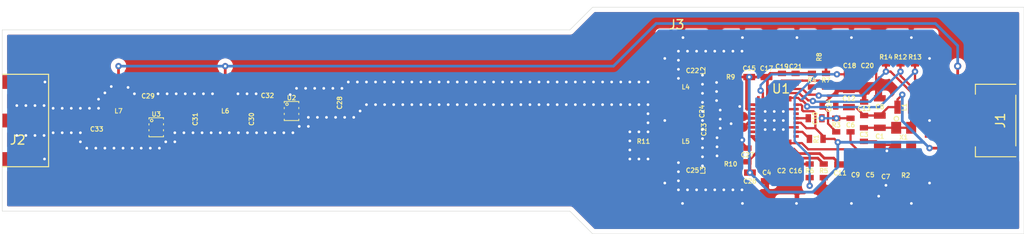
<source format=kicad_pcb>
(kicad_pcb (version 20171130) (host pcbnew "(5.1.6)-1")

  (general
    (thickness 1.6)
    (drawings 9)
    (tracks 522)
    (zones 0)
    (modules 61)
    (nets 40)
  )

  (page A4)
  (layers
    (0 F.Cu signal)
    (31 B.Cu signal)
    (32 B.Adhes user)
    (33 F.Adhes user)
    (34 B.Paste user)
    (35 F.Paste user)
    (36 B.SilkS user)
    (37 F.SilkS user)
    (38 B.Mask user)
    (39 F.Mask user)
    (40 Dwgs.User user)
    (41 Cmts.User user)
    (42 Eco1.User user)
    (43 Eco2.User user)
    (44 Edge.Cuts user)
    (45 Margin user)
    (46 B.CrtYd user)
    (47 F.CrtYd user)
    (48 B.Fab user)
    (49 F.Fab user)
  )

  (setup
    (last_trace_width 0.25)
    (user_trace_width 0.3)
    (user_trace_width 1)
    (trace_clearance 0.2)
    (zone_clearance 0.508)
    (zone_45_only no)
    (trace_min 0.2)
    (via_size 0.8)
    (via_drill 0.4)
    (via_min_size 0.4)
    (via_min_drill 0.3)
    (user_via 0.7 0.3)
    (uvia_size 0.3)
    (uvia_drill 0.1)
    (uvias_allowed no)
    (uvia_min_size 0.2)
    (uvia_min_drill 0.1)
    (edge_width 0.05)
    (segment_width 0.2)
    (pcb_text_width 0.3)
    (pcb_text_size 1.5 1.5)
    (mod_edge_width 0.12)
    (mod_text_size 1 1)
    (mod_text_width 0.15)
    (pad_size 0.9 0.6)
    (pad_drill 0)
    (pad_to_mask_clearance 0.05)
    (aux_axis_origin 0 0)
    (visible_elements 7FFFFFFF)
    (pcbplotparams
      (layerselection 0x010fc_ffffffff)
      (usegerberextensions false)
      (usegerberattributes true)
      (usegerberadvancedattributes true)
      (creategerberjobfile true)
      (excludeedgelayer true)
      (linewidth 0.100000)
      (plotframeref false)
      (viasonmask false)
      (mode 1)
      (useauxorigin false)
      (hpglpennumber 1)
      (hpglpenspeed 20)
      (hpglpendiameter 15.000000)
      (psnegative false)
      (psa4output false)
      (plotreference true)
      (plotvalue true)
      (plotinvisibletext false)
      (padsonsilk false)
      (subtractmaskfromsilk false)
      (outputformat 1)
      (mirror false)
      (drillshape 0)
      (scaleselection 1)
      (outputdirectory "./"))
  )

  (net 0 "")
  (net 1 "Net-(C1-Pad1)")
  (net 2 "Net-(C2-Pad1)")
  (net 3 "Net-(C5-Pad1)")
  (net 4 +3V3)
  (net 5 "Net-(C11-Pad1)")
  (net 6 "Net-(C10-Pad1)")
  (net 7 "Net-(C16-Pad1)")
  (net 8 "Net-(C18-Pad1)")
  (net 9 "Net-(C22-Pad1)")
  (net 10 GND)
  (net 11 "Net-(C25-Pad1)")
  (net 12 /LE)
  (net 13 /CLK)
  (net 14 /DATA)
  (net 15 +5V)
  (net 16 /RF_OUT+)
  (net 17 "Net-(L5-Pad2)")
  (net 18 /PDBrf)
  (net 19 "Net-(R2-Pad2)")
  (net 20 /CE)
  (net 21 "Net-(R5-Pad1)")
  (net 22 "Net-(R7-Pad2)")
  (net 23 "Net-(R9-Pad1)")
  (net 24 "Net-(R10-Pad1)")
  (net 25 /MUXout)
  (net 26 /LD)
  (net 27 "Net-(U1-Pad15)")
  (net 28 "Net-(U1-Pad14)")
  (net 29 "Net-(C28-Pad1)")
  (net 30 "Net-(C30-Pad1)")
  (net 31 "Net-(C31-Pad1)")
  (net 32 "Net-(C33-Pad1)")
  (net 33 "Net-(C6-Pad2)")
  (net 34 "Net-(C10-Pad2)")
  (net 35 "Net-(C18-Pad2)")
  (net 36 "Net-(C25-Pad2)")
  (net 37 "Net-(C30-Pad2)")
  (net 38 "Net-(C33-Pad2)")
  (net 39 "Net-(C22-Pad2)")

  (net_class Default "This is the default net class."
    (clearance 0.2)
    (trace_width 0.25)
    (via_dia 0.8)
    (via_drill 0.4)
    (uvia_dia 0.3)
    (uvia_drill 0.1)
    (add_net +3V3)
    (add_net +5V)
    (add_net /CE)
    (add_net /CLK)
    (add_net /DATA)
    (add_net /LD)
    (add_net /LE)
    (add_net /MUXout)
    (add_net /PDBrf)
    (add_net /RF_OUT+)
    (add_net GND)
    (add_net "Net-(C1-Pad1)")
    (add_net "Net-(C10-Pad1)")
    (add_net "Net-(C10-Pad2)")
    (add_net "Net-(C11-Pad1)")
    (add_net "Net-(C16-Pad1)")
    (add_net "Net-(C18-Pad1)")
    (add_net "Net-(C18-Pad2)")
    (add_net "Net-(C2-Pad1)")
    (add_net "Net-(C22-Pad1)")
    (add_net "Net-(C22-Pad2)")
    (add_net "Net-(C25-Pad1)")
    (add_net "Net-(C25-Pad2)")
    (add_net "Net-(C28-Pad1)")
    (add_net "Net-(C30-Pad1)")
    (add_net "Net-(C30-Pad2)")
    (add_net "Net-(C31-Pad1)")
    (add_net "Net-(C33-Pad1)")
    (add_net "Net-(C33-Pad2)")
    (add_net "Net-(C5-Pad1)")
    (add_net "Net-(C6-Pad2)")
    (add_net "Net-(L5-Pad2)")
    (add_net "Net-(R10-Pad1)")
    (add_net "Net-(R2-Pad2)")
    (add_net "Net-(R5-Pad1)")
    (add_net "Net-(R7-Pad2)")
    (add_net "Net-(R9-Pad1)")
    (add_net "Net-(U1-Pad14)")
    (add_net "Net-(U1-Pad15)")
  )

  (module DiaSense_Resistors:1005_R (layer F.Cu) (tedit 605E06C1) (tstamp 624334EE)
    (at 170.6 113 270)
    (path /605C0FEC)
    (attr smd)
    (fp_text reference R11 (at -0.7 0) (layer F.SilkS)
      (effects (font (size 0.5 0.5) (thickness 0.1)))
    )
    (fp_text value 50R (at 0.8 0) (layer F.Fab)
      (effects (font (size 0.5 0.5) (thickness 0.1)))
    )
    (pad 2 smd rect (at 0 0.5 270) (size 0.6 0.5) (layers F.Cu F.Paste F.Mask)
      (net 10 GND))
    (pad 1 smd rect (at 0 -0.5 270) (size 0.6 0.5) (layers F.Cu F.Paste F.Mask)
      (net 17 "Net-(L5-Pad2)"))
    (model "C:/Users/Hans Kristian/Desktop/Projects/KiCAD_3D/SMD_1005_L.STEP"
      (at (xyz 0 0 0))
      (scale (xyz 1 1 1))
      (rotate (xyz -90 0 0))
    )
  )

  (module DiaSense_Inductors:SMD_1005_L (layer F.Cu) (tedit 605E06C1) (tstamp 62432CBF)
    (at 175.25 113 270)
    (path /6042415A)
    (attr smd)
    (fp_text reference L5 (at -0.7 0) (layer F.SilkS)
      (effects (font (size 0.5 0.5) (thickness 0.1)))
    )
    (fp_text value 1.9nH (at 0.8 0) (layer F.Fab)
      (effects (font (size 0.5 0.5) (thickness 0.1)))
    )
    (pad 2 smd rect (at 0 0.5 270) (size 0.6 0.5) (layers F.Cu F.Paste F.Mask)
      (net 17 "Net-(L5-Pad2)"))
    (pad 1 smd rect (at 0 -0.5 270) (size 0.6 0.5) (layers F.Cu F.Paste F.Mask)
      (net 11 "Net-(C25-Pad1)"))
    (model "C:/Users/Hans Kristian/Desktop/Projects/KiCAD_3D/SMD_1005_L.STEP"
      (at (xyz 0 0 0))
      (scale (xyz 1 1 1))
      (rotate (xyz -90 0 0))
    )
  )

  (module DiaSense_Inductors:SMD_1005_L (layer F.Cu) (tedit 605E06C1) (tstamp 62432CB9)
    (at 175.25 107 270)
    (path /60423546)
    (attr smd)
    (fp_text reference L4 (at -0.7 0) (layer F.SilkS)
      (effects (font (size 0.5 0.5) (thickness 0.1)))
    )
    (fp_text value 1.9nH (at 0.8 0) (layer F.Fab)
      (effects (font (size 0.5 0.5) (thickness 0.1)))
    )
    (pad 2 smd rect (at 0 0.5 270) (size 0.6 0.5) (layers F.Cu F.Paste F.Mask)
      (net 16 /RF_OUT+))
    (pad 1 smd rect (at 0 -0.5 270) (size 0.6 0.5) (layers F.Cu F.Paste F.Mask)
      (net 9 "Net-(C22-Pad1)"))
    (model "C:/Users/Hans Kristian/Desktop/Projects/KiCAD_3D/SMD_1005_L.STEP"
      (at (xyz 0 0 0))
      (scale (xyz 1 1 1))
      (rotate (xyz -90 0 0))
    )
  )

  (module DiaSense_Inductors:SMD_1608_L (layer F.Cu) (tedit 624302FF) (tstamp 624316BB)
    (at 178 104.5)
    (path /6040E7D7)
    (attr smd)
    (fp_text reference L2 (at -0.85 0 90) (layer F.SilkS)
      (effects (font (size 0.5 0.5) (thickness 0.1)))
    )
    (fp_text value 3.9nH (at 0.9 0 90) (layer F.Fab)
      (effects (font (size 0.5 0.5) (thickness 0.1)))
    )
    (pad 2 smd rect (at 0 0.75) (size 0.9 0.6) (layers F.Cu F.Paste F.Mask)
      (net 4 +3V3))
    (pad 1 smd rect (at 0 -0.75) (size 0.9 0.6) (layers F.Cu F.Paste F.Mask)
      (net 39 "Net-(C22-Pad2)"))
    (model "C:/Users/Hans Kristian/Desktop/Projects/KiCAD_3D/SMD_1608_R.STEP"
      (at (xyz 0 0 0))
      (scale (xyz 1 1 1))
      (rotate (xyz -90 0 0))
    )
  )

  (module DiaSense_Inductors:SMD_1608_L (layer F.Cu) (tedit 624302FF) (tstamp 62430FB7)
    (at 178 115.5)
    (path /6040C0F4)
    (attr smd)
    (fp_text reference L3 (at -0.85 0 90) (layer F.SilkS)
      (effects (font (size 0.5 0.5) (thickness 0.1)))
    )
    (fp_text value 3.9nH (at 0.9 0 90) (layer F.Fab)
      (effects (font (size 0.5 0.5) (thickness 0.1)))
    )
    (pad 2 smd rect (at 0 0.75) (size 0.9 0.6) (layers F.Cu F.Paste F.Mask)
      (net 36 "Net-(C25-Pad2)"))
    (pad 1 smd rect (at 0 -0.75) (size 0.9 0.6) (layers F.Cu F.Paste F.Mask)
      (net 4 +3V3))
    (model "C:/Users/Hans Kristian/Desktop/Projects/KiCAD_3D/SMD_1608_R.STEP"
      (at (xyz 0 0 0))
      (scale (xyz 1 1 1))
      (rotate (xyz -90 0 0))
    )
  )

  (module DiaSense_Connectors:BM06B (layer F.Cu) (tedit 605C8C69) (tstamp 605B962D)
    (at 208 110 270)
    (path /605C6EE6)
    (attr smd)
    (fp_text reference J1 (at 0 -1.9 90) (layer F.SilkS)
      (effects (font (size 1 1) (thickness 0.15)))
    )
    (fp_text value BM06B (at 0 2.7 90) (layer F.Fab)
      (effects (font (size 1 1) (thickness 0.15)))
    )
    (fp_line (start -4 0.85) (end -2.9 0.85) (layer F.SilkS) (width 0.12))
    (fp_line (start -4 0.85) (end -4 -3.6) (layer F.SilkS) (width 0.12))
    (fp_line (start 2.8 -3.6) (end -2.8 -3.6) (layer F.SilkS) (width 0.12))
    (fp_line (start 2.9 0.85) (end 4 0.85) (layer F.SilkS) (width 0.12))
    (fp_line (start 4 0.85) (end 4 -3.6) (layer F.SilkS) (width 0.12))
    (pad "" smd rect (at -3.4 -2.5 270) (size 1 2.8) (layers F.Cu F.Paste F.Mask))
    (pad "" smd rect (at 3.4 -2.5 270) (size 1 2.8) (layers F.Cu F.Paste F.Mask))
    (pad 6 smd rect (at 2.5 0.85 270) (size 0.6 1.7) (layers F.Cu F.Paste F.Mask)
      (net 10 GND))
    (pad 5 smd rect (at 1.5 0.85 270) (size 0.6 1.7) (layers F.Cu F.Paste F.Mask)
      (net 4 +3V3))
    (pad 4 smd rect (at 0.5 0.85 270) (size 0.6 1.7) (layers F.Cu F.Paste F.Mask)
      (net 12 /LE))
    (pad 3 smd rect (at -0.5 0.85 270) (size 0.6 1.7) (layers F.Cu F.Paste F.Mask)
      (net 14 /DATA))
    (pad 2 smd rect (at -1.5 0.85 270) (size 0.6 1.7) (layers F.Cu F.Paste F.Mask)
      (net 13 /CLK))
    (pad 1 smd rect (at -2.5 0.85 270) (size 0.6 1.7) (layers F.Cu F.Paste F.Mask)
      (net 15 +5V))
    (model "C:/Users/Hans Kristian/Desktop/Projects/KiCAD_3D/BM06B-NSHSS.STEP"
      (offset (xyz 0 1.5 0))
      (scale (xyz 1 1 1))
      (rotate (xyz -90 0 180))
    )
  )

  (module DiaSense_IC:ASE-25 (layer F.Cu) (tedit 605DF29A) (tstamp 605B88E4)
    (at 199.25 111.85 270)
    (path /60646683)
    (attr smd)
    (fp_text reference X1 (at 0 0 180) (layer F.SilkS)
      (effects (font (size 0.5 0.5) (thickness 0.1)))
    )
    (fp_text value ASE-25 (at 1.05 -3.15 180) (layer F.Fab)
      (effects (font (size 0.5 0.5) (thickness 0.1)))
    )
    (fp_circle (center -2.05 0.8) (end -1.8 0.8) (layer F.SilkS) (width 0.12))
    (pad 4 smd rect (at -1.05 -0.825 270) (size 1.3 1.1) (layers F.Cu F.Paste F.Mask)
      (net 1 "Net-(C1-Pad1)"))
    (pad 3 smd rect (at 1.05 -0.825 270) (size 1.3 1.1) (layers F.Cu F.Paste F.Mask)
      (net 19 "Net-(R2-Pad2)"))
    (pad 2 smd rect (at 1.05 0.825 270) (size 1.3 1.1) (layers F.Cu F.Paste F.Mask)
      (net 10 GND))
    (pad 1 smd rect (at -1.05 0.825 270) (size 1.3 1.1) (layers F.Cu F.Paste F.Mask)
      (net 1 "Net-(C1-Pad1)"))
    (model "C:/Users/Hans Kristian/Desktop/Projects/KiCAD_3D/ASE-25.STEP"
      (offset (xyz 0 0 0.01))
      (scale (xyz 1 1 1))
      (rotate (xyz -90 0 0))
    )
  )

  (module DiaSense_Capacitors:SMD_2012_C (layer F.Cu) (tedit 605DFBF8) (tstamp 605B8926)
    (at 177.05 109 90)
    (path /605D601A)
    (attr smd)
    (fp_text reference C24 (at 0 0 90) (layer F.SilkS)
      (effects (font (size 0.5 0.5) (thickness 0.1)))
    )
    (fp_text value 100pF (at 0 1.9 90) (layer F.Fab)
      (effects (font (size 0.5 0.5) (thickness 0.1)))
    )
    (pad 2 smd rect (at 0 0.95 90) (size 1.3 0.7) (layers F.Cu F.Paste F.Mask)
      (net 4 +3V3))
    (pad 1 smd rect (at 0 -0.95 90) (size 1.3 0.7) (layers F.Cu F.Paste F.Mask)
      (net 10 GND))
    (model "C:/Users/Hans Kristian/Desktop/Projects/KiCAD_3D/SMD_2012_C.STEP"
      (offset (xyz 0 0 0.01))
      (scale (xyz 1 1 1))
      (rotate (xyz -90 0 0))
    )
  )

  (module DiaSense_Capacitors:SMD_1608_C (layer F.Cu) (tedit 605C97F5) (tstamp 605B8917)
    (at 177.25 111 90)
    (path /605DD1B3)
    (attr smd)
    (fp_text reference C23 (at 0 0 90) (layer F.SilkS)
      (effects (font (size 0.5 0.5) (thickness 0.1)))
    )
    (fp_text value 100nF (at -1.05 0.65 180) (layer F.Fab)
      (effects (font (size 0.5 0.5) (thickness 0.1)))
    )
    (pad 2 smd rect (at 0 0.75 90) (size 0.9 0.6) (layers F.Cu F.Paste F.Mask)
      (net 4 +3V3))
    (pad 1 smd rect (at 0 -0.75 90) (size 0.9 0.6) (layers F.Cu F.Paste F.Mask)
      (net 10 GND))
    (model "C:/Users/Hans Kristian/Desktop/Projects/KiCAD_3D/SMD_1608_C.STEP"
      (at (xyz 0 0 0))
      (scale (xyz 1 1 1))
      (rotate (xyz -90 0 0))
    )
  )

  (module DiaSense_Connectors:BMI-S-209-F (layer F.Cu) (tedit 605E3E8D) (tstamp 605B897F)
    (at 187.5 110)
    (path /6076744D)
    (attr smd)
    (fp_text reference J3 (at -13.25 -10.575) (layer F.SilkS)
      (effects (font (size 1 1) (thickness 0.15)))
    )
    (fp_text value RF_Shield_One_Piece (at 0.05 -11.15) (layer F.Fab)
      (effects (font (size 1 1) (thickness 0.15)))
    )
    (pad 1 smd rect (at 7.9 9.65) (size 3.8 1) (drill (offset -1.9 -0.5)) (layers F.Cu F.Paste F.Mask)
      (net 10 GND))
    (pad 1 smd rect (at -7.9 9.65) (size 3.8 1) (drill (offset 1.9 -0.5)) (layers F.Cu F.Paste F.Mask)
      (net 10 GND))
    (pad 1 smd rect (at 7.9 -9.65) (size 3.8 1) (drill (offset -1.9 0.5)) (layers F.Cu F.Paste F.Mask)
      (net 10 GND))
    (pad 1 smd rect (at -7.9 -9.65) (size 3.8 1) (drill (offset 1.9 0.5)) (layers F.Cu F.Paste F.Mask)
      (net 10 GND))
    (pad 1 smd rect (at 15.08 -9.65) (size 5 1) (drill (offset -2.5 0.5)) (layers F.Cu F.Paste F.Mask)
      (net 10 GND))
    (pad 1 smd rect (at 15.08 9.65) (size 5 1) (drill (offset -2.5 -0.5)) (layers F.Cu F.Paste F.Mask)
      (net 10 GND))
    (pad 1 smd rect (at -15.08 9.65) (size 5 1) (drill (offset 2.5 -0.5)) (layers F.Cu F.Paste F.Mask)
      (net 10 GND))
    (pad 1 smd rect (at -15.08 -9.65) (size 5 1) (drill (offset 2.5 0.5)) (layers F.Cu F.Paste F.Mask)
      (net 10 GND))
    (pad 1 smd rect (at 0 -9.65) (size 3.8 1) (drill (offset 0 0.5)) (layers F.Cu F.Paste F.Mask)
      (net 10 GND))
    (pad 1 smd rect (at 0 9.65) (size 3.8 1) (drill (offset 0 -0.5)) (layers F.Cu F.Paste F.Mask)
      (net 10 GND))
    (pad 1 smd rect (at 15.08 0) (size 1 3.8) (drill (offset -0.5 0)) (layers F.Cu F.Paste F.Mask)
      (net 10 GND))
    (pad 1 smd rect (at 15.08 9.65) (size 1 5.55) (drill (offset -0.5 -2.775)) (layers F.Cu F.Paste F.Mask)
      (net 10 GND))
    (pad 1 smd rect (at 15.08 -9.65) (size 1 5.55) (drill (offset -0.5 2.775)) (layers F.Cu F.Paste F.Mask)
      (net 10 GND))
    (pad 1 smd rect (at -15.08 9.65) (size 1 5.55) (drill (offset 0.5 -2.775)) (layers F.Cu F.Paste F.Mask)
      (net 10 GND))
    (pad 1 smd rect (at -15.08 0) (size 1 3.8) (drill (offset 0.5 0)) (layers F.Cu F.Paste F.Mask)
      (net 10 GND))
    (pad 1 smd rect (at -15.08 -9.65) (size 1 5.55) (drill (offset 0.5 2.775)) (layers F.Cu F.Paste F.Mask)
      (net 10 GND))
    (model "C:/Users/Hans Kristian/Desktop/Projects/KiCAD_3D/BMI-S-209-F.STEP"
      (at (xyz 0 0 0))
      (scale (xyz 1 1 1))
      (rotate (xyz -90 0 0))
    )
  )

  (module DiaSense_Capacitors:SMD_1608_C (layer F.Cu) (tedit 605C97F5) (tstamp 60590F5A)
    (at 129.2 107.25)
    (path /606ACDAA)
    (attr smd)
    (fp_text reference C32 (at 0 0) (layer F.SilkS)
      (effects (font (size 0.5 0.5) (thickness 0.1)))
    )
    (fp_text value 1nF (at 0 1.5) (layer F.Fab)
      (effects (font (size 0.5 0.5) (thickness 0.1)))
    )
    (pad 2 smd rect (at 0 0.75) (size 0.9 0.6) (layers F.Cu F.Paste F.Mask)
      (net 15 +5V))
    (pad 1 smd rect (at 0 -0.75) (size 0.9 0.6) (layers F.Cu F.Paste F.Mask)
      (net 10 GND))
    (model "C:/Users/Hans Kristian/Desktop/Projects/KiCAD_3D/SMD_1608_C.STEP"
      (at (xyz 0 0 0))
      (scale (xyz 1 1 1))
      (rotate (xyz -90 0 0))
    )
  )

  (module DiaSense_Capacitors:SMD_1608_C (layer F.Cu) (tedit 605C97F5) (tstamp 60590F48)
    (at 116.05 107.3)
    (path /6061E5CD)
    (attr smd)
    (fp_text reference C29 (at 0 0) (layer F.SilkS)
      (effects (font (size 0.5 0.5) (thickness 0.1)))
    )
    (fp_text value 1nF (at 0 1.5) (layer F.Fab)
      (effects (font (size 0.5 0.5) (thickness 0.1)))
    )
    (pad 2 smd rect (at 0 0.75) (size 0.9 0.6) (layers F.Cu F.Paste F.Mask)
      (net 15 +5V))
    (pad 1 smd rect (at 0 -0.75) (size 0.9 0.6) (layers F.Cu F.Paste F.Mask)
      (net 10 GND))
    (model "C:/Users/Hans Kristian/Desktop/Projects/KiCAD_3D/SMD_1608_C.STEP"
      (at (xyz 0 0 0))
      (scale (xyz 1 1 1))
      (rotate (xyz -90 0 0))
    )
  )

  (module DiaSense_Capacitors:SMD_1608_C (layer F.Cu) (tedit 605C97F5) (tstamp 605B8962)
    (at 182.05 113.8 180)
    (path /605DC59C)
    (attr smd)
    (fp_text reference C27 (at 0 0) (layer F.SilkS)
      (effects (font (size 0.5 0.5) (thickness 0.1)))
    )
    (fp_text value 100nF (at 0 1.5) (layer F.Fab)
      (effects (font (size 0.5 0.5) (thickness 0.1)))
    )
    (pad 2 smd rect (at 0 0.75 180) (size 0.9 0.6) (layers F.Cu F.Paste F.Mask)
      (net 10 GND))
    (pad 1 smd rect (at 0 -0.75 180) (size 0.9 0.6) (layers F.Cu F.Paste F.Mask)
      (net 4 +3V3))
    (model "C:/Users/Hans Kristian/Desktop/Projects/KiCAD_3D/SMD_1608_C.STEP"
      (at (xyz 0 0 0))
      (scale (xyz 1 1 1))
      (rotate (xyz -90 0 0))
    )
  )

  (module DiaSense_Capacitors:SMD_1608_C (layer F.Cu) (tedit 605C97F5) (tstamp 605B8935)
    (at 176 115.5)
    (path /605DECF4)
    (attr smd)
    (fp_text reference C25 (at 0 0) (layer F.SilkS)
      (effects (font (size 0.5 0.5) (thickness 0.1)))
    )
    (fp_text value 1nF (at 0 1.5) (layer F.Fab)
      (effects (font (size 0.5 0.5) (thickness 0.1)))
    )
    (pad 2 smd rect (at 0 0.75) (size 0.9 0.6) (layers F.Cu F.Paste F.Mask)
      (net 36 "Net-(C25-Pad2)"))
    (pad 1 smd rect (at 0 -0.75) (size 0.9 0.6) (layers F.Cu F.Paste F.Mask)
      (net 11 "Net-(C25-Pad1)"))
    (model "C:/Users/Hans Kristian/Desktop/Projects/KiCAD_3D/SMD_1608_C.STEP"
      (at (xyz 0 0 0))
      (scale (xyz 1 1 1))
      (rotate (xyz -90 0 0))
    )
  )

  (module DiaSense_Capacitors:SMD_1608_C (layer F.Cu) (tedit 605C97F5) (tstamp 605B8953)
    (at 176 104.5 180)
    (path /605E4761)
    (attr smd)
    (fp_text reference C22 (at 0 0) (layer F.SilkS)
      (effects (font (size 0.5 0.5) (thickness 0.1)))
    )
    (fp_text value 1nF (at 0 1.5) (layer F.Fab)
      (effects (font (size 0.5 0.5) (thickness 0.1)))
    )
    (pad 2 smd rect (at 0 0.75 180) (size 0.9 0.6) (layers F.Cu F.Paste F.Mask)
      (net 39 "Net-(C22-Pad2)"))
    (pad 1 smd rect (at 0 -0.75 180) (size 0.9 0.6) (layers F.Cu F.Paste F.Mask)
      (net 9 "Net-(C22-Pad1)"))
    (model "C:/Users/Hans Kristian/Desktop/Projects/KiCAD_3D/SMD_1608_C.STEP"
      (at (xyz 0 0 0))
      (scale (xyz 1 1 1))
      (rotate (xyz -90 0 0))
    )
  )

  (module DiaSense_Capacitors:SMD_1608_C (layer F.Cu) (tedit 605C97F5) (tstamp 605B8944)
    (at 187.35 104.05 180)
    (path /605DBFFA)
    (attr smd)
    (fp_text reference C21 (at 0 0) (layer F.SilkS)
      (effects (font (size 0.5 0.5) (thickness 0.1)))
    )
    (fp_text value 100nF (at 0 1.5) (layer F.Fab)
      (effects (font (size 0.5 0.5) (thickness 0.1)))
    )
    (pad 2 smd rect (at 0 0.75 180) (size 0.9 0.6) (layers F.Cu F.Paste F.Mask)
      (net 10 GND))
    (pad 1 smd rect (at 0 -0.75 180) (size 0.9 0.6) (layers F.Cu F.Paste F.Mask)
      (net 4 +3V3))
    (model "C:/Users/Hans Kristian/Desktop/Projects/KiCAD_3D/SMD_1608_C.STEP"
      (at (xyz 0 0 0))
      (scale (xyz 1 1 1))
      (rotate (xyz -90 0 0))
    )
  )

  (module DiaSense_Capacitors:SMD_1608_C (layer F.Cu) (tedit 605C97F5) (tstamp 605B8908)
    (at 185.85 104.05 180)
    (path /605DA861)
    (attr smd)
    (fp_text reference C19 (at 0 0) (layer F.SilkS)
      (effects (font (size 0.5 0.5) (thickness 0.1)))
    )
    (fp_text value 100nF (at 0 1.5) (layer F.Fab)
      (effects (font (size 0.5 0.5) (thickness 0.1)))
    )
    (pad 2 smd rect (at 0 0.75 180) (size 0.9 0.6) (layers F.Cu F.Paste F.Mask)
      (net 10 GND))
    (pad 1 smd rect (at 0 -0.75 180) (size 0.9 0.6) (layers F.Cu F.Paste F.Mask)
      (net 4 +3V3))
    (model "C:/Users/Hans Kristian/Desktop/Projects/KiCAD_3D/SMD_1608_C.STEP"
      (at (xyz 0 0 0))
      (scale (xyz 1 1 1))
      (rotate (xyz -90 0 0))
    )
  )

  (module DiaSense_Capacitors:SMD_1608_C (layer F.Cu) (tedit 605C97F5) (tstamp 605B88F9)
    (at 187.35 115.55)
    (path /604357C4)
    (attr smd)
    (fp_text reference C16 (at 0 0) (layer F.SilkS)
      (effects (font (size 0.5 0.5) (thickness 0.1)))
    )
    (fp_text value 1.2nF (at 0 1.5) (layer F.Fab)
      (effects (font (size 0.5 0.5) (thickness 0.1)))
    )
    (pad 2 smd rect (at 0 0.75) (size 0.9 0.6) (layers F.Cu F.Paste F.Mask)
      (net 10 GND))
    (pad 1 smd rect (at 0 -0.75) (size 0.9 0.6) (layers F.Cu F.Paste F.Mask)
      (net 7 "Net-(C16-Pad1)"))
    (model "C:/Users/Hans Kristian/Desktop/Projects/KiCAD_3D/SMD_1608_C.STEP"
      (at (xyz 0 0 0))
      (scale (xyz 1 1 1))
      (rotate (xyz -90 0 0))
    )
  )

  (module DiaSense_Capacitors:SMD_1608_C (layer F.Cu) (tedit 605C97F5) (tstamp 605B8692)
    (at 191.025 108.35 270)
    (path /605DA1E0)
    (attr smd)
    (fp_text reference C14 (at 0 0 90) (layer F.SilkS)
      (effects (font (size 0.5 0.5) (thickness 0.1)))
    )
    (fp_text value 100nF (at 0 1.5 90) (layer F.Fab)
      (effects (font (size 0.5 0.5) (thickness 0.1)))
    )
    (pad 2 smd rect (at 0 0.75 270) (size 0.9 0.6) (layers F.Cu F.Paste F.Mask)
      (net 10 GND))
    (pad 1 smd rect (at 0 -0.75 270) (size 0.9 0.6) (layers F.Cu F.Paste F.Mask)
      (net 4 +3V3))
    (model "C:/Users/Hans Kristian/Desktop/Projects/KiCAD_3D/SMD_1608_C.STEP"
      (at (xyz 0 0 0))
      (scale (xyz 1 1 1))
      (rotate (xyz -90 0 0))
    )
  )

  (module DiaSense_Capacitors:SMD_1608_C (layer F.Cu) (tedit 605C97F5) (tstamp 605B86A1)
    (at 194.9 108.7 180)
    (path /605D8169)
    (attr smd)
    (fp_text reference C13 (at 0 0) (layer F.SilkS)
      (effects (font (size 0.5 0.5) (thickness 0.1)))
    )
    (fp_text value 100nF (at 0 1.5) (layer F.Fab)
      (effects (font (size 0.5 0.5) (thickness 0.1)))
    )
    (pad 2 smd rect (at 0 0.75 180) (size 0.9 0.6) (layers F.Cu F.Paste F.Mask)
      (net 10 GND))
    (pad 1 smd rect (at 0 -0.75 180) (size 0.9 0.6) (layers F.Cu F.Paste F.Mask)
      (net 4 +3V3))
    (model "C:/Users/Hans Kristian/Desktop/Projects/KiCAD_3D/SMD_1608_C.STEP"
      (at (xyz 0 0 0))
      (scale (xyz 1 1 1))
      (rotate (xyz -90 0 0))
    )
  )

  (module DiaSense_Capacitors:SMD_1608_C (layer F.Cu) (tedit 605C97F5) (tstamp 605B8665)
    (at 189.5 109.75 90)
    (path /605DE33B)
    (attr smd)
    (fp_text reference C10 (at 0 0 90) (layer F.SilkS)
      (effects (font (size 0.5 0.5) (thickness 0.1)))
    )
    (fp_text value 1nF (at 0 1.5 90) (layer F.Fab)
      (effects (font (size 0.5 0.5) (thickness 0.1)))
    )
    (pad 2 smd rect (at 0 0.75 90) (size 0.9 0.6) (layers F.Cu F.Paste F.Mask)
      (net 34 "Net-(C10-Pad2)"))
    (pad 1 smd rect (at 0 -0.75 90) (size 0.9 0.6) (layers F.Cu F.Paste F.Mask)
      (net 6 "Net-(C10-Pad1)"))
    (model "C:/Users/Hans Kristian/Desktop/Projects/KiCAD_3D/SMD_1608_C.STEP"
      (at (xyz 0 0 0))
      (scale (xyz 1 1 1))
      (rotate (xyz -90 0 0))
    )
  )

  (module DiaSense_Capacitors:SMD_1608_C (layer F.Cu) (tedit 605C97F5) (tstamp 605B8656)
    (at 193.95 116)
    (path /605E8F39)
    (attr smd)
    (fp_text reference C9 (at 0 0) (layer F.SilkS)
      (effects (font (size 0.5 0.5) (thickness 0.1)))
    )
    (fp_text value 100nF (at 0 1.5) (layer F.Fab)
      (effects (font (size 0.5 0.5) (thickness 0.1)))
    )
    (pad 2 smd rect (at 0 0.75) (size 0.9 0.6) (layers F.Cu F.Paste F.Mask)
      (net 10 GND))
    (pad 1 smd rect (at 0 -0.75) (size 0.9 0.6) (layers F.Cu F.Paste F.Mask)
      (net 5 "Net-(C11-Pad1)"))
    (model "C:/Users/Hans Kristian/Desktop/Projects/KiCAD_3D/SMD_1608_C.STEP"
      (at (xyz 0 0 0))
      (scale (xyz 1 1 1))
      (rotate (xyz -90 0 0))
    )
  )

  (module DiaSense_Capacitors:SMD_1608_C (layer F.Cu) (tedit 605C97F5) (tstamp 605B8638)
    (at 193.4 110.5)
    (path /60407DBC)
    (attr smd)
    (fp_text reference C6 (at 0 0) (layer F.SilkS)
      (effects (font (size 0.5 0.5) (thickness 0.1)))
    )
    (fp_text value 1nF (at 0 1.5) (layer F.Fab)
      (effects (font (size 0.5 0.5) (thickness 0.1)))
    )
    (pad 2 smd rect (at 0 0.75) (size 0.9 0.6) (layers F.Cu F.Paste F.Mask)
      (net 33 "Net-(C6-Pad2)"))
    (pad 1 smd rect (at 0 -0.75) (size 0.9 0.6) (layers F.Cu F.Paste F.Mask)
      (net 34 "Net-(C10-Pad2)"))
    (model "C:/Users/Hans Kristian/Desktop/Projects/KiCAD_3D/SMD_1608_C.STEP"
      (at (xyz 0 0 0))
      (scale (xyz 1 1 1))
      (rotate (xyz -90 0 0))
    )
  )

  (module DiaSense_Capacitors:SMD_1608_C (layer F.Cu) (tedit 605C97F5) (tstamp 605B8683)
    (at 195.55 116)
    (path /605E857C)
    (attr smd)
    (fp_text reference C5 (at 0 0) (layer F.SilkS)
      (effects (font (size 0.5 0.5) (thickness 0.1)))
    )
    (fp_text value 100nF (at 0 1.5) (layer F.Fab)
      (effects (font (size 0.5 0.5) (thickness 0.1)))
    )
    (pad 2 smd rect (at 0 0.75) (size 0.9 0.6) (layers F.Cu F.Paste F.Mask)
      (net 10 GND))
    (pad 1 smd rect (at 0 -0.75) (size 0.9 0.6) (layers F.Cu F.Paste F.Mask)
      (net 3 "Net-(C5-Pad1)"))
    (model "C:/Users/Hans Kristian/Desktop/Projects/KiCAD_3D/SMD_1608_C.STEP"
      (at (xyz 0 0 0))
      (scale (xyz 1 1 1))
      (rotate (xyz -90 0 0))
    )
  )

  (module DiaSense_Capacitors:SMD_1608_C (layer F.Cu) (tedit 605C97F5) (tstamp 605B8674)
    (at 194.875 111.55)
    (path /604D8F65)
    (attr smd)
    (fp_text reference C3 (at 0 0) (layer F.SilkS)
      (effects (font (size 0.5 0.5) (thickness 0.1)))
    )
    (fp_text value 100nF (at 0 1.5) (layer F.Fab)
      (effects (font (size 0.5 0.5) (thickness 0.1)))
    )
    (pad 2 smd rect (at 0 0.75) (size 0.9 0.6) (layers F.Cu F.Paste F.Mask)
      (net 10 GND))
    (pad 1 smd rect (at 0 -0.75) (size 0.9 0.6) (layers F.Cu F.Paste F.Mask)
      (net 1 "Net-(C1-Pad1)"))
    (model "C:/Users/Hans Kristian/Desktop/Projects/KiCAD_3D/SMD_1608_C.STEP"
      (at (xyz 0 0 0))
      (scale (xyz 1 1 1))
      (rotate (xyz -90 0 0))
    )
  )

  (module DiaSense_Capacitors:SMD_1608_C (layer F.Cu) (tedit 605C97F5) (tstamp 605B8647)
    (at 185.8 115.55)
    (path /605E6851)
    (attr smd)
    (fp_text reference C2 (at 0 0) (layer F.SilkS)
      (effects (font (size 0.5 0.5) (thickness 0.1)))
    )
    (fp_text value 100nF (at 0 1.5) (layer F.Fab)
      (effects (font (size 0.5 0.5) (thickness 0.1)))
    )
    (pad 2 smd rect (at 0 0.75) (size 0.9 0.6) (layers F.Cu F.Paste F.Mask)
      (net 10 GND))
    (pad 1 smd rect (at 0 -0.75) (size 0.9 0.6) (layers F.Cu F.Paste F.Mask)
      (net 2 "Net-(C2-Pad1)"))
    (model "C:/Users/Hans Kristian/Desktop/Projects/KiCAD_3D/SMD_1608_C.STEP"
      (at (xyz 0 0 0))
      (scale (xyz 1 1 1))
      (rotate (xyz -90 0 0))
    )
  )

  (module DiaSense_IC:SMA3117 (layer F.Cu) (tedit 605DF911) (tstamp 60590518)
    (at 116.95 110.75)
    (path /605A31A6)
    (attr smd)
    (fp_text reference U3 (at 0 -1.45) (layer F.SilkS)
      (effects (font (size 0.5 0.5) (thickness 0.1)))
    )
    (fp_text value SMA3117 (at 0 1.55) (layer F.Fab)
      (effects (font (size 0.5 0.5) (thickness 0.1)))
    )
    (fp_line (start -0.8 -1.05) (end 0.8 -1.05) (layer F.SilkS) (width 0.1))
    (fp_line (start -0.8 1.05) (end 0.8 1.05) (layer F.SilkS) (width 0.1))
    (fp_line (start -0.8 1.05) (end -0.8 0.9) (layer F.SilkS) (width 0.1))
    (fp_line (start -0.8 0.4) (end -0.8 0.25) (layer F.SilkS) (width 0.1))
    (fp_line (start -0.8 -0.25) (end -0.8 -0.4) (layer F.SilkS) (width 0.1))
    (fp_line (start -0.8 -0.9) (end -0.8 -1.05) (layer F.SilkS) (width 0.1))
    (fp_line (start 0.8 -0.9) (end 0.8 -1.05) (layer F.SilkS) (width 0.1))
    (fp_line (start 0.8 -0.25) (end 0.8 -0.4) (layer F.SilkS) (width 0.1))
    (fp_line (start 0.8 0.4) (end 0.8 0.25) (layer F.SilkS) (width 0.1))
    (fp_line (start 0.8 1.05) (end 0.8 0.9) (layer F.SilkS) (width 0.1))
    (fp_circle (center -0.5 -0.75) (end -0.358579 -0.75) (layer F.SilkS) (width 0.1))
    (pad 6 smd rect (at 0.925 -0.65) (size 0.4 0.4) (layers F.Cu F.Paste F.Mask)
      (net 31 "Net-(C31-Pad1)"))
    (pad 5 smd rect (at 0.925 0) (size 0.4 0.4) (layers F.Cu F.Paste F.Mask)
      (net 10 GND))
    (pad 4 smd rect (at 0.925 0.65) (size 0.4 0.4) (layers F.Cu F.Paste F.Mask)
      (net 10 GND))
    (pad 3 smd rect (at -0.925 0.65) (size 0.4 0.4) (layers F.Cu F.Paste F.Mask)
      (net 38 "Net-(C33-Pad2)"))
    (pad 2 smd rect (at -0.925 0) (size 0.4 0.4) (layers F.Cu F.Paste F.Mask)
      (net 10 GND))
    (pad 1 smd rect (at -0.925 -0.65) (size 0.4 0.4) (layers F.Cu F.Paste F.Mask)
      (net 15 +5V))
    (model "C:/Users/Hans Kristian/Desktop/Projects/KiCAD_3D/SMA3117.STEP"
      (offset (xyz 0 0 0.02))
      (scale (xyz 1 1 1))
      (rotate (xyz -90 0 0))
    )
  )

  (module DiaSense_IC:SMA3117 (layer F.Cu) (tedit 605DF911) (tstamp 60590503)
    (at 131.85 108.95)
    (path /6058AE6B)
    (attr smd)
    (fp_text reference U2 (at 0 -1.45) (layer F.SilkS)
      (effects (font (size 0.5 0.5) (thickness 0.1)))
    )
    (fp_text value SMA3117 (at 0 1.55) (layer F.Fab)
      (effects (font (size 0.5 0.5) (thickness 0.1)))
    )
    (fp_line (start -0.8 -1.05) (end 0.8 -1.05) (layer F.SilkS) (width 0.1))
    (fp_line (start -0.8 1.05) (end 0.8 1.05) (layer F.SilkS) (width 0.1))
    (fp_line (start -0.8 1.05) (end -0.8 0.9) (layer F.SilkS) (width 0.1))
    (fp_line (start -0.8 0.4) (end -0.8 0.25) (layer F.SilkS) (width 0.1))
    (fp_line (start -0.8 -0.25) (end -0.8 -0.4) (layer F.SilkS) (width 0.1))
    (fp_line (start -0.8 -0.9) (end -0.8 -1.05) (layer F.SilkS) (width 0.1))
    (fp_line (start 0.8 -0.9) (end 0.8 -1.05) (layer F.SilkS) (width 0.1))
    (fp_line (start 0.8 -0.25) (end 0.8 -0.4) (layer F.SilkS) (width 0.1))
    (fp_line (start 0.8 0.4) (end 0.8 0.25) (layer F.SilkS) (width 0.1))
    (fp_line (start 0.8 1.05) (end 0.8 0.9) (layer F.SilkS) (width 0.1))
    (fp_circle (center -0.5 -0.75) (end -0.358579 -0.75) (layer F.SilkS) (width 0.1))
    (pad 6 smd rect (at 0.925 -0.65) (size 0.4 0.4) (layers F.Cu F.Paste F.Mask)
      (net 29 "Net-(C28-Pad1)"))
    (pad 5 smd rect (at 0.925 0) (size 0.4 0.4) (layers F.Cu F.Paste F.Mask)
      (net 10 GND))
    (pad 4 smd rect (at 0.925 0.65) (size 0.4 0.4) (layers F.Cu F.Paste F.Mask)
      (net 10 GND))
    (pad 3 smd rect (at -0.925 0.65) (size 0.4 0.4) (layers F.Cu F.Paste F.Mask)
      (net 37 "Net-(C30-Pad2)"))
    (pad 2 smd rect (at -0.925 0) (size 0.4 0.4) (layers F.Cu F.Paste F.Mask)
      (net 10 GND))
    (pad 1 smd rect (at -0.925 -0.65) (size 0.4 0.4) (layers F.Cu F.Paste F.Mask)
      (net 15 +5V))
    (model "C:/Users/Hans Kristian/Desktop/Projects/KiCAD_3D/SMA3117.STEP"
      (offset (xyz 0 0 0.02))
      (scale (xyz 1 1 1))
      (rotate (xyz -90 0 0))
    )
  )

  (module DiaSense_Inductors:SMD_2012_L2 (layer F.Cu) (tedit 605E3AF5) (tstamp 60592533)
    (at 124.55 108.95 180)
    (path /60633394)
    (attr smd)
    (fp_text reference L6 (at 0 0) (layer F.SilkS)
      (effects (font (size 0.5 0.5) (thickness 0.1)))
    )
    (fp_text value 100nH (at 0 1.9) (layer F.Fab)
      (effects (font (size 0.5 0.5) (thickness 0.1)))
    )
    (pad 2 smd rect (at 0 0.9 180) (size 1.78 1.02) (layers F.Cu F.Paste F.Mask)
      (net 15 +5V))
    (pad 1 smd rect (at 0 -0.9 180) (size 1.78 1.02) (layers F.Cu F.Paste F.Mask)
      (net 30 "Net-(C30-Pad1)"))
    (model "C:/Users/Hans Kristian/Desktop/Projects/KiCAD_3D/SMD_2012_L2.STEP"
      (at (xyz 0 0 0))
      (scale (xyz 1 1 1))
      (rotate (xyz -90 0 0))
    )
  )

  (module DiaSense_Inductors:SMD_2012_L2 (layer F.Cu) (tedit 605E3AF5) (tstamp 60590FC4)
    (at 112.8 108.95 180)
    (path /6065A3AE)
    (attr smd)
    (fp_text reference L7 (at 0 0) (layer F.SilkS)
      (effects (font (size 0.5 0.5) (thickness 0.1)))
    )
    (fp_text value 100nH (at 0 1.9) (layer F.Fab)
      (effects (font (size 0.5 0.5) (thickness 0.1)))
    )
    (pad 2 smd rect (at 0 0.9 180) (size 1.78 1.02) (layers F.Cu F.Paste F.Mask)
      (net 15 +5V))
    (pad 1 smd rect (at 0 -0.9 180) (size 1.78 1.02) (layers F.Cu F.Paste F.Mask)
      (net 38 "Net-(C33-Pad2)"))
    (model "C:/Users/Hans Kristian/Desktop/Projects/KiCAD_3D/SMD_2012_L2.STEP"
      (at (xyz 0 0 0))
      (scale (xyz 1 1 1))
      (rotate (xyz -90 0 0))
    )
  )

  (module DiaSense_Capacitors:SMD_2012_C (layer F.Cu) (tedit 605DFBF8) (tstamp 60590F60)
    (at 110.4 110.95)
    (path /6061917D)
    (attr smd)
    (fp_text reference C33 (at 0 0) (layer F.SilkS)
      (effects (font (size 0.5 0.5) (thickness 0.1)))
    )
    (fp_text value 100pF (at 0 1.9) (layer F.Fab)
      (effects (font (size 0.5 0.5) (thickness 0.1)))
    )
    (pad 2 smd rect (at 0 0.95) (size 1.3 0.7) (layers F.Cu F.Paste F.Mask)
      (net 38 "Net-(C33-Pad2)"))
    (pad 1 smd rect (at 0 -0.95) (size 1.3 0.7) (layers F.Cu F.Paste F.Mask)
      (net 32 "Net-(C33-Pad1)"))
    (model "C:/Users/Hans Kristian/Desktop/Projects/KiCAD_3D/SMD_2012_C.STEP"
      (offset (xyz 0 0 0.01))
      (scale (xyz 1 1 1))
      (rotate (xyz -90 0 0))
    )
  )

  (module DiaSense_Capacitors:SMD_2012_C (layer F.Cu) (tedit 605DFBF8) (tstamp 6059461B)
    (at 121.25 109.85 90)
    (path /605F5067)
    (attr smd)
    (fp_text reference C31 (at 0 0 90) (layer F.SilkS)
      (effects (font (size 0.5 0.5) (thickness 0.1)))
    )
    (fp_text value 100pF (at 0 1.9 90) (layer F.Fab)
      (effects (font (size 0.5 0.5) (thickness 0.1)))
    )
    (pad 2 smd rect (at 0 0.95 90) (size 1.3 0.7) (layers F.Cu F.Paste F.Mask)
      (net 30 "Net-(C30-Pad1)"))
    (pad 1 smd rect (at 0 -0.95 90) (size 1.3 0.7) (layers F.Cu F.Paste F.Mask)
      (net 31 "Net-(C31-Pad1)"))
    (model "C:/Users/Hans Kristian/Desktop/Projects/KiCAD_3D/SMD_2012_C.STEP"
      (offset (xyz 0 0 0.01))
      (scale (xyz 1 1 1))
      (rotate (xyz -90 0 0))
    )
  )

  (module DiaSense_Capacitors:SMD_2012_C (layer F.Cu) (tedit 605DFBF8) (tstamp 60590F4E)
    (at 127.45 109.85 90)
    (path /6060D0B1)
    (attr smd)
    (fp_text reference C30 (at 0 0 90) (layer F.SilkS)
      (effects (font (size 0.5 0.5) (thickness 0.1)))
    )
    (fp_text value 100pF (at 0 1.9 90) (layer F.Fab)
      (effects (font (size 0.5 0.5) (thickness 0.1)))
    )
    (pad 2 smd rect (at 0 0.95 90) (size 1.3 0.7) (layers F.Cu F.Paste F.Mask)
      (net 37 "Net-(C30-Pad2)"))
    (pad 1 smd rect (at 0 -0.95 90) (size 1.3 0.7) (layers F.Cu F.Paste F.Mask)
      (net 30 "Net-(C30-Pad1)"))
    (model "C:/Users/Hans Kristian/Desktop/Projects/KiCAD_3D/SMD_2012_C.STEP"
      (offset (xyz 0 0 0.01))
      (scale (xyz 1 1 1))
      (rotate (xyz -90 0 0))
    )
  )

  (module DiaSense_Capacitors:SMD_2012_C (layer F.Cu) (tedit 605DFBF8) (tstamp 60590F42)
    (at 137.15 108.05 90)
    (path /605F29F2)
    (attr smd)
    (fp_text reference C28 (at 0 0 90) (layer F.SilkS)
      (effects (font (size 0.5 0.5) (thickness 0.1)))
    )
    (fp_text value 100pF (at 0 1.9 90) (layer F.Fab)
      (effects (font (size 0.5 0.5) (thickness 0.1)))
    )
    (pad 2 smd rect (at 0 0.95 90) (size 1.3 0.7) (layers F.Cu F.Paste F.Mask)
      (net 16 /RF_OUT+))
    (pad 1 smd rect (at 0 -0.95 90) (size 1.3 0.7) (layers F.Cu F.Paste F.Mask)
      (net 29 "Net-(C28-Pad1)"))
    (model "C:/Users/Hans Kristian/Desktop/Projects/KiCAD_3D/SMD_2012_C.STEP"
      (offset (xyz 0 0 0.01))
      (scale (xyz 1 1 1))
      (rotate (xyz -90 0 0))
    )
  )

  (module DiaSense_IC:ADF4351 (layer F.Cu) (tedit 605DF642) (tstamp 605B85E1)
    (at 185 110 270)
    (path /603E25F1)
    (attr smd)
    (fp_text reference U1 (at -3.5 -0.75) (layer F.SilkS)
      (effects (font (size 1 1) (thickness 0.15)))
    )
    (fp_text value ADF4351 (at -3.65 -0.15 180) (layer F.Fab)
      (effects (font (size 1 1) (thickness 0.15)))
    )
    (fp_circle (center -2.2 -2.2) (end -2 -2.2) (layer F.CrtYd) (width 0.05))
    (fp_line (start 2.5 -2.5) (end 2.5 2.5) (layer F.CrtYd) (width 0.05))
    (fp_line (start -2.5 -2.5) (end -2.5 2.5) (layer F.CrtYd) (width 0.05))
    (fp_line (start -2.5 2.5) (end 2.5 2.5) (layer F.CrtYd) (width 0.05))
    (fp_line (start -2.5 -2.5) (end 2.5 -2.5) (layer F.CrtYd) (width 0.05))
    (pad 32 smd rect (at -1.75 -2.5 270) (size 0.3 0.6) (drill (offset 0 0.1)) (layers F.Cu F.Paste F.Mask)
      (net 4 +3V3))
    (pad 31 smd rect (at -1.25 -2.5 270) (size 0.3 0.6) (drill (offset 0 0.1)) (layers F.Cu F.Paste F.Mask)
      (net 10 GND))
    (pad 30 smd rect (at -0.75 -2.5 270) (size 0.3 0.6) (drill (offset 0 0.1)) (layers F.Cu F.Paste F.Mask)
      (net 25 /MUXout))
    (pad 29 smd rect (at -0.25 -2.5 270) (size 0.3 0.6) (drill (offset 0 0.1)) (layers F.Cu F.Paste F.Mask)
      (net 6 "Net-(C10-Pad1)"))
    (pad 28 smd rect (at 0.25 -2.5 270) (size 0.3 0.6) (drill (offset 0 0.1)) (layers F.Cu F.Paste F.Mask)
      (net 4 +3V3))
    (pad 27 smd rect (at 0.75 -2.5 270) (size 0.3 0.6) (drill (offset 0 0.1)) (layers F.Cu F.Paste F.Mask)
      (net 10 GND))
    (pad 26 smd rect (at 1.25 -2.5 270) (size 0.3 0.6) (drill (offset 0 0.1)) (layers F.Cu F.Paste F.Mask)
      (net 18 /PDBrf))
    (pad 25 smd rect (at 1.75 -2.5 270) (size 0.3 0.6) (drill (offset 0 0.1)) (layers F.Cu F.Paste F.Mask)
      (net 26 /LD))
    (pad 24 smd rect (at 2.5 -1.75 270) (size 0.6 0.3) (drill (offset -0.1 0)) (layers F.Cu F.Paste F.Mask)
      (net 3 "Net-(C5-Pad1)"))
    (pad 23 smd rect (at 2.5 -1.25 270) (size 0.6 0.3) (drill (offset -0.1 0)) (layers F.Cu F.Paste F.Mask)
      (net 5 "Net-(C11-Pad1)"))
    (pad 22 smd rect (at 2.5 -0.75 270) (size 0.6 0.3) (drill (offset -0.1 0)) (layers F.Cu F.Paste F.Mask)
      (net 21 "Net-(R5-Pad1)"))
    (pad 21 smd rect (at 2.5 -0.25 270) (size 0.6 0.3) (drill (offset -0.1 0)) (layers F.Cu F.Paste F.Mask)
      (net 10 GND))
    (pad 20 smd rect (at 2.5 0.25 270) (size 0.6 0.3) (drill (offset -0.1 0)) (layers F.Cu F.Paste F.Mask)
      (net 7 "Net-(C16-Pad1)"))
    (pad 19 smd rect (at 2.5 0.75 270) (size 0.6 0.3) (drill (offset -0.1 0)) (layers F.Cu F.Paste F.Mask)
      (net 2 "Net-(C2-Pad1)"))
    (pad 18 smd rect (at 2.5 1.25 270) (size 0.6 0.3) (drill (offset -0.1 0)) (layers F.Cu F.Paste F.Mask)
      (net 10 GND))
    (pad 17 smd rect (at 2.5 1.75 270) (size 0.6 0.3) (drill (offset -0.1 0)) (layers F.Cu F.Paste F.Mask)
      (net 4 +3V3))
    (pad 16 smd rect (at 1.75 2.5 270) (size 0.3 0.6) (drill (offset 0 -0.1)) (layers F.Cu F.Paste F.Mask)
      (net 4 +3V3))
    (pad 15 smd rect (at 1.25 2.5 270) (size 0.3 0.6) (drill (offset 0 -0.1)) (layers F.Cu F.Paste F.Mask)
      (net 27 "Net-(U1-Pad15)"))
    (pad 14 smd rect (at 0.75 2.5 270) (size 0.3 0.6) (drill (offset 0 -0.1)) (layers F.Cu F.Paste F.Mask)
      (net 28 "Net-(U1-Pad14)"))
    (pad 13 smd rect (at 0.25 2.5 270) (size 0.3 0.6) (drill (offset 0 -0.1)) (layers F.Cu F.Paste F.Mask)
      (net 24 "Net-(R10-Pad1)"))
    (pad 12 smd rect (at -0.25 2.5 270) (size 0.3 0.6) (drill (offset 0 -0.1)) (layers F.Cu F.Paste F.Mask)
      (net 23 "Net-(R9-Pad1)"))
    (pad 11 smd rect (at -0.75 2.5 270) (size 0.3 0.6) (drill (offset 0 -0.1)) (layers F.Cu F.Paste F.Mask)
      (net 10 GND))
    (pad 10 smd rect (at -1.25 2.5 270) (size 0.3 0.6) (drill (offset 0 -0.1)) (layers F.Cu F.Paste F.Mask)
      (net 4 +3V3))
    (pad 9 smd rect (at -1.75 2.5 270) (size 0.3 0.6) (drill (offset 0 -0.1)) (layers F.Cu F.Paste F.Mask)
      (net 10 GND))
    (pad 8 smd rect (at -2.5 1.75 270) (size 0.6 0.3) (drill (offset 0.1 0)) (layers F.Cu F.Paste F.Mask)
      (net 10 GND))
    (pad 7 smd rect (at -2.5 1.25 270) (size 0.6 0.3) (drill (offset 0.1 0)) (layers F.Cu F.Paste F.Mask)
      (net 8 "Net-(C18-Pad1)"))
    (pad 6 smd rect (at -2.5 0.75 270) (size 0.6 0.3) (drill (offset 0.1 0)) (layers F.Cu F.Paste F.Mask)
      (net 4 +3V3))
    (pad 5 smd rect (at -2.5 0.25 270) (size 0.6 0.3) (drill (offset 0.1 0)) (layers F.Cu F.Paste F.Mask)
      (net 22 "Net-(R7-Pad2)"))
    (pad 4 smd rect (at -2.5 -0.25 270) (size 0.6 0.3) (drill (offset 0.1 0)) (layers F.Cu F.Paste F.Mask)
      (net 20 /CE))
    (pad 3 smd rect (at -2.5 -0.75 270) (size 0.6 0.3) (drill (offset 0.1 0)) (layers F.Cu F.Paste F.Mask)
      (net 12 /LE))
    (pad 2 smd rect (at -2.5 -1.25 270) (size 0.6 0.3) (drill (offset 0.1 0)) (layers F.Cu F.Paste F.Mask)
      (net 14 /DATA))
    (pad 1 smd rect (at -2.5 -1.75 270) (size 0.6 0.3) (drill (offset 0.1 0)) (layers F.Cu F.Paste F.Mask)
      (net 13 /CLK))
    (pad GND smd rect (at 0 0 270) (size 3.1 3.1) (layers F.Cu F.Paste F.Mask))
    (model "C:/Users/Hans Kristian/Desktop/Projects/KiCAD_3D/ADF4351.STEP"
      (offset (xyz 0 0 0.02))
      (scale (xyz 1 1 1))
      (rotate (xyz -90 0 0))
    )
  )

  (module DiaSense_Resistors:1608_R (layer F.Cu) (tedit 605DFD1A) (tstamp 605B85AE)
    (at 197.3 103 180)
    (path /605CA8F3)
    (attr smd)
    (fp_text reference R14 (at 0 0) (layer F.SilkS)
      (effects (font (size 0.5 0.5) (thickness 0.1)))
    )
    (fp_text value 10K (at 0 1.5) (layer F.Fab)
      (effects (font (size 0.5 0.5) (thickness 0.1)))
    )
    (pad 2 smd rect (at 0 0.75 180) (size 0.9 0.6) (layers F.Cu F.Paste F.Mask)
      (net 10 GND))
    (pad 1 smd rect (at 0 -0.75 180) (size 0.9 0.6) (layers F.Cu F.Paste F.Mask)
      (net 12 /LE))
    (model "C:/Users/Hans Kristian/Desktop/Projects/KiCAD_3D/SMD_1608_R.STEP"
      (at (xyz 0 0 0))
      (scale (xyz 1 1 1))
      (rotate (xyz -90 0 0))
    )
  )

  (module DiaSense_Resistors:1608_R (layer F.Cu) (tedit 605DFD1A) (tstamp 605B8A22)
    (at 200.5 103 180)
    (path /605CE49A)
    (attr smd)
    (fp_text reference R13 (at 0 0) (layer F.SilkS)
      (effects (font (size 0.5 0.5) (thickness 0.1)))
    )
    (fp_text value 10K (at 0 1.5) (layer F.Fab)
      (effects (font (size 0.5 0.5) (thickness 0.1)))
    )
    (pad 2 smd rect (at 0 0.75 180) (size 0.9 0.6) (layers F.Cu F.Paste F.Mask)
      (net 10 GND))
    (pad 1 smd rect (at 0 -0.75 180) (size 0.9 0.6) (layers F.Cu F.Paste F.Mask)
      (net 13 /CLK))
    (model "C:/Users/Hans Kristian/Desktop/Projects/KiCAD_3D/SMD_1608_R.STEP"
      (at (xyz 0 0 0))
      (scale (xyz 1 1 1))
      (rotate (xyz -90 0 0))
    )
  )

  (module DiaSense_Resistors:1608_R (layer F.Cu) (tedit 605DFD1A) (tstamp 605B8AA9)
    (at 198.9 103 180)
    (path /605CEFB4)
    (attr smd)
    (fp_text reference R12 (at 0 0) (layer F.SilkS)
      (effects (font (size 0.5 0.5) (thickness 0.1)))
    )
    (fp_text value 10K (at 0 1.5) (layer F.Fab)
      (effects (font (size 0.5 0.5) (thickness 0.1)))
    )
    (pad 2 smd rect (at 0 0.75 180) (size 0.9 0.6) (layers F.Cu F.Paste F.Mask)
      (net 10 GND))
    (pad 1 smd rect (at 0 -0.75 180) (size 0.9 0.6) (layers F.Cu F.Paste F.Mask)
      (net 14 /DATA))
    (model "C:/Users/Hans Kristian/Desktop/Projects/KiCAD_3D/SMD_1608_R.STEP"
      (at (xyz 0 0 0))
      (scale (xyz 1 1 1))
      (rotate (xyz -90 0 0))
    )
  )

  (module DiaSense_Resistors:3216_R (layer F.Cu) (tedit 605DFF3D) (tstamp 605B89F5)
    (at 180.2 114.8)
    (path /6041A15B)
    (attr smd)
    (fp_text reference R10 (at 0 0) (layer F.SilkS)
      (effects (font (size 0.5 0.5) (thickness 0.1)))
    )
    (fp_text value 0R (at 0 1.5) (layer F.Fab)
      (effects (font (size 0.5 0.5) (thickness 0.1)))
    )
    (pad 2 smd rect (at 0 1.45) (size 1.6 0.9) (layers F.Cu F.Paste F.Mask)
      (net 36 "Net-(C25-Pad2)"))
    (pad 1 smd rect (at 0 -1.45) (size 1.6 0.9) (layers F.Cu F.Paste F.Mask)
      (net 24 "Net-(R10-Pad1)"))
    (model "C:/Users/Hans Kristian/Desktop/Projects/KiCAD_3D/SMD_3216_R.STEP"
      (offset (xyz 0 0 0.01))
      (scale (xyz 1 1 1))
      (rotate (xyz -90 0 0))
    )
  )

  (module DiaSense_Resistors:3216_R (layer F.Cu) (tedit 605DFF3D) (tstamp 605B8A40)
    (at 180.2 105.2 180)
    (path /6041CF7E)
    (attr smd)
    (fp_text reference R9 (at 0 0) (layer F.SilkS)
      (effects (font (size 0.5 0.5) (thickness 0.1)))
    )
    (fp_text value 0R (at 0 1.5) (layer F.Fab)
      (effects (font (size 0.5 0.5) (thickness 0.1)))
    )
    (pad 2 smd rect (at 0 1.45 180) (size 1.6 0.9) (layers F.Cu F.Paste F.Mask)
      (net 39 "Net-(C22-Pad2)"))
    (pad 1 smd rect (at 0 -1.45 180) (size 1.6 0.9) (layers F.Cu F.Paste F.Mask)
      (net 23 "Net-(R9-Pad1)"))
    (model "C:/Users/Hans Kristian/Desktop/Projects/KiCAD_3D/SMD_3216_R.STEP"
      (offset (xyz 0 0 0.01))
      (scale (xyz 1 1 1))
      (rotate (xyz -90 0 0))
    )
  )

  (module DiaSense_Resistors:1608_R (layer F.Cu) (tedit 605DFD1A) (tstamp 605B89B9)
    (at 189.95 103 270)
    (path /605D06EA)
    (attr smd)
    (fp_text reference R8 (at 0 0 90) (layer F.SilkS)
      (effects (font (size 0.5 0.5) (thickness 0.1)))
    )
    (fp_text value 715R (at 0 1.5 90) (layer F.Fab)
      (effects (font (size 0.5 0.5) (thickness 0.1)))
    )
    (pad 2 smd rect (at 0 0.75 270) (size 0.9 0.6) (layers F.Cu F.Paste F.Mask)
      (net 10 GND))
    (pad 1 smd rect (at 0 -0.75 270) (size 0.9 0.6) (layers F.Cu F.Paste F.Mask)
      (net 35 "Net-(C18-Pad2)"))
    (model "C:/Users/Hans Kristian/Desktop/Projects/KiCAD_3D/SMD_1608_R.STEP"
      (at (xyz 0 0 0))
      (scale (xyz 1 1 1))
      (rotate (xyz -90 0 0))
    )
  )

  (module DiaSense_Resistors:1608_R (layer F.Cu) (tedit 605DFD1A) (tstamp 605B8A9A)
    (at 190.7 105.55)
    (path /6042F3D8)
    (attr smd)
    (fp_text reference R7 (at 0 0) (layer F.SilkS)
      (effects (font (size 0.5 0.5) (thickness 0.1)))
    )
    (fp_text value 715R (at 0 1.5) (layer F.Fab)
      (effects (font (size 0.5 0.5) (thickness 0.1)))
    )
    (pad 2 smd rect (at 0 0.75) (size 0.9 0.6) (layers F.Cu F.Paste F.Mask)
      (net 22 "Net-(R7-Pad2)"))
    (pad 1 smd rect (at 0 -0.75) (size 0.9 0.6) (layers F.Cu F.Paste F.Mask)
      (net 35 "Net-(C18-Pad2)"))
    (model "C:/Users/Hans Kristian/Desktop/Projects/KiCAD_3D/SMD_1608_R.STEP"
      (at (xyz 0 0 0))
      (scale (xyz 1 1 1))
      (rotate (xyz -90 0 0))
    )
  )

  (module DiaSense_Resistors:1608_R (layer F.Cu) (tedit 605DFD1A) (tstamp 605B89AA)
    (at 188.9 115.55 180)
    (path /6043B761)
    (attr smd)
    (fp_text reference R6 (at 0 0) (layer F.SilkS)
      (effects (font (size 0.5 0.5) (thickness 0.1)))
    )
    (fp_text value 680R (at 0 1.5) (layer F.Fab)
      (effects (font (size 0.5 0.5) (thickness 0.1)))
    )
    (pad 2 smd rect (at 0 0.75 180) (size 0.9 0.6) (layers F.Cu F.Paste F.Mask)
      (net 7 "Net-(C16-Pad1)"))
    (pad 1 smd rect (at 0 -0.75 180) (size 0.9 0.6) (layers F.Cu F.Paste F.Mask)
      (net 8 "Net-(C18-Pad1)"))
    (model "C:/Users/Hans Kristian/Desktop/Projects/KiCAD_3D/SMD_1608_R.STEP"
      (at (xyz 0 0 0))
      (scale (xyz 1 1 1))
      (rotate (xyz -90 0 0))
    )
  )

  (module DiaSense_Resistors:1608_R (layer F.Cu) (tedit 605DFD1A) (tstamp 605B89D7)
    (at 190.45 115.55)
    (path /603E90DB)
    (attr smd)
    (fp_text reference R5 (at 0 0) (layer F.SilkS)
      (effects (font (size 0.5 0.5) (thickness 0.1)))
    )
    (fp_text value 5.1K (at 0 1.5) (layer F.Fab)
      (effects (font (size 0.5 0.5) (thickness 0.1)))
    )
    (pad 2 smd rect (at 0 0.75) (size 0.9 0.6) (layers F.Cu F.Paste F.Mask)
      (net 10 GND))
    (pad 1 smd rect (at 0 -0.75) (size 0.9 0.6) (layers F.Cu F.Paste F.Mask)
      (net 21 "Net-(R5-Pad1)"))
    (model "C:/Users/Hans Kristian/Desktop/Projects/KiCAD_3D/SMD_1608_R.STEP"
      (at (xyz 0 0 0))
      (scale (xyz 1 1 1))
      (rotate (xyz -90 0 0))
    )
  )

  (module DiaSense_Resistors:1608_R (layer F.Cu) (tedit 605DFD1A) (tstamp 605B8A5E)
    (at 189.15 105.55 180)
    (path /605C87A2)
    (attr smd)
    (fp_text reference R4 (at 0 0) (layer F.SilkS)
      (effects (font (size 0.5 0.5) (thickness 0.1)))
    )
    (fp_text value 10K (at 0 1.5) (layer F.Fab)
      (effects (font (size 0.5 0.5) (thickness 0.1)))
    )
    (pad 2 smd rect (at 0 0.75 180) (size 0.9 0.6) (layers F.Cu F.Paste F.Mask)
      (net 4 +3V3))
    (pad 1 smd rect (at 0 -0.75 180) (size 0.9 0.6) (layers F.Cu F.Paste F.Mask)
      (net 20 /CE))
    (model "C:/Users/Hans Kristian/Desktop/Projects/KiCAD_3D/SMD_1608_R.STEP"
      (at (xyz 0 0 0))
      (scale (xyz 1 1 1))
      (rotate (xyz -90 0 0))
    )
  )

  (module DiaSense_Resistors:1608_R (layer F.Cu) (tedit 605DFD1A) (tstamp 605B8A31)
    (at 191.825 110.5)
    (path /6041213B)
    (attr smd)
    (fp_text reference R3 (at 0 0) (layer F.SilkS)
      (effects (font (size 0.5 0.5) (thickness 0.1)))
    )
    (fp_text value 51R (at 0 1.5) (layer F.Fab)
      (effects (font (size 0.5 0.5) (thickness 0.1)))
    )
    (pad 2 smd rect (at 0 0.75) (size 0.9 0.6) (layers F.Cu F.Paste F.Mask)
      (net 10 GND))
    (pad 1 smd rect (at 0 -0.75) (size 0.9 0.6) (layers F.Cu F.Paste F.Mask)
      (net 34 "Net-(C10-Pad2)"))
    (model "C:/Users/Hans Kristian/Desktop/Projects/KiCAD_3D/SMD_1608_R.STEP"
      (at (xyz 0 0 0))
      (scale (xyz 1 1 1))
      (rotate (xyz -90 0 0))
    )
  )

  (module DiaSense_Resistors:3216_R (layer F.Cu) (tedit 605DFF3D) (tstamp 605B89C8)
    (at 199.475 116.05)
    (path /60417EA3)
    (attr smd)
    (fp_text reference R2 (at 0 0) (layer F.SilkS)
      (effects (font (size 0.5 0.5) (thickness 0.1)))
    )
    (fp_text value 0R (at 0 1.5) (layer F.Fab)
      (effects (font (size 0.5 0.5) (thickness 0.1)))
    )
    (pad 2 smd rect (at 0 1.45) (size 1.6 0.9) (layers F.Cu F.Paste F.Mask)
      (net 19 "Net-(R2-Pad2)"))
    (pad 1 smd rect (at 0 -1.45) (size 1.6 0.9) (layers F.Cu F.Paste F.Mask)
      (net 33 "Net-(C6-Pad2)"))
    (model "C:/Users/Hans Kristian/Desktop/Projects/KiCAD_3D/SMD_3216_R.STEP"
      (offset (xyz 0 0 0.01))
      (scale (xyz 1 1 1))
      (rotate (xyz -90 0 0))
    )
  )

  (module DiaSense_Resistors:1608_R (layer F.Cu) (tedit 605DFD1A) (tstamp 605B8A8B)
    (at 189.625 112.025 90)
    (path /6052020B)
    (attr smd)
    (fp_text reference R1 (at 0 0 90) (layer F.SilkS)
      (effects (font (size 0.5 0.5) (thickness 0.1)))
    )
    (fp_text value 10K (at 0 1.5 90) (layer F.Fab)
      (effects (font (size 0.5 0.5) (thickness 0.1)))
    )
    (pad 2 smd rect (at 0 0.75 90) (size 0.9 0.6) (layers F.Cu F.Paste F.Mask)
      (net 4 +3V3))
    (pad 1 smd rect (at 0 -0.75 90) (size 0.9 0.6) (layers F.Cu F.Paste F.Mask)
      (net 18 /PDBrf))
    (model "C:/Users/Hans Kristian/Desktop/Projects/KiCAD_3D/SMD_1608_R.STEP"
      (at (xyz 0 0 0))
      (scale (xyz 1 1 1))
      (rotate (xyz -90 0 0))
    )
  )

  (module DiaSense_Inductors:SMD_2012_L (layer F.Cu) (tedit 605E05C6) (tstamp 605B8A04)
    (at 199.325 108.525 270)
    (path /604D11B7)
    (attr smd)
    (fp_text reference L1 (at 0 0 90) (layer F.SilkS)
      (effects (font (size 0.5 0.5) (thickness 0.1)))
    )
    (fp_text value L_10uH (at 0 1.9 90) (layer F.Fab)
      (effects (font (size 0.5 0.5) (thickness 0.1)))
    )
    (pad 2 smd rect (at 0 0.75 270) (size 1.45 0.7) (layers F.Cu F.Paste F.Mask)
      (net 4 +3V3))
    (pad 1 smd rect (at 0 -0.75 270) (size 1.45 0.7) (layers F.Cu F.Paste F.Mask)
      (net 1 "Net-(C1-Pad1)"))
    (model "C:/Users/Hans Kristian/Desktop/Projects/KiCAD_3D/SMD_2012_L.STEP"
      (at (xyz 0 0 0))
      (scale (xyz 1 1 1))
      (rotate (xyz -90 0 0))
    )
  )

  (module DiaSense_Connectors:RF_edge (layer F.Cu) (tedit 60589F38) (tstamp 60590452)
    (at 100 110)
    (path /6058D10D)
    (attr smd)
    (fp_text reference J2 (at 1.7 2.15) (layer F.SilkS)
      (effects (font (size 1 1) (thickness 0.15)))
    )
    (fp_text value Conn_Coaxial (at 5.25 -6.25 180) (layer F.Fab)
      (effects (font (size 1 1) (thickness 0.15)))
    )
    (fp_line (start 0 -5.1) (end 5.1 -5.1) (layer F.SilkS) (width 0.12))
    (fp_line (start 5.1 -5.1) (end 5.1 5.1) (layer F.SilkS) (width 0.12))
    (fp_line (start 5.1 5.1) (end 0 5.1) (layer F.SilkS) (width 0.12))
    (pad 2 smd rect (at 0 4.25) (size 5 1.524) (drill (offset 2.5 0)) (layers F.Cu F.Paste F.Mask)
      (net 10 GND))
    (pad 2 smd rect (at 0 -4.25) (size 5 1.524) (drill (offset 2.5 0)) (layers F.Cu F.Paste F.Mask)
      (net 10 GND))
    (pad 1 smd rect (at 0 0) (size 5 1.524) (drill (offset 2.5 0)) (layers F.Cu F.Paste F.Mask)
      (net 32 "Net-(C33-Pad1)"))
  )

  (module DiaSense_Capacitors:SMD_2012_C (layer F.Cu) (tedit 605DFBF8) (tstamp 605B8518)
    (at 182.325 116.7)
    (path /605D4FDB)
    (attr smd)
    (fp_text reference C26 (at 0 0) (layer F.SilkS)
      (effects (font (size 0.5 0.5) (thickness 0.1)))
    )
    (fp_text value 100pF (at 0 1.9) (layer F.Fab)
      (effects (font (size 0.5 0.5) (thickness 0.1)))
    )
    (pad 2 smd rect (at 0 0.95) (size 1.3 0.7) (layers F.Cu F.Paste F.Mask)
      (net 10 GND))
    (pad 1 smd rect (at 0 -0.95) (size 1.3 0.7) (layers F.Cu F.Paste F.Mask)
      (net 4 +3V3))
    (model "C:/Users/Hans Kristian/Desktop/Projects/KiCAD_3D/SMD_2012_C.STEP"
      (offset (xyz 0 0 0.01))
      (scale (xyz 1 1 1))
      (rotate (xyz -90 0 0))
    )
  )

  (module DiaSense_Capacitors:SMD_2012_C (layer F.Cu) (tedit 605DFBF8) (tstamp 605B859F)
    (at 195.25 103.95 180)
    (path /604415D3)
    (attr smd)
    (fp_text reference C20 (at 0 0) (layer F.SilkS)
      (effects (font (size 0.5 0.5) (thickness 0.1)))
    )
    (fp_text value 2.7nF (at 0 1.9) (layer F.Fab)
      (effects (font (size 0.5 0.5) (thickness 0.1)))
    )
    (pad 2 smd rect (at 0 0.95 180) (size 1.3 0.7) (layers F.Cu F.Paste F.Mask)
      (net 10 GND))
    (pad 1 smd rect (at 0 -0.95 180) (size 1.3 0.7) (layers F.Cu F.Paste F.Mask)
      (net 8 "Net-(C18-Pad1)"))
    (model "C:/Users/Hans Kristian/Desktop/Projects/KiCAD_3D/SMD_2012_C.STEP"
      (offset (xyz 0 0 0.01))
      (scale (xyz 1 1 1))
      (rotate (xyz -90 0 0))
    )
  )

  (module DiaSense_Capacitors:SMD_2012_C (layer F.Cu) (tedit 605DFBF8) (tstamp 605B8563)
    (at 193.3 103.95 180)
    (path /60440909)
    (attr smd)
    (fp_text reference C18 (at 0 0) (layer F.SilkS)
      (effects (font (size 0.5 0.5) (thickness 0.1)))
    )
    (fp_text value 39nF (at 0 1.9) (layer F.Fab)
      (effects (font (size 0.5 0.5) (thickness 0.1)))
    )
    (pad 2 smd rect (at 0 0.95 180) (size 1.3 0.7) (layers F.Cu F.Paste F.Mask)
      (net 35 "Net-(C18-Pad2)"))
    (pad 1 smd rect (at 0 -0.95 180) (size 1.3 0.7) (layers F.Cu F.Paste F.Mask)
      (net 8 "Net-(C18-Pad1)"))
    (model "C:/Users/Hans Kristian/Desktop/Projects/KiCAD_3D/SMD_2012_C.STEP"
      (offset (xyz 0 0 0.01))
      (scale (xyz 1 1 1))
      (rotate (xyz -90 0 0))
    )
  )

  (module DiaSense_Capacitors:SMD_2012_C (layer F.Cu) (tedit 605DFBF8) (tstamp 605B8590)
    (at 184.15 104.25 180)
    (path /605D4611)
    (attr smd)
    (fp_text reference C17 (at 0 0) (layer F.SilkS)
      (effects (font (size 0.5 0.5) (thickness 0.1)))
    )
    (fp_text value 100pF (at 0 1.9) (layer F.Fab)
      (effects (font (size 0.5 0.5) (thickness 0.1)))
    )
    (pad 2 smd rect (at 0 0.95 180) (size 1.3 0.7) (layers F.Cu F.Paste F.Mask)
      (net 10 GND))
    (pad 1 smd rect (at 0 -0.95 180) (size 1.3 0.7) (layers F.Cu F.Paste F.Mask)
      (net 4 +3V3))
    (model "C:/Users/Hans Kristian/Desktop/Projects/KiCAD_3D/SMD_2012_C.STEP"
      (offset (xyz 0 0 0.01))
      (scale (xyz 1 1 1))
      (rotate (xyz -90 0 0))
    )
  )

  (module DiaSense_Capacitors:SMD_2012_C (layer F.Cu) (tedit 605DFBF8) (tstamp 605B8527)
    (at 182.25 104.25 180)
    (path /605D3063)
    (attr smd)
    (fp_text reference C15 (at 0 0) (layer F.SilkS)
      (effects (font (size 0.5 0.5) (thickness 0.1)))
    )
    (fp_text value 100pF (at 0 1.9) (layer F.Fab)
      (effects (font (size 0.5 0.5) (thickness 0.1)))
    )
    (pad 2 smd rect (at 0 0.95 180) (size 1.3 0.7) (layers F.Cu F.Paste F.Mask)
      (net 10 GND))
    (pad 1 smd rect (at 0 -0.95 180) (size 1.3 0.7) (layers F.Cu F.Paste F.Mask)
      (net 4 +3V3))
    (model "C:/Users/Hans Kristian/Desktop/Projects/KiCAD_3D/SMD_2012_C.STEP"
      (offset (xyz 0 0 0.01))
      (scale (xyz 1 1 1))
      (rotate (xyz -90 0 0))
    )
  )

  (module DiaSense_Capacitors:SMD_2012_C (layer F.Cu) (tedit 605DFBF8) (tstamp 605B8572)
    (at 193.225 107.575 180)
    (path /605D283B)
    (attr smd)
    (fp_text reference C12 (at 0 0) (layer F.SilkS)
      (effects (font (size 0.5 0.5) (thickness 0.1)))
    )
    (fp_text value 100pF (at 0 1.9) (layer F.Fab)
      (effects (font (size 0.5 0.5) (thickness 0.1)))
    )
    (pad 2 smd rect (at 0 0.95 180) (size 1.3 0.7) (layers F.Cu F.Paste F.Mask)
      (net 10 GND))
    (pad 1 smd rect (at 0 -0.95 180) (size 1.3 0.7) (layers F.Cu F.Paste F.Mask)
      (net 4 +3V3))
    (model "C:/Users/Hans Kristian/Desktop/Projects/KiCAD_3D/SMD_2012_C.STEP"
      (offset (xyz 0 0 0.01))
      (scale (xyz 1 1 1))
      (rotate (xyz -90 0 0))
    )
  )

  (module DiaSense_Capacitors:SMD_2012_C (layer F.Cu) (tedit 605DFBF8) (tstamp 605B8509)
    (at 192.25 115.8)
    (path /605E9BDE)
    (attr smd)
    (fp_text reference C11 (at 0 0) (layer F.SilkS)
      (effects (font (size 0.5 0.5) (thickness 0.1)))
    )
    (fp_text value 10pF (at 0 1.9) (layer F.Fab)
      (effects (font (size 0.5 0.5) (thickness 0.1)))
    )
    (pad 2 smd rect (at 0 0.95) (size 1.3 0.7) (layers F.Cu F.Paste F.Mask)
      (net 10 GND))
    (pad 1 smd rect (at 0 -0.95) (size 1.3 0.7) (layers F.Cu F.Paste F.Mask)
      (net 5 "Net-(C11-Pad1)"))
    (model "C:/Users/Hans Kristian/Desktop/Projects/KiCAD_3D/SMD_2012_C.STEP"
      (offset (xyz 0 0 0.01))
      (scale (xyz 1 1 1))
      (rotate (xyz -90 0 0))
    )
  )

  (module DiaSense_Capacitors:SMD_2012_C (layer F.Cu) (tedit 605DFBF8) (tstamp 605B8536)
    (at 196.625 108.5 180)
    (path /605D191D)
    (attr smd)
    (fp_text reference C8 (at 0 0) (layer F.SilkS)
      (effects (font (size 0.5 0.5) (thickness 0.1)))
    )
    (fp_text value 100pF (at 0 1.9) (layer F.Fab)
      (effects (font (size 0.5 0.5) (thickness 0.1)))
    )
    (pad 2 smd rect (at 0 0.95 180) (size 1.3 0.7) (layers F.Cu F.Paste F.Mask)
      (net 10 GND))
    (pad 1 smd rect (at 0 -0.95 180) (size 1.3 0.7) (layers F.Cu F.Paste F.Mask)
      (net 4 +3V3))
    (model "C:/Users/Hans Kristian/Desktop/Projects/KiCAD_3D/SMD_2012_C.STEP"
      (offset (xyz 0 0 0.01))
      (scale (xyz 1 1 1))
      (rotate (xyz -90 0 0))
    )
  )

  (module DiaSense_Capacitors:SMD_2012_C (layer F.Cu) (tedit 605DFBF8) (tstamp 605B8581)
    (at 197.275 116.2)
    (path /605E9615)
    (attr smd)
    (fp_text reference C7 (at 0 0) (layer F.SilkS)
      (effects (font (size 0.5 0.5) (thickness 0.1)))
    )
    (fp_text value 10pF (at 0 1.9) (layer F.Fab)
      (effects (font (size 0.5 0.5) (thickness 0.1)))
    )
    (pad 2 smd rect (at 0 0.95) (size 1.3 0.7) (layers F.Cu F.Paste F.Mask)
      (net 10 GND))
    (pad 1 smd rect (at 0 -0.95) (size 1.3 0.7) (layers F.Cu F.Paste F.Mask)
      (net 3 "Net-(C5-Pad1)"))
    (model "C:/Users/Hans Kristian/Desktop/Projects/KiCAD_3D/SMD_2012_C.STEP"
      (offset (xyz 0 0 0.01))
      (scale (xyz 1 1 1))
      (rotate (xyz -90 0 0))
    )
  )

  (module DiaSense_Capacitors:SMD_2012_C (layer F.Cu) (tedit 605DFBF8) (tstamp 605B8554)
    (at 184.175 115.75)
    (path /604021A4)
    (attr smd)
    (fp_text reference C4 (at 0 0) (layer F.SilkS)
      (effects (font (size 0.5 0.5) (thickness 0.1)))
    )
    (fp_text value 10pF (at 0 1.9) (layer F.Fab)
      (effects (font (size 0.5 0.5) (thickness 0.1)))
    )
    (pad 2 smd rect (at 0 0.95) (size 1.3 0.7) (layers F.Cu F.Paste F.Mask)
      (net 10 GND))
    (pad 1 smd rect (at 0 -0.95) (size 1.3 0.7) (layers F.Cu F.Paste F.Mask)
      (net 2 "Net-(C2-Pad1)"))
    (model "C:/Users/Hans Kristian/Desktop/Projects/KiCAD_3D/SMD_2012_C.STEP"
      (offset (xyz 0 0 0.01))
      (scale (xyz 1 1 1))
      (rotate (xyz -90 0 0))
    )
  )

  (module DiaSense_Capacitors:SMD_2012_C (layer F.Cu) (tedit 605DFBF8) (tstamp 605B8545)
    (at 196.625 111.75)
    (path /604D811D)
    (attr smd)
    (fp_text reference C1 (at 0 0) (layer F.SilkS)
      (effects (font (size 0.5 0.5) (thickness 0.1)))
    )
    (fp_text value 100pF (at 0 1.9) (layer F.Fab)
      (effects (font (size 0.5 0.5) (thickness 0.1)))
    )
    (pad 2 smd rect (at 0 0.95) (size 1.3 0.7) (layers F.Cu F.Paste F.Mask)
      (net 10 GND))
    (pad 1 smd rect (at 0 -0.95) (size 1.3 0.7) (layers F.Cu F.Paste F.Mask)
      (net 1 "Net-(C1-Pad1)"))
    (model "C:/Users/Hans Kristian/Desktop/Projects/KiCAD_3D/SMD_2012_C.STEP"
      (offset (xyz 0 0 0.01))
      (scale (xyz 1 1 1))
      (rotate (xyz -90 0 0))
    )
  )

  (dimension 62.5 (width 0.15) (layer Dwgs.User)
    (gr_text "62,500 mm" (at 131.25 97.4) (layer Dwgs.User)
      (effects (font (size 1 1) (thickness 0.15)))
    )
    (feature1 (pts (xy 162.5 100) (xy 162.5 98.113579)))
    (feature2 (pts (xy 100 100) (xy 100 98.113579)))
    (crossbar (pts (xy 100 98.7) (xy 162.5 98.7)))
    (arrow1a (pts (xy 162.5 98.7) (xy 161.373496 99.286421)))
    (arrow1b (pts (xy 162.5 98.7) (xy 161.373496 98.113579)))
    (arrow2a (pts (xy 100 98.7) (xy 101.126504 99.286421)))
    (arrow2b (pts (xy 100 98.7) (xy 101.126504 98.113579)))
  )
  (gr_line (start 165 122.5) (end 162.5 120) (layer Edge.Cuts) (width 0.05))
  (gr_line (start 165 97.5) (end 162.5 100) (layer Edge.Cuts) (width 0.05))
  (gr_line (start 212.5 97.5) (end 165 97.5) (layer Edge.Cuts) (width 0.05) (tstamp 605B7797))
  (gr_line (start 212.5 122.5) (end 165 122.5) (layer Edge.Cuts) (width 0.05) (tstamp 605B778E))
  (gr_line (start 100 120) (end 162.5 120) (layer Edge.Cuts) (width 0.05) (tstamp 60593429))
  (gr_line (start 212.5 97.5) (end 212.5 122.5) (layer Edge.Cuts) (width 0.05) (tstamp 605B778B))
  (gr_line (start 100 100) (end 162.5 100) (layer Edge.Cuts) (width 0.05))
  (gr_line (start 100 100) (end 100 120) (layer Edge.Cuts) (width 0.05))

  (segment (start 194.875 110.8) (end 196.625 110.8) (width 0.25) (layer F.Cu) (net 1) (tstamp 605B86C7))
  (segment (start 196.625 110.8) (end 198.425 110.8) (width 0.25) (layer F.Cu) (net 1) (tstamp 605B86D9))
  (segment (start 200.075 110.8) (end 198.425 110.8) (width 0.25) (layer F.Cu) (net 1) (tstamp 605B86D6))
  (segment (start 200.075 110.8) (end 200.075 108.525) (width 0.25) (layer F.Cu) (net 1) (tstamp 605B86D3))
  (segment (start 184.25 113.25) (end 185.8 114.8) (width 0.3) (layer F.Cu) (net 2) (tstamp 605B86D0))
  (segment (start 184.25 112.5) (end 184.25 113.25) (width 0.3) (layer F.Cu) (net 2) (tstamp 605B86CA))
  (segment (start 184.175 114.8) (end 185.8 114.8) (width 0.3) (layer F.Cu) (net 2) (tstamp 605B86B5))
  (segment (start 188.724979 113.174979) (end 193.463569 113.174979) (width 0.25) (layer F.Cu) (net 3) (tstamp 605B86C4))
  (segment (start 188.05 112.5) (end 188.724979 113.174979) (width 0.25) (layer F.Cu) (net 3) (tstamp 605B86C1))
  (segment (start 186.75 112.5) (end 188.05 112.5) (width 0.25) (layer F.Cu) (net 3) (tstamp 605B86E8))
  (segment (start 197.275 115.25) (end 195.55 115.25) (width 0.25) (layer F.Cu) (net 3) (tstamp 605B86DC))
  (segment (start 195.53859 115.25) (end 193.463569 113.174979) (width 0.25) (layer F.Cu) (net 3) (tstamp 605B86BE))
  (segment (start 195.55 115.25) (end 195.53859 115.25) (width 0.25) (layer F.Cu) (net 3) (tstamp 605B86BB))
  (via (at 192 112.4) (size 0.7) (drill 0.3) (layers F.Cu B.Cu) (net 4) (tstamp 605B8ABD))
  (via (at 199.1 107.15) (size 0.7) (drill 0.3) (layers F.Cu B.Cu) (net 4) (tstamp 605B8AB7))
  (segment (start 178 111) (end 178 109) (width 0.3) (layer F.Cu) (net 4) (tstamp 605B86CD))
  (segment (start 178.05 105.2) (end 178 105.15) (width 0.3) (layer F.Cu) (net 4) (tstamp 605B86B8))
  (segment (start 178 109) (end 178 105.15) (width 0.3) (layer F.Cu) (net 4) (tstamp 605B86F1))
  (segment (start 182.25 105.2) (end 178.05 105.2) (width 0.3) (layer F.Cu) (net 4) (tstamp 605B86EB))
  (segment (start 182.25 105.2) (end 182.25 105.2) (width 0.3) (layer F.Cu) (net 4) (tstamp 605B86E5))
  (segment (start 184.15 105.2) (end 184.55 104.8) (width 0.3) (layer F.Cu) (net 4) (tstamp 605B86E2))
  (segment (start 184.55 104.8) (end 185.85 104.8) (width 0.3) (layer F.Cu) (net 4) (tstamp 605B86DF))
  (segment (start 185.85 104.8) (end 187.35 104.8) (width 0.3) (layer F.Cu) (net 4) (tstamp 605B86AC))
  (segment (start 184.25 105.3) (end 184.15 105.2) (width 0.3) (layer F.Cu) (net 4) (tstamp 605B86B2))
  (segment (start 184.25 107.5) (end 184.25 105.3) (width 0.3) (layer F.Cu) (net 4) (tstamp 605B86AF))
  (segment (start 187.35 104.8) (end 189.15 104.8) (width 0.3) (layer F.Cu) (net 4) (tstamp 605B88DA))
  (segment (start 181.949999 105.500001) (end 182.25 105.2) (width 0.3) (layer F.Cu) (net 4) (tstamp 605B8862))
  (segment (start 181.949999 108.697895) (end 181.949999 105.500001) (width 0.3) (layer F.Cu) (net 4) (tstamp 605B889B))
  (segment (start 182.002104 108.75) (end 181.949999 108.697895) (width 0.3) (layer F.Cu) (net 4) (tstamp 605B88AA))
  (segment (start 182.5 108.75) (end 182.002104 108.75) (width 0.3) (layer F.Cu) (net 4) (tstamp 605B88AD))
  (segment (start 188.535002 110.85) (end 189.525 110.85) (width 0.25) (layer F.Cu) (net 4) (tstamp 605B88BC))
  (segment (start 187.935002 110.25) (end 188.535002 110.85) (width 0.25) (layer F.Cu) (net 4) (tstamp 605B8853))
  (segment (start 187.5 110.25) (end 187.935002 110.25) (width 0.25) (layer F.Cu) (net 4) (tstamp 605B888F))
  (segment (start 190.375 111.7) (end 189.525 110.85) (width 0.25) (layer F.Cu) (net 4) (tstamp 605B885C))
  (segment (start 190.375 112.025) (end 190.375 111.7) (width 0.25) (layer F.Cu) (net 4) (tstamp 605B88A4))
  (segment (start 197.55 108.525) (end 196.625 109.45) (width 0.25) (layer F.Cu) (net 4) (tstamp 605B88D4))
  (segment (start 198.575 108.525) (end 197.55 108.525) (width 0.25) (layer F.Cu) (net 4) (tstamp 605B8895))
  (segment (start 196.625 109.45) (end 194.9 109.45) (width 0.25) (layer F.Cu) (net 4) (tstamp 605B88B0))
  (segment (start 193.975 108.525) (end 193.225 108.525) (width 0.25) (layer F.Cu) (net 4) (tstamp 605B8874))
  (segment (start 194.9 109.45) (end 193.975 108.525) (width 0.25) (layer F.Cu) (net 4) (tstamp 605B88C8))
  (segment (start 191.95 108.525) (end 191.775 108.35) (width 0.25) (layer F.Cu) (net 4) (tstamp 605B8850))
  (segment (start 193.225 108.525) (end 191.95 108.525) (width 0.25) (layer F.Cu) (net 4) (tstamp 605B8859))
  (segment (start 189.525 110.85) (end 189.525 109.189998) (width 0.25) (layer F.Cu) (net 4) (tstamp 605B8889))
  (segment (start 187.935002 108.25) (end 188.075 108.389998) (width 0.25) (layer F.Cu) (net 4) (tstamp 605B88BF))
  (segment (start 187.5 108.25) (end 187.935002 108.25) (width 0.25) (layer F.Cu) (net 4) (tstamp 605B88CB))
  (segment (start 188.075 108.389998) (end 188.075 108.85) (width 0.25) (layer F.Cu) (net 4) (tstamp 605B8880))
  (segment (start 189.310001 108.974999) (end 189.525 109.189998) (width 0.25) (layer F.Cu) (net 4) (tstamp 605B88D7))
  (segment (start 188.199999 108.974999) (end 189.310001 108.974999) (width 0.25) (layer F.Cu) (net 4) (tstamp 605B88B9))
  (segment (start 188.075 108.85) (end 188.199999 108.974999) (width 0.25) (layer F.Cu) (net 4) (tstamp 605B88D1))
  (segment (start 182.325 114.825) (end 182.05 114.55) (width 0.3) (layer F.Cu) (net 4) (tstamp 605B885F))
  (segment (start 182.325 115.75) (end 182.325 115.75) (width 0.3) (layer F.Cu) (net 4) (tstamp 605B88CE))
  (segment (start 182.05 114.55) (end 178 114.55) (width 0.3) (layer F.Cu) (net 4) (tstamp 605B884D))
  (segment (start 178 111) (end 178 114.55) (width 0.3) (layer F.Cu) (net 4) (tstamp 605B888C))
  (segment (start 182.5 111.75) (end 183.25 112.5) (width 0.3) (layer F.Cu) (net 4) (tstamp 605B8886))
  (segment (start 183.25 113.35) (end 182.05 114.55) (width 0.3) (layer F.Cu) (net 4) (tstamp 605B8883))
  (segment (start 183.25 112.5) (end 183.25 113.35) (width 0.3) (layer F.Cu) (net 4) (tstamp 605B88C5))
  (segment (start 191.625 112.025) (end 192 112.4) (width 0.25) (layer F.Cu) (net 4) (tstamp 605B8856))
  (segment (start 190.375 112.025) (end 191.625 112.025) (width 0.25) (layer F.Cu) (net 4) (tstamp 605B887D))
  (segment (start 198.575 107.675) (end 199.1 107.15) (width 0.25) (layer F.Cu) (net 4) (tstamp 605B884A))
  (segment (start 198.575 108.525) (end 198.575 107.675) (width 0.25) (layer F.Cu) (net 4) (tstamp 605B8847))
  (via (at 202.1 113.05) (size 0.7) (drill 0.3) (layers F.Cu B.Cu) (net 4) (tstamp 605B8AC6))
  (segment (start 201.45 112.4) (end 202.1 113.05) (width 0.3) (layer B.Cu) (net 4) (tstamp 605B88C2))
  (segment (start 192 112.4) (end 201.45 112.4) (width 0.3) (layer B.Cu) (net 4) (tstamp 605B8877))
  (segment (start 199.1 110.05) (end 201.45 112.4) (width 0.3) (layer B.Cu) (net 4) (tstamp 605B8865))
  (segment (start 199.1 107.15) (end 199.1 110.05) (width 0.3) (layer B.Cu) (net 4) (tstamp 605B88B6))
  (segment (start 182.325 115.75) (end 182.325 114.825) (width 0.3) (layer F.Cu) (net 4) (tstamp 605B8898))
  (via (at 182.325 115.75) (size 0.7) (drill 0.3) (layers F.Cu B.Cu) (net 4) (tstamp 605B8AC3))
  (segment (start 182.25 105.2) (end 184.15 105.2) (width 0.3) (layer F.Cu) (net 4) (tstamp 605B8871))
  (via (at 182.25 105.2) (size 0.7) (drill 0.3) (layers F.Cu B.Cu) (net 4) (tstamp 605B8AB4))
  (segment (start 182.25 115.675) (end 182.325 115.75) (width 0.3) (layer B.Cu) (net 4) (tstamp 605B88B3))
  (segment (start 182.25 105.2) (end 182.25 115.675) (width 0.3) (layer B.Cu) (net 4) (tstamp 605B886E))
  (segment (start 189.236001 117.900001) (end 192 115.136002) (width 0.3) (layer B.Cu) (net 4) (tstamp 605B88A7))
  (segment (start 192 115.136002) (end 192 112.4) (width 0.3) (layer B.Cu) (net 4) (tstamp 605B88A1))
  (segment (start 184.475001 117.900001) (end 189.236001 117.900001) (width 0.3) (layer B.Cu) (net 4) (tstamp 605B889E))
  (segment (start 182.325 115.75) (end 184.475001 117.900001) (width 0.3) (layer B.Cu) (net 4) (tstamp 605B886B))
  (segment (start 202.1 113.05) (end 203.2 113.05) (width 0.3) (layer F.Cu) (net 4))
  (segment (start 204.75 111.5) (end 207.15 111.5) (width 0.3) (layer F.Cu) (net 4))
  (segment (start 203.2 113.05) (end 204.75 111.5) (width 0.3) (layer F.Cu) (net 4))
  (segment (start 190.507119 114.149999) (end 191.549999 114.149999) (width 0.3) (layer F.Cu) (net 5) (tstamp 605B8892))
  (segment (start 190.007109 113.649989) (end 190.507119 114.149999) (width 0.3) (layer F.Cu) (net 5) (tstamp 605B8868))
  (segment (start 186.25 113.12864) (end 186.271339 113.149979) (width 0.3) (layer F.Cu) (net 5) (tstamp 605B87DB))
  (segment (start 186.25 112.5) (end 186.25 113.12864) (width 0.3) (layer F.Cu) (net 5) (tstamp 605B87BA))
  (segment (start 186.271339 113.149979) (end 187.157099 113.149979) (width 0.3) (layer F.Cu) (net 5) (tstamp 605B87C3))
  (segment (start 191.549999 114.149999) (end 192.25 114.85) (width 0.3) (layer F.Cu) (net 5) (tstamp 605B87A2))
  (segment (start 187.157099 113.149979) (end 187.657109 113.649989) (width 0.3) (layer F.Cu) (net 5) (tstamp 605B87BD))
  (segment (start 187.657109 113.649989) (end 190.007109 113.649989) (width 0.3) (layer F.Cu) (net 5) (tstamp 605B8832))
  (segment (start 193.55 114.85) (end 193.95 115.25) (width 0.25) (layer F.Cu) (net 5) (tstamp 605B881D))
  (segment (start 192.25 114.85) (end 193.55 114.85) (width 0.25) (layer F.Cu) (net 5) (tstamp 605B882F))
  (segment (start 187.5 109.75) (end 188.75 109.75) (width 0.25) (layer F.Cu) (net 6) (tstamp 605B8808))
  (segment (start 184.75 112.5) (end 184.75 113.04288) (width 0.3) (layer F.Cu) (net 7) (tstamp 605B8814))
  (segment (start 186.699999 114.149999) (end 187.35 114.8) (width 0.3) (layer F.Cu) (net 7) (tstamp 605B879F))
  (segment (start 185.857119 114.149999) (end 186.699999 114.149999) (width 0.3) (layer F.Cu) (net 7) (tstamp 605B878D))
  (segment (start 184.75 113.04288) (end 185.857119 114.149999) (width 0.3) (layer F.Cu) (net 7) (tstamp 605B8793))
  (segment (start 187.35 114.8) (end 188.9 114.8) (width 0.3) (layer F.Cu) (net 7) (tstamp 605B87FC))
  (via (at 191.9 104.9) (size 0.7) (drill 0.3) (layers F.Cu B.Cu) (net 8) (tstamp 605B8AD5))
  (via (at 188.9 117.2) (size 0.7) (drill 0.3) (layers F.Cu B.Cu) (net 8) (tstamp 605B8ACC))
  (via (at 183.5 106.7) (size 0.7) (drill 0.3) (layers F.Cu B.Cu) (net 8) (tstamp 605B8AC9))
  (segment (start 183.75 106.95) (end 183.75 107.5) (width 0.25) (layer F.Cu) (net 8) (tstamp 605B8844))
  (segment (start 183.5 106.7) (end 183.75 106.95) (width 0.25) (layer F.Cu) (net 8) (tstamp 605B882C))
  (segment (start 188.9 116.3) (end 188.9 117.2) (width 0.3) (layer F.Cu) (net 8) (tstamp 605B87B7))
  (segment (start 183.5 106.7) (end 183.5 106.1) (width 0.25) (layer B.Cu) (net 8) (tstamp 605B87D8))
  (segment (start 184.7 104.9) (end 191.9 104.9) (width 0.25) (layer B.Cu) (net 8) (tstamp 605B8790))
  (segment (start 183.5 106.1) (end 184.7 104.9) (width 0.25) (layer B.Cu) (net 8) (tstamp 605B87CF))
  (segment (start 191.9 104.9) (end 193.3 104.9) (width 0.25) (layer F.Cu) (net 8) (tstamp 605B87B4))
  (segment (start 193.3 104.9) (end 195.25 104.9) (width 0.25) (layer F.Cu) (net 8) (tstamp 605B8826))
  (segment (start 189.725 104.9) (end 191.9 104.9) (width 0.25) (layer B.Cu) (net 8))
  (segment (start 187.25 107.375) (end 189.725 104.9) (width 0.25) (layer B.Cu) (net 8))
  (segment (start 187.25 112.25) (end 187.25 107.375) (width 0.25) (layer B.Cu) (net 8))
  (segment (start 188.9 117.2) (end 188.9 113.9) (width 0.25) (layer B.Cu) (net 8))
  (segment (start 188.9 113.9) (end 187.25 112.25) (width 0.25) (layer B.Cu) (net 8))
  (segment (start 176 105.25) (end 176 107) (width 1) (layer F.Cu) (net 9))
  (via (at 202.1 116.9) (size 0.7) (drill 0.3) (layers F.Cu B.Cu) (net 10))
  (via (at 202.1 110) (size 0.7) (drill 0.3) (layers F.Cu B.Cu) (net 10))
  (via (at 202.1 103.15) (size 0.7) (drill 0.3) (layers F.Cu B.Cu) (net 10))
  (via (at 200.1 100.85) (size 0.7) (drill 0.3) (layers F.Cu B.Cu) (net 10))
  (via (at 193.5 100.85) (size 0.7) (drill 0.3) (layers F.Cu B.Cu) (net 10))
  (via (at 187.5 100.85) (size 0.7) (drill 0.3) (layers F.Cu B.Cu) (net 10))
  (via (at 181.5 100.85) (size 0.7) (drill 0.3) (layers F.Cu B.Cu) (net 10))
  (via (at 174.95 100.85) (size 0.7) (drill 0.3) (layers F.Cu B.Cu) (net 10))
  (via (at 172.95 103.15) (size 0.7) (drill 0.3) (layers F.Cu B.Cu) (net 10))
  (via (at 172.95 110) (size 0.7) (drill 0.3) (layers F.Cu B.Cu) (net 10))
  (via (at 197.3 117.15) (size 0.7) (drill 0.3) (layers F.Cu B.Cu) (net 10))
  (via (at 186 109) (size 0.7) (drill 0.3) (layers F.Cu B.Cu) (net 10))
  (via (at 174.9 119.15) (size 0.7) (drill 0.3) (layers F.Cu B.Cu) (net 10))
  (via (at 187.45 119.15) (size 0.7) (drill 0.3) (layers F.Cu B.Cu) (net 10))
  (via (at 200.1 119.15) (size 0.7) (drill 0.3) (layers F.Cu B.Cu) (net 10))
  (via (at 193.5 119.15) (size 0.7) (drill 0.3) (layers F.Cu B.Cu) (net 10))
  (via (at 181.5 119.15) (size 0.7) (drill 0.3) (layers F.Cu B.Cu) (net 10))
  (via (at 172.95 116.9) (size 0.7) (drill 0.3) (layers F.Cu B.Cu) (net 10))
  (via (at 104.7 105.75) (size 0.7) (drill 0.3) (layers F.Cu B.Cu) (net 10))
  (via (at 104.65 114.25) (size 0.7) (drill 0.3) (layers F.Cu B.Cu) (net 10))
  (via (at 105.6 108.65) (size 0.7) (drill 0.3) (layers F.Cu B.Cu) (net 10))
  (via (at 106.6 108.65) (size 0.7) (drill 0.3) (layers F.Cu B.Cu) (net 10) (tstamp 605B97A2))
  (via (at 107.6 108.65) (size 0.7) (drill 0.3) (layers F.Cu B.Cu) (net 10) (tstamp 605B97A4))
  (via (at 108.6 108.65) (size 0.7) (drill 0.3) (layers F.Cu B.Cu) (net 10) (tstamp 605B97A6))
  (via (at 109.6 108.65) (size 0.7) (drill 0.3) (layers F.Cu B.Cu) (net 10) (tstamp 605B97A8))
  (via (at 110.6 108.65) (size 0.7) (drill 0.3) (layers F.Cu B.Cu) (net 10) (tstamp 605B97AA))
  (via (at 105.6 111.35) (size 0.7) (drill 0.3) (layers F.Cu B.Cu) (net 10) (tstamp 605B97AC))
  (via (at 106.6 111.35) (size 0.7) (drill 0.3) (layers F.Cu B.Cu) (net 10) (tstamp 605B97AE))
  (via (at 107.6 111.35) (size 0.7) (drill 0.3) (layers F.Cu B.Cu) (net 10) (tstamp 605B97B0))
  (via (at 108.6 111.35) (size 0.7) (drill 0.3) (layers F.Cu B.Cu) (net 10) (tstamp 605B97B2))
  (via (at 108.6 112.35) (size 0.7) (drill 0.3) (layers F.Cu B.Cu) (net 10) (tstamp 605B97C9))
  (via (at 109.3 113.05) (size 0.7) (drill 0.3) (layers F.Cu B.Cu) (net 10) (tstamp 605B97CF))
  (via (at 118 112.35) (size 0.7) (drill 0.3) (layers F.Cu B.Cu) (net 10) (tstamp 605B97E8))
  (via (at 104.6 108.35) (size 0.7) (drill 0.3) (layers F.Cu B.Cu) (net 10) (tstamp 605B97F1))
  (via (at 103.6 108.35) (size 0.7) (drill 0.3) (layers F.Cu B.Cu) (net 10) (tstamp 605B9811))
  (via (at 102.6 108.35) (size 0.7) (drill 0.3) (layers F.Cu B.Cu) (net 10) (tstamp 605B9813))
  (via (at 101.6 108.35) (size 0.7) (drill 0.3) (layers F.Cu B.Cu) (net 10) (tstamp 605B9815))
  (via (at 104.6 111.65) (size 0.7) (drill 0.3) (layers F.Cu B.Cu) (net 10) (tstamp 605B9817))
  (via (at 103.6 111.65) (size 0.7) (drill 0.3) (layers F.Cu B.Cu) (net 10) (tstamp 605B9819))
  (via (at 102.6 111.65) (size 0.7) (drill 0.3) (layers F.Cu B.Cu) (net 10) (tstamp 605B981B))
  (via (at 101.6 111.65) (size 0.7) (drill 0.3) (layers F.Cu B.Cu) (net 10) (tstamp 605B981D))
  (segment (start 116.025 110.75) (end 117.875 110.75) (width 0.25) (layer F.Cu) (net 10))
  (segment (start 119 110.75) (end 119.6 111.35) (width 0.25) (layer F.Cu) (net 10))
  (segment (start 117.875 110.75) (end 119 110.75) (width 0.25) (layer F.Cu) (net 10))
  (segment (start 117.875 110.75) (end 117.875 111.4) (width 0.25) (layer F.Cu) (net 10))
  (segment (start 130.925 108.95) (end 132.775 108.95) (width 0.25) (layer F.Cu) (net 10))
  (segment (start 132.775 108.95) (end 132.775 109.6) (width 0.25) (layer F.Cu) (net 10))
  (via (at 119 111.35) (size 0.7) (drill 0.3) (layers F.Cu B.Cu) (net 10) (tstamp 605B988E))
  (via (at 110.3 113.05) (size 0.7) (drill 0.3) (layers F.Cu B.Cu) (net 10) (tstamp 605B991A))
  (via (at 111.3 113.05) (size 0.7) (drill 0.3) (layers F.Cu B.Cu) (net 10) (tstamp 605B991C))
  (via (at 112.3 113.05) (size 0.7) (drill 0.3) (layers F.Cu B.Cu) (net 10) (tstamp 605B991E))
  (via (at 113.3 113.05) (size 0.7) (drill 0.3) (layers F.Cu B.Cu) (net 10) (tstamp 605B9920))
  (via (at 114.3 113.05) (size 0.7) (drill 0.3) (layers F.Cu B.Cu) (net 10) (tstamp 605B9922))
  (via (at 115.3 113.05) (size 0.7) (drill 0.3) (layers F.Cu B.Cu) (net 10) (tstamp 605B9924))
  (via (at 116.3 113.05) (size 0.7) (drill 0.3) (layers F.Cu B.Cu) (net 10) (tstamp 605B9926))
  (via (at 117.3 113.05) (size 0.7) (drill 0.3) (layers F.Cu B.Cu) (net 10) (tstamp 605B9928))
  (via (at 119 112.35) (size 0.7) (drill 0.3) (layers F.Cu B.Cu) (net 10) (tstamp 605B97EC))
  (via (at 120 111.35) (size 0.7) (drill 0.3) (layers F.Cu B.Cu) (net 10) (tstamp 605B9960))
  (via (at 121 111.35) (size 0.7) (drill 0.3) (layers F.Cu B.Cu) (net 10) (tstamp 605B9971))
  (via (at 122 111.35) (size 0.7) (drill 0.3) (layers F.Cu B.Cu) (net 10) (tstamp 605B9973))
  (via (at 123 111.35) (size 0.7) (drill 0.3) (layers F.Cu B.Cu) (net 10) (tstamp 605B9975))
  (via (at 124 111.35) (size 0.7) (drill 0.3) (layers F.Cu B.Cu) (net 10) (tstamp 605B9977))
  (via (at 125 111.35) (size 0.7) (drill 0.3) (layers F.Cu B.Cu) (net 10) (tstamp 605B9979))
  (via (at 126 111.35) (size 0.7) (drill 0.3) (layers F.Cu B.Cu) (net 10) (tstamp 605B997B))
  (via (at 127 111.35) (size 0.7) (drill 0.3) (layers F.Cu B.Cu) (net 10) (tstamp 605B997D))
  (via (at 128 111.35) (size 0.7) (drill 0.3) (layers F.Cu B.Cu) (net 10) (tstamp 605B997F))
  (via (at 129 111.35) (size 0.7) (drill 0.3) (layers F.Cu B.Cu) (net 10) (tstamp 605B9981))
  (via (at 130 111.35) (size 0.7) (drill 0.3) (layers F.Cu B.Cu) (net 10) (tstamp 605B9983))
  (via (at 131 111.35) (size 0.7) (drill 0.3) (layers F.Cu B.Cu) (net 10) (tstamp 605B9985))
  (via (at 132 111.35) (size 0.7) (drill 0.3) (layers F.Cu B.Cu) (net 10) (tstamp 605B9987))
  (via (at 132.7 110.65) (size 0.7) (drill 0.3) (layers F.Cu B.Cu) (net 10) (tstamp 605B9989))
  (via (at 133.7 110.65) (size 0.7) (drill 0.3) (layers F.Cu B.Cu) (net 10) (tstamp 605B998D))
  (via (at 133.7 109.65) (size 0.7) (drill 0.3) (layers F.Cu B.Cu) (net 10) (tstamp 605B9995))
  (via (at 134.7 109.65) (size 0.7) (drill 0.3) (layers F.Cu B.Cu) (net 10) (tstamp 605B9999))
  (via (at 135.7 109.65) (size 0.7) (drill 0.3) (layers F.Cu B.Cu) (net 10) (tstamp 605B999B))
  (via (at 136.7 109.65) (size 0.7) (drill 0.3) (layers F.Cu B.Cu) (net 10) (tstamp 605B999D))
  (via (at 137.7 109.65) (size 0.7) (drill 0.3) (layers F.Cu B.Cu) (net 10) (tstamp 605B999F))
  (via (at 138.7 109.65) (size 0.7) (drill 0.3) (layers F.Cu B.Cu) (net 10) (tstamp 605B99A1))
  (via (at 139.4 108.95) (size 0.7) (drill 0.3) (layers F.Cu B.Cu) (net 10) (tstamp 605B99A3))
  (via (at 140.1 108.25) (size 0.7) (drill 0.3) (layers F.Cu B.Cu) (net 10) (tstamp 605B99A8))
  (via (at 110.6 107.65) (size 0.7) (drill 0.3) (layers F.Cu B.Cu) (net 10) (tstamp 605B99F0))
  (via (at 111.3 106.95) (size 0.7) (drill 0.3) (layers F.Cu B.Cu) (net 10) (tstamp 605B99F2))
  (via (at 141.1 108.25) (size 0.7) (drill 0.3) (layers F.Cu B.Cu) (net 10) (tstamp 605B99F8))
  (via (at 142.1 108.25) (size 0.7) (drill 0.3) (layers F.Cu B.Cu) (net 10) (tstamp 605B99FA))
  (via (at 143.1 108.25) (size 0.7) (drill 0.3) (layers F.Cu B.Cu) (net 10) (tstamp 605B99FC))
  (via (at 144.1 108.25) (size 0.7) (drill 0.3) (layers F.Cu B.Cu) (net 10) (tstamp 605B99FE))
  (via (at 145.1 108.25) (size 0.7) (drill 0.3) (layers F.Cu B.Cu) (net 10) (tstamp 605B9A00))
  (via (at 146.1 108.25) (size 0.7) (drill 0.3) (layers F.Cu B.Cu) (net 10) (tstamp 605B9A02))
  (via (at 147.1 108.25) (size 0.7) (drill 0.3) (layers F.Cu B.Cu) (net 10) (tstamp 605B9A04))
  (via (at 148.1 108.25) (size 0.7) (drill 0.3) (layers F.Cu B.Cu) (net 10) (tstamp 605B9A06))
  (via (at 149.1 108.25) (size 0.7) (drill 0.3) (layers F.Cu B.Cu) (net 10) (tstamp 605B9A08))
  (via (at 150.1 108.25) (size 0.7) (drill 0.3) (layers F.Cu B.Cu) (net 10) (tstamp 605B9A0A))
  (via (at 151.1 108.25) (size 0.7) (drill 0.3) (layers F.Cu B.Cu) (net 10) (tstamp 605B9A0C))
  (via (at 152.1 108.25) (size 0.7) (drill 0.3) (layers F.Cu B.Cu) (net 10) (tstamp 605B9A0E))
  (via (at 153.1 108.25) (size 0.7) (drill 0.3) (layers F.Cu B.Cu) (net 10) (tstamp 605B9A10))
  (via (at 154.1 108.25) (size 0.7) (drill 0.3) (layers F.Cu B.Cu) (net 10) (tstamp 605B9A12))
  (via (at 155.1 108.25) (size 0.7) (drill 0.3) (layers F.Cu B.Cu) (net 10) (tstamp 605B9A14))
  (via (at 156.1 108.25) (size 0.7) (drill 0.3) (layers F.Cu B.Cu) (net 10) (tstamp 605B9A16))
  (via (at 157.1 108.25) (size 0.7) (drill 0.3) (layers F.Cu B.Cu) (net 10) (tstamp 605B9A18))
  (via (at 158.1 108.25) (size 0.7) (drill 0.3) (layers F.Cu B.Cu) (net 10) (tstamp 605B9A1A))
  (via (at 159.1 108.25) (size 0.7) (drill 0.3) (layers F.Cu B.Cu) (net 10) (tstamp 605B9A1C))
  (via (at 160.1 108.25) (size 0.7) (drill 0.3) (layers F.Cu B.Cu) (net 10) (tstamp 605B9A1E))
  (via (at 161.1 108.25) (size 0.7) (drill 0.3) (layers F.Cu B.Cu) (net 10) (tstamp 605B9A20))
  (via (at 162.1 108.25) (size 0.7) (drill 0.3) (layers F.Cu B.Cu) (net 10) (tstamp 605B9A22))
  (via (at 163.1 108.25) (size 0.7) (drill 0.3) (layers F.Cu B.Cu) (net 10) (tstamp 605B9A24))
  (via (at 164.1 108.25) (size 0.7) (drill 0.3) (layers F.Cu B.Cu) (net 10) (tstamp 605B9A26))
  (via (at 165.1 108.25) (size 0.7) (drill 0.3) (layers F.Cu B.Cu) (net 10) (tstamp 605B9A28))
  (via (at 166.1 108.25) (size 0.7) (drill 0.3) (layers F.Cu B.Cu) (net 10) (tstamp 605B9A2A))
  (via (at 167.1 108.25) (size 0.7) (drill 0.3) (layers F.Cu B.Cu) (net 10) (tstamp 605B9A2C))
  (via (at 168.1 108.25) (size 0.7) (drill 0.3) (layers F.Cu B.Cu) (net 10) (tstamp 605B9A2E))
  (via (at 169.1 108.25) (size 0.7) (drill 0.3) (layers F.Cu B.Cu) (net 10) (tstamp 605B9A30))
  (via (at 170.1 108.25) (size 0.7) (drill 0.3) (layers F.Cu B.Cu) (net 10) (tstamp 605B9A32))
  (via (at 171.1 108.25) (size 0.7) (drill 0.3) (layers F.Cu B.Cu) (net 10) (tstamp 605B9A34))
  (via (at 140.1 105.75) (size 0.7) (drill 0.3) (layers F.Cu B.Cu) (net 10) (tstamp 605B9A36))
  (via (at 141.1 105.75) (size 0.7) (drill 0.3) (layers F.Cu B.Cu) (net 10) (tstamp 605B9A38))
  (via (at 142.1 105.75) (size 0.7) (drill 0.3) (layers F.Cu B.Cu) (net 10) (tstamp 605B9A3A))
  (via (at 143.1 105.75) (size 0.7) (drill 0.3) (layers F.Cu B.Cu) (net 10) (tstamp 605B9A3C))
  (via (at 144.1 105.75) (size 0.7) (drill 0.3) (layers F.Cu B.Cu) (net 10) (tstamp 605B9A3E))
  (via (at 145.1 105.75) (size 0.7) (drill 0.3) (layers F.Cu B.Cu) (net 10) (tstamp 605B9A40))
  (via (at 146.1 105.75) (size 0.7) (drill 0.3) (layers F.Cu B.Cu) (net 10) (tstamp 605B9A42))
  (via (at 147.1 105.75) (size 0.7) (drill 0.3) (layers F.Cu B.Cu) (net 10) (tstamp 605B9A44))
  (via (at 148.1 105.75) (size 0.7) (drill 0.3) (layers F.Cu B.Cu) (net 10) (tstamp 605B9A46))
  (via (at 149.1 105.75) (size 0.7) (drill 0.3) (layers F.Cu B.Cu) (net 10) (tstamp 605B9A48))
  (via (at 150.1 105.75) (size 0.7) (drill 0.3) (layers F.Cu B.Cu) (net 10) (tstamp 605B9A4A))
  (via (at 151.1 105.75) (size 0.7) (drill 0.3) (layers F.Cu B.Cu) (net 10) (tstamp 605B9A4C))
  (via (at 152.1 105.75) (size 0.7) (drill 0.3) (layers F.Cu B.Cu) (net 10) (tstamp 605B9A4E))
  (via (at 153.1 105.75) (size 0.7) (drill 0.3) (layers F.Cu B.Cu) (net 10) (tstamp 605B9A50))
  (via (at 154.1 105.75) (size 0.7) (drill 0.3) (layers F.Cu B.Cu) (net 10) (tstamp 605B9A52))
  (via (at 155.1 105.75) (size 0.7) (drill 0.3) (layers F.Cu B.Cu) (net 10) (tstamp 605B9A54))
  (via (at 156.1 105.75) (size 0.7) (drill 0.3) (layers F.Cu B.Cu) (net 10) (tstamp 605B9A56))
  (via (at 157.1 105.75) (size 0.7) (drill 0.3) (layers F.Cu B.Cu) (net 10) (tstamp 605B9A58))
  (via (at 158.1 105.75) (size 0.7) (drill 0.3) (layers F.Cu B.Cu) (net 10) (tstamp 605B9A5A))
  (via (at 159.1 105.75) (size 0.7) (drill 0.3) (layers F.Cu B.Cu) (net 10) (tstamp 605B9A5C))
  (via (at 160.1 105.75) (size 0.7) (drill 0.3) (layers F.Cu B.Cu) (net 10) (tstamp 605B9A5E))
  (via (at 161.1 105.75) (size 0.7) (drill 0.3) (layers F.Cu B.Cu) (net 10) (tstamp 605B9A60))
  (via (at 162.1 105.75) (size 0.7) (drill 0.3) (layers F.Cu B.Cu) (net 10) (tstamp 605B9A62))
  (via (at 163.1 105.75) (size 0.7) (drill 0.3) (layers F.Cu B.Cu) (net 10) (tstamp 605B9A64))
  (via (at 164.1 105.75) (size 0.7) (drill 0.3) (layers F.Cu B.Cu) (net 10) (tstamp 605B9A66))
  (via (at 165.1 105.75) (size 0.7) (drill 0.3) (layers F.Cu B.Cu) (net 10) (tstamp 605B9A68))
  (via (at 166.1 105.75) (size 0.7) (drill 0.3) (layers F.Cu B.Cu) (net 10) (tstamp 605B9A6A))
  (via (at 167.1 105.75) (size 0.7) (drill 0.3) (layers F.Cu B.Cu) (net 10) (tstamp 605B9A6C))
  (via (at 168.1 105.75) (size 0.7) (drill 0.3) (layers F.Cu B.Cu) (net 10) (tstamp 605B9A6E))
  (via (at 169.1 105.75) (size 0.7) (drill 0.3) (layers F.Cu B.Cu) (net 10) (tstamp 605B9A70))
  (via (at 170.1 105.75) (size 0.7) (drill 0.3) (layers F.Cu B.Cu) (net 10) (tstamp 605B9A72))
  (via (at 171.1 105.75) (size 0.7) (drill 0.3) (layers F.Cu B.Cu) (net 10) (tstamp 605B9A74))
  (via (at 139.1 105.75) (size 0.7) (drill 0.3) (layers F.Cu B.Cu) (net 10) (tstamp 605B9A78))
  (via (at 138.1 105.75) (size 0.7) (drill 0.3) (layers F.Cu B.Cu) (net 10) (tstamp 605B9A81))
  (via (at 137.4 106.45) (size 0.7) (drill 0.3) (layers F.Cu B.Cu) (net 10) (tstamp 605B9A86))
  (via (at 136.4 106.45) (size 0.7) (drill 0.3) (layers F.Cu B.Cu) (net 10) (tstamp 605B9A8C))
  (via (at 135.4 106.45) (size 0.7) (drill 0.3) (layers F.Cu B.Cu) (net 10) (tstamp 605B9A8E))
  (via (at 134.4 106.45) (size 0.7) (drill 0.3) (layers F.Cu B.Cu) (net 10) (tstamp 605B9A90))
  (via (at 133.4 106.45) (size 0.7) (drill 0.3) (layers F.Cu B.Cu) (net 10) (tstamp 605B9A92))
  (via (at 132.4 106.45) (size 0.7) (drill 0.3) (layers F.Cu B.Cu) (net 10) (tstamp 605B9A94))
  (via (at 131.7 107.15) (size 0.7) (drill 0.3) (layers F.Cu B.Cu) (net 10) (tstamp 605B9A96))
  (via (at 127.95 107.05) (size 0.7) (drill 0.3) (layers F.Cu B.Cu) (net 10) (tstamp 605B9A98))
  (via (at 126.95 107.05) (size 0.7) (drill 0.3) (layers F.Cu B.Cu) (net 10) (tstamp 605B9AA1))
  (via (at 125.95 107.05) (size 0.7) (drill 0.3) (layers F.Cu B.Cu) (net 10) (tstamp 605B9AA3))
  (via (at 123.15 107.05) (size 0.7) (drill 0.3) (layers F.Cu B.Cu) (net 10) (tstamp 605B9AA8))
  (via (at 122.15 107.05) (size 0.7) (drill 0.3) (layers F.Cu B.Cu) (net 10) (tstamp 605B9ABD))
  (via (at 121.15 107.05) (size 0.7) (drill 0.3) (layers F.Cu B.Cu) (net 10) (tstamp 605B9ABF))
  (via (at 120.15 107.05) (size 0.7) (drill 0.3) (layers F.Cu B.Cu) (net 10) (tstamp 605B9AC1))
  (via (at 119.15 107.05) (size 0.7) (drill 0.3) (layers F.Cu B.Cu) (net 10) (tstamp 605B9AC3))
  (via (at 118.15 107.05) (size 0.7) (drill 0.3) (layers F.Cu B.Cu) (net 10) (tstamp 605B9AC5))
  (via (at 117.15 107.05) (size 0.7) (drill 0.3) (layers F.Cu B.Cu) (net 10) (tstamp 605B9AC7))
  (via (at 114.55 107.05) (size 0.7) (drill 0.3) (layers F.Cu B.Cu) (net 10) (tstamp 605B9ACA))
  (via (at 113.85 106.35) (size 0.7) (drill 0.3) (layers F.Cu B.Cu) (net 10) (tstamp 605B9ACC))
  (via (at 112 106.25) (size 0.7) (drill 0.3) (layers F.Cu B.Cu) (net 10) (tstamp 605B9AD0))
  (via (at 171.1 109.25) (size 0.7) (drill 0.3) (layers F.Cu B.Cu) (net 10) (tstamp 605B9AED))
  (via (at 171.1 110.25) (size 0.7) (drill 0.3) (layers F.Cu B.Cu) (net 10) (tstamp 605B9AEF))
  (via (at 171.1 111.25) (size 0.7) (drill 0.3) (layers F.Cu B.Cu) (net 10) (tstamp 605B9AF1))
  (via (at 170.1 111.25) (size 0.7) (drill 0.3) (layers F.Cu B.Cu) (net 10) (tstamp 605B9AF6))
  (via (at 169.1 111.25) (size 0.7) (drill 0.3) (layers F.Cu B.Cu) (net 10) (tstamp 605B9AF8))
  (via (at 169.1 112.25) (size 0.7) (drill 0.3) (layers F.Cu B.Cu) (net 10) (tstamp 605B9AFA))
  (via (at 169.1 113.25) (size 0.7) (drill 0.3) (layers F.Cu B.Cu) (net 10) (tstamp 605B9AFC))
  (via (at 171.1 114.25) (size 0.7) (drill 0.3) (layers F.Cu B.Cu) (net 10) (tstamp 605B9B07))
  (via (at 170.1 114.25) (size 0.7) (drill 0.3) (layers F.Cu B.Cu) (net 10) (tstamp 605B9B09))
  (via (at 169.1 114.25) (size 0.7) (drill 0.3) (layers F.Cu B.Cu) (net 10) (tstamp 605B9B15))
  (via (at 174.45 114.65) (size 0.7) (drill 0.3) (layers F.Cu B.Cu) (net 10) (tstamp 605B9B29))
  (via (at 174.45 115.65) (size 0.7) (drill 0.3) (layers F.Cu B.Cu) (net 10) (tstamp 605B9B59))
  (via (at 174.45 116.65) (size 0.7) (drill 0.3) (layers F.Cu B.Cu) (net 10) (tstamp 605B9B5B))
  (via (at 174.45 117.65) (size 0.7) (drill 0.3) (layers F.Cu B.Cu) (net 10) (tstamp 605B9B5D))
  (via (at 175.45 117.65) (size 0.7) (drill 0.3) (layers F.Cu B.Cu) (net 10) (tstamp 605B9B75))
  (via (at 176.45 117.65) (size 0.7) (drill 0.3) (layers F.Cu B.Cu) (net 10) (tstamp 605B9B77))
  (via (at 177.45 117.65) (size 0.7) (drill 0.3) (layers F.Cu B.Cu) (net 10) (tstamp 605B9B79))
  (via (at 178.45 117.65) (size 0.7) (drill 0.3) (layers F.Cu B.Cu) (net 10) (tstamp 605B9B7B))
  (via (at 179.45 117.65) (size 0.7) (drill 0.3) (layers F.Cu B.Cu) (net 10) (tstamp 605B9B7D))
  (via (at 180.45 117.65) (size 0.7) (drill 0.3) (layers F.Cu B.Cu) (net 10) (tstamp 605B9B7F))
  (via (at 181.45 117.65) (size 0.7) (drill 0.3) (layers F.Cu B.Cu) (net 10) (tstamp 605B9B81))
  (via (at 177.1 115) (size 0.7) (drill 0.3) (layers F.Cu B.Cu) (net 10))
  (via (at 177.1 114) (size 0.7) (drill 0.3) (layers F.Cu B.Cu) (net 10) (tstamp 605B9CCC))
  (via (at 177.1 113) (size 0.7) (drill 0.3) (layers F.Cu B.Cu) (net 10) (tstamp 605B9CCE))
  (via (at 177.1 112) (size 0.7) (drill 0.3) (layers F.Cu B.Cu) (net 10) (tstamp 605B9CD0))
  (via (at 177.1 111) (size 0.7) (drill 0.3) (layers F.Cu B.Cu) (net 10) (tstamp 605B9CD2))
  (via (at 177.1 110) (size 0.7) (drill 0.3) (layers F.Cu B.Cu) (net 10) (tstamp 605B9CD4))
  (via (at 177.1 109) (size 0.7) (drill 0.3) (layers F.Cu B.Cu) (net 10) (tstamp 605B9CD6))
  (via (at 177.1 108) (size 0.7) (drill 0.3) (layers F.Cu B.Cu) (net 10) (tstamp 605B9CD8))
  (via (at 177.1 107) (size 0.7) (drill 0.3) (layers F.Cu B.Cu) (net 10) (tstamp 605B9CDA))
  (via (at 177.1 106) (size 0.7) (drill 0.3) (layers F.Cu B.Cu) (net 10) (tstamp 605B9CDC))
  (via (at 177.1 105) (size 0.7) (drill 0.3) (layers F.Cu B.Cu) (net 10) (tstamp 605B9CDE))
  (via (at 174.45 105.35) (size 0.7) (drill 0.3) (layers F.Cu B.Cu) (net 10) (tstamp 605B9D0A))
  (via (at 174.45 104.35) (size 0.7) (drill 0.3) (layers F.Cu B.Cu) (net 10) (tstamp 605B9E9F))
  (via (at 174.45 103.35) (size 0.7) (drill 0.3) (layers F.Cu B.Cu) (net 10) (tstamp 605B9EA1))
  (via (at 174.45 102.35) (size 0.7) (drill 0.3) (layers F.Cu B.Cu) (net 10) (tstamp 605B9EA3))
  (via (at 175.45 102.35) (size 0.7) (drill 0.3) (layers F.Cu B.Cu) (net 10) (tstamp 605B9EBA))
  (via (at 176.45 102.35) (size 0.7) (drill 0.3) (layers F.Cu B.Cu) (net 10) (tstamp 605B9EBC))
  (via (at 177.45 102.35) (size 0.7) (drill 0.3) (layers F.Cu B.Cu) (net 10) (tstamp 605B9EBE))
  (via (at 178.45 102.35) (size 0.7) (drill 0.3) (layers F.Cu B.Cu) (net 10) (tstamp 605B9EC0))
  (via (at 179.45 102.35) (size 0.7) (drill 0.3) (layers F.Cu B.Cu) (net 10) (tstamp 605B9EC2))
  (via (at 180.45 102.35) (size 0.7) (drill 0.3) (layers F.Cu B.Cu) (net 10) (tstamp 605B9EC4))
  (via (at 181.45 102.35) (size 0.7) (drill 0.3) (layers F.Cu B.Cu) (net 10) (tstamp 605B9EC6))
  (segment (start 183.274999 108.274999) (end 183.9 108.9) (width 0.25) (layer F.Cu) (net 10))
  (segment (start 182.774999 108.274999) (end 183.274999 108.274999) (width 0.25) (layer F.Cu) (net 10))
  (segment (start 182.75 108.25) (end 182.774999 108.274999) (width 0.25) (layer F.Cu) (net 10))
  (segment (start 182.5 108.25) (end 182.75 108.25) (width 0.25) (layer F.Cu) (net 10))
  (segment (start 183.25 108.25) (end 185 110) (width 0.25) (layer F.Cu) (net 10))
  (segment (start 183.25 107.5) (end 183.25 108.25) (width 0.25) (layer F.Cu) (net 10))
  (segment (start 183.9 108.9) (end 185 110) (width 0.25) (layer F.Cu) (net 10) (tstamp 605BA05F))
  (via (at 185 109) (size 0.7) (drill 0.3) (layers F.Cu B.Cu) (net 10) (tstamp 605BA0BE))
  (via (at 184 109) (size 0.7) (drill 0.3) (layers F.Cu B.Cu) (net 10) (tstamp 605BA0C0))
  (via (at 186 110) (size 0.7) (drill 0.3) (layers F.Cu B.Cu) (net 10) (tstamp 605BA0C2))
  (via (at 185 110) (size 0.7) (drill 0.3) (layers F.Cu B.Cu) (net 10) (tstamp 605BA0C4))
  (via (at 184 110) (size 0.7) (drill 0.3) (layers F.Cu B.Cu) (net 10) (tstamp 605BA0C6))
  (via (at 186 111) (size 0.7) (drill 0.3) (layers F.Cu B.Cu) (net 10) (tstamp 605BA0C8))
  (via (at 185 111) (size 0.7) (drill 0.3) (layers F.Cu B.Cu) (net 10) (tstamp 605BA0CA))
  (via (at 184 111) (size 0.7) (drill 0.3) (layers F.Cu B.Cu) (net 10) (tstamp 605BA0CC))
  (segment (start 185.25 110.25) (end 185 110) (width 0.25) (layer F.Cu) (net 10))
  (segment (start 185.25 112.5) (end 185.25 110.25) (width 0.25) (layer F.Cu) (net 10))
  (segment (start 185 110.614998) (end 185 110) (width 0.25) (layer F.Cu) (net 10))
  (segment (start 183.75 111.864998) (end 185 110.614998) (width 0.25) (layer F.Cu) (net 10))
  (segment (start 183.75 112.5) (end 183.75 111.864998) (width 0.25) (layer F.Cu) (net 10))
  (segment (start 184.25 109.25) (end 185 110) (width 0.25) (layer F.Cu) (net 10))
  (segment (start 182.5 109.25) (end 184.25 109.25) (width 0.25) (layer F.Cu) (net 10))
  (segment (start 185.75 110.75) (end 185 110) (width 0.25) (layer F.Cu) (net 10))
  (segment (start 187.5 110.75) (end 185.75 110.75) (width 0.25) (layer F.Cu) (net 10))
  (segment (start 186.25 108.75) (end 185 110) (width 0.25) (layer F.Cu) (net 10))
  (segment (start 187.5 108.75) (end 186.25 108.75) (width 0.25) (layer F.Cu) (net 10))
  (segment (start 192 106.625) (end 193.225 106.625) (width 0.25) (layer F.Cu) (net 10))
  (segment (start 190.275 108.35) (end 192 106.625) (width 0.25) (layer F.Cu) (net 10))
  (via (at 196.5 118.35) (size 0.7) (drill 0.3) (layers F.Cu B.Cu) (net 10))
  (segment (start 196.225 112.3) (end 196.625 112.7) (width 0.25) (layer F.Cu) (net 10))
  (segment (start 194.875 112.3) (end 196.225 112.3) (width 0.25) (layer F.Cu) (net 10))
  (segment (start 198.225 112.7) (end 198.425 112.9) (width 0.25) (layer F.Cu) (net 10))
  (segment (start 196.625 112.7) (end 198.225 112.7) (width 0.25) (layer F.Cu) (net 10))
  (via (at 178.7 113.9) (size 0.7) (drill 0.3) (layers F.Cu B.Cu) (net 10))
  (via (at 178.7 112.9) (size 0.7) (drill 0.3) (layers F.Cu B.Cu) (net 10) (tstamp 605BA107))
  (via (at 178.7 111.9) (size 0.7) (drill 0.3) (layers F.Cu B.Cu) (net 10) (tstamp 605BA109))
  (via (at 178.65 105.8) (size 0.7) (drill 0.3) (layers F.Cu B.Cu) (net 10))
  (via (at 178.65 106.8) (size 0.7) (drill 0.3) (layers F.Cu B.Cu) (net 10) (tstamp 605BA174))
  (via (at 178.65 107.8) (size 0.7) (drill 0.3) (layers F.Cu B.Cu) (net 10) (tstamp 605BA176))
  (via (at 179.05 110.85) (size 0.7) (drill 0.3) (layers F.Cu B.Cu) (net 10) (tstamp 605BA1A6))
  (via (at 179.05 108.85) (size 0.7) (drill 0.3) (layers F.Cu B.Cu) (net 10) (tstamp 605BA1A7))
  (via (at 179.05 109.85) (size 0.7) (drill 0.3) (layers F.Cu B.Cu) (net 10) (tstamp 605BA1A8))
  (via (at 180.25 110.35) (size 0.7) (drill 0.3) (layers F.Cu B.Cu) (net 10))
  (via (at 181.2 108.45) (size 0.7) (drill 0.3) (layers F.Cu B.Cu) (net 10))
  (via (at 181.45 112.15) (size 0.7) (drill 0.3) (layers F.Cu B.Cu) (net 10))
  (segment (start 181.45 112.45) (end 182.05 113.05) (width 0.25) (layer F.Cu) (net 10))
  (segment (start 181.45 112.15) (end 181.45 112.45) (width 0.25) (layer F.Cu) (net 10))
  (segment (start 187.65 103) (end 187.35 103.3) (width 0.25) (layer F.Cu) (net 10))
  (segment (start 189.2 103) (end 187.65 103) (width 0.3) (layer F.Cu) (net 10))
  (segment (start 190.925001 110.350001) (end 191.825 111.25) (width 0.25) (layer F.Cu) (net 10))
  (segment (start 190.925001 109.000001) (end 190.925001 110.350001) (width 0.25) (layer F.Cu) (net 10))
  (segment (start 190.275 108.35) (end 190.925001 109.000001) (width 0.25) (layer F.Cu) (net 10))
  (via (at 197.4 113.35) (size 0.7) (drill 0.3) (layers F.Cu B.Cu) (net 10))
  (segment (start 196.75 112.7) (end 197.4 113.35) (width 0.25) (layer F.Cu) (net 10))
  (segment (start 196.625 112.7) (end 196.75 112.7) (width 0.25) (layer F.Cu) (net 10))
  (segment (start 197.85 112.9) (end 197.4 113.35) (width 0.25) (layer F.Cu) (net 10))
  (segment (start 198.425 112.9) (end 197.85 112.9) (width 0.25) (layer F.Cu) (net 10))
  (segment (start 196.225001 107.150001) (end 196.625 107.55) (width 0.25) (layer F.Cu) (net 10))
  (segment (start 196.225001 103.975001) (end 196.225001 107.150001) (width 0.25) (layer F.Cu) (net 10))
  (segment (start 195.25 103) (end 196.225001 103.975001) (width 0.25) (layer F.Cu) (net 10))
  (segment (start 200.5 101.25) (end 200.1 100.85) (width 0.25) (layer F.Cu) (net 10))
  (segment (start 200.5 102.25) (end 200.5 101.25) (width 0.25) (layer F.Cu) (net 10))
  (segment (start 176 113) (end 176 114.75) (width 1) (layer F.Cu) (net 11))
  (via (at 197.3 104.6) (size 0.7) (drill 0.3) (layers F.Cu B.Cu) (net 12) (tstamp 605B8ADB))
  (via (at 189.9 107.25) (size 0.7) (drill 0.3) (layers F.Cu B.Cu) (net 12) (tstamp 605B8ABA))
  (segment (start 188.119221 106.524989) (end 188.744232 107.15) (width 0.25) (layer F.Cu) (net 12) (tstamp 605B8796))
  (segment (start 185.75 107.175) (end 185.79999 107.12501) (width 0.25) (layer F.Cu) (net 12) (tstamp 605B87C9))
  (segment (start 185.75 107.5) (end 185.75 107.175) (width 0.25) (layer F.Cu) (net 12) (tstamp 605B87AE))
  (segment (start 185.79999 107.12501) (end 185.79999 106.878598) (width 0.25) (layer F.Cu) (net 12) (tstamp 605B8823))
  (segment (start 185.79999 106.878598) (end 186.153599 106.524989) (width 0.25) (layer F.Cu) (net 12) (tstamp 605B8802))
  (segment (start 186.153599 106.524989) (end 188.119221 106.524989) (width 0.25) (layer F.Cu) (net 12) (tstamp 605B878A))
  (segment (start 189.8 107.15) (end 189.9 107.25) (width 0.25) (layer F.Cu) (net 12) (tstamp 605B87A5))
  (segment (start 188.744232 107.15) (end 189.8 107.15) (width 0.25) (layer F.Cu) (net 12) (tstamp 605B8787))
  (segment (start 194.65 107.25) (end 197.3 104.6) (width 0.25) (layer B.Cu) (net 12) (tstamp 605B87DE))
  (segment (start 189.9 107.25) (end 194.65 107.25) (width 0.25) (layer B.Cu) (net 12) (tstamp 605B880E))
  (segment (start 197.3 104.6) (end 197.3 103.75) (width 0.25) (layer F.Cu) (net 12) (tstamp 605B8838))
  (segment (start 200.985001 107.774999) (end 202.840001 107.774999) (width 0.25) (layer F.Cu) (net 12))
  (segment (start 197.3 104.6) (end 197.810002 104.6) (width 0.25) (layer F.Cu) (net 12))
  (segment (start 205.565002 110.5) (end 207.15 110.5) (width 0.25) (layer F.Cu) (net 12))
  (segment (start 202.840001 107.774999) (end 205.565002 110.5) (width 0.25) (layer F.Cu) (net 12))
  (segment (start 197.810002 104.6) (end 200.985001 107.774999) (width 0.25) (layer F.Cu) (net 12))
  (via (at 200.5 104.6) (size 0.7) (drill 0.3) (layers F.Cu B.Cu) (net 13) (tstamp 605B8ACF))
  (via (at 188.625 108.45) (size 0.7) (drill 0.3) (layers F.Cu B.Cu) (net 13) (tstamp 605B8AD8))
  (segment (start 187.92499 107.79999) (end 187.625 107.5) (width 0.25) (layer F.Cu) (net 13) (tstamp 605B87D5))
  (segment (start 187.625 107.5) (end 186.75 107.5) (width 0.25) (layer F.Cu) (net 13) (tstamp 605B8835))
  (segment (start 188.121402 107.79999) (end 187.92499 107.79999) (width 0.25) (layer F.Cu) (net 13) (tstamp 605B87C6))
  (segment (start 188.625 108.45) (end 188.625 108.303588) (width 0.25) (layer F.Cu) (net 13) (tstamp 605B8820))
  (segment (start 188.625 108.303588) (end 188.121402 107.79999) (width 0.25) (layer F.Cu) (net 13) (tstamp 605B87A8))
  (segment (start 196.574999 108.525001) (end 200.5 104.6) (width 0.25) (layer B.Cu) (net 13) (tstamp 605B881A))
  (segment (start 188.925999 108.525001) (end 196.574999 108.525001) (width 0.25) (layer B.Cu) (net 13) (tstamp 605B87F6))
  (segment (start 188.850998 108.45) (end 188.925999 108.525001) (width 0.25) (layer B.Cu) (net 13) (tstamp 605B87FF))
  (segment (start 188.625 108.45) (end 188.850998 108.45) (width 0.25) (layer B.Cu) (net 13) (tstamp 605B8817))
  (segment (start 200.5 104.6) (end 200.5 103.75) (width 0.25) (layer F.Cu) (net 13) (tstamp 605B8811))
  (segment (start 201.924979 106.874979) (end 203.26139 106.87498) (width 0.25) (layer F.Cu) (net 13))
  (segment (start 200.5 104.6) (end 200.5 105.45) (width 0.25) (layer F.Cu) (net 13))
  (segment (start 200.5 105.45) (end 201.924979 106.874979) (width 0.25) (layer F.Cu) (net 13))
  (segment (start 204.88641 108.5) (end 207.15 108.5) (width 0.25) (layer F.Cu) (net 13))
  (segment (start 203.26139 106.87498) (end 204.88641 108.5) (width 0.25) (layer F.Cu) (net 13))
  (via (at 198.9 104.6) (size 0.7) (drill 0.3) (layers F.Cu B.Cu) (net 14) (tstamp 605B8AD2))
  (segment (start 186.25 107.5) (end 186.25 107.064998) (width 0.25) (layer F.Cu) (net 14) (tstamp 605B880B))
  (segment (start 186.339999 106.974999) (end 187.736409 106.974999) (width 0.25) (layer F.Cu) (net 14) (tstamp 605B87C0))
  (segment (start 187.736409 106.974999) (end 188.11139 107.34998) (width 0.25) (layer F.Cu) (net 14) (tstamp 605B87F3))
  (segment (start 186.25 107.064998) (end 186.339999 106.974999) (width 0.25) (layer F.Cu) (net 14) (tstamp 605B87F0))
  (via (at 189.25 107.85) (size 0.7) (drill 0.3) (layers F.Cu B.Cu) (net 14) (tstamp 605B8AC0))
  (segment (start 189.174999 107.774999) (end 189.25 107.85) (width 0.25) (layer F.Cu) (net 14) (tstamp 605B87ED))
  (segment (start 188.732821 107.774999) (end 189.174999 107.774999) (width 0.25) (layer F.Cu) (net 14) (tstamp 605B87EA))
  (segment (start 188.307802 107.34998) (end 188.732821 107.774999) (width 0.25) (layer F.Cu) (net 14) (tstamp 605B87E7))
  (segment (start 188.11139 107.34998) (end 188.307802 107.34998) (width 0.25) (layer F.Cu) (net 14) (tstamp 605B87E4))
  (segment (start 195.574999 107.925001) (end 198.9 104.6) (width 0.25) (layer B.Cu) (net 14) (tstamp 605B87E1))
  (segment (start 189.575999 107.925001) (end 195.574999 107.925001) (width 0.25) (layer B.Cu) (net 14) (tstamp 605B87D2))
  (segment (start 189.500998 107.85) (end 189.575999 107.925001) (width 0.25) (layer B.Cu) (net 14) (tstamp 605B873F))
  (segment (start 189.25 107.85) (end 189.500998 107.85) (width 0.25) (layer B.Cu) (net 14) (tstamp 605B8724))
  (segment (start 198.9 104.6) (end 198.9 103.75) (width 0.25) (layer F.Cu) (net 14) (tstamp 605B8733))
  (segment (start 198.9 104.6) (end 198.9 105.053588) (width 0.25) (layer F.Cu) (net 14))
  (segment (start 201.171401 107.324989) (end 203.074989 107.324989) (width 0.25) (layer F.Cu) (net 14))
  (segment (start 198.9 105.053588) (end 201.171401 107.324989) (width 0.25) (layer F.Cu) (net 14))
  (segment (start 205.25 109.5) (end 207.15 109.5) (width 0.25) (layer F.Cu) (net 14))
  (segment (start 203.074989 107.324989) (end 205.25 109.5) (width 0.25) (layer F.Cu) (net 14))
  (via (at 205.2 104) (size 0.8) (drill 0.4) (layers F.Cu B.Cu) (net 15))
  (via (at 112.8 104) (size 0.7) (drill 0.3) (layers F.Cu B.Cu) (net 15))
  (via (at 124.55 104) (size 0.7) (drill 0.3) (layers F.Cu B.Cu) (net 15))
  (segment (start 116.025 108.075) (end 116 108.05) (width 0.3) (layer F.Cu) (net 15))
  (segment (start 112.8 108.05) (end 116 108.05) (width 0.3) (layer F.Cu) (net 15))
  (segment (start 116.025 110.1) (end 116.025 108.075) (width 0.3) (layer F.Cu) (net 15))
  (segment (start 116 108.05) (end 124.55 108.05) (width 0.3) (layer F.Cu) (net 15))
  (segment (start 124.55 108.05) (end 129.15 108.05) (width 0.3) (layer F.Cu) (net 15))
  (segment (start 130.625 108) (end 130.925 108.3) (width 0.3) (layer F.Cu) (net 15))
  (segment (start 129.2 108) (end 130.625 108) (width 0.3) (layer F.Cu) (net 15))
  (segment (start 112.8 108.05) (end 112.8 104) (width 0.3) (layer F.Cu) (net 15))
  (segment (start 124.55 108.05) (end 124.55 104) (width 0.3) (layer F.Cu) (net 15))
  (segment (start 112.8 104) (end 124.55 104) (width 0.3) (layer B.Cu) (net 15))
  (segment (start 205.2 101.75) (end 205.2 104) (width 0.3) (layer B.Cu) (net 15))
  (segment (start 172 99.3) (end 202.75 99.3) (width 0.3) (layer B.Cu) (net 15))
  (segment (start 202.75 99.3) (end 205.2 101.75) (width 0.3) (layer B.Cu) (net 15))
  (segment (start 124.55 104) (end 167.3 104) (width 0.3) (layer B.Cu) (net 15))
  (segment (start 167.3 104) (end 172 99.3) (width 0.3) (layer B.Cu) (net 15))
  (segment (start 205.2 105.55) (end 207.15 107.5) (width 0.3) (layer F.Cu) (net 15))
  (segment (start 205.2 104) (end 205.2 105.55) (width 0.3) (layer F.Cu) (net 15))
  (segment (start 138.1 108.05) (end 139.15 107) (width 1) (layer F.Cu) (net 16))
  (segment (start 174.5 107) (end 139.15 107) (width 1) (layer F.Cu) (net 16))
  (segment (start 174.75 113) (end 171.1 113) (width 1) (layer F.Cu) (net 17))
  (segment (start 188.1 111.25) (end 188.875 112.025) (width 0.25) (layer F.Cu) (net 18) (tstamp 605B8757))
  (segment (start 187.5 111.25) (end 188.1 111.25) (width 0.25) (layer F.Cu) (net 18) (tstamp 605B871E))
  (segment (start 199.475 116.8) (end 201.025 115.25) (width 0.25) (layer F.Cu) (net 19) (tstamp 605B8712))
  (segment (start 199.475 117.5) (end 199.475 116.8) (width 0.25) (layer F.Cu) (net 19) (tstamp 605B877E))
  (segment (start 201.025 113.85) (end 200.075 112.9) (width 0.25) (layer F.Cu) (net 19) (tstamp 605B8742))
  (segment (start 201.025 115.25) (end 201.025 113.85) (width 0.25) (layer F.Cu) (net 19) (tstamp 605B872A))
  (segment (start 185.992198 106.04998) (end 187.5864 106.04998) (width 0.25) (layer F.Cu) (net 20) (tstamp 605B8784))
  (segment (start 185.25 107.5) (end 185.25 106.792178) (width 0.25) (layer F.Cu) (net 20) (tstamp 605B874E))
  (segment (start 185.25 106.792178) (end 185.992198 106.04998) (width 0.25) (layer F.Cu) (net 20) (tstamp 605B8769))
  (segment (start 189.799999 114.149999) (end 190.45 114.8) (width 0.3) (layer F.Cu) (net 21) (tstamp 605B871B))
  (segment (start 185.75 113.33576) (end 186.064229 113.649989) (width 0.3) (layer F.Cu) (net 21) (tstamp 605B873C))
  (segment (start 186.949989 113.649989) (end 187.449999 114.149999) (width 0.3) (layer F.Cu) (net 21) (tstamp 605B876C))
  (segment (start 186.064229 113.649989) (end 186.949989 113.649989) (width 0.3) (layer F.Cu) (net 21) (tstamp 605B874B))
  (segment (start 185.75 112.5) (end 185.75 113.33576) (width 0.3) (layer F.Cu) (net 21) (tstamp 605B8772))
  (segment (start 187.449999 114.149999) (end 189.799999 114.149999) (width 0.3) (layer F.Cu) (net 21) (tstamp 605B8721))
  (segment (start 184.75 107.5) (end 184.75 106.655768) (width 0.25) (layer F.Cu) (net 22) (tstamp 605B8778))
  (segment (start 184.75 106.655768) (end 185.805798 105.59997) (width 0.25) (layer F.Cu) (net 22) (tstamp 605B8781))
  (segment (start 188.09997 105.59997) (end 188.1 105.6) (width 0.25) (layer F.Cu) (net 22) (tstamp 605B8718))
  (segment (start 185.805798 105.59997) (end 188.09997 105.59997) (width 0.25) (layer F.Cu) (net 22) (tstamp 605B8760))
  (segment (start 189.99997 105.59997) (end 190.7 106.3) (width 0.25) (layer F.Cu) (net 22) (tstamp 605B8745))
  (segment (start 188.09997 105.59997) (end 189.99997 105.59997) (width 0.25) (layer F.Cu) (net 22) (tstamp 605B8739))
  (segment (start 180.2 106.65) (end 180.2 108.1) (width 1) (layer F.Cu) (net 23) (tstamp 605B877B))
  (segment (start 180.2 108.897052) (end 180.85294 109.54999) (width 1) (layer F.Cu) (net 23) (tstamp 605B870F))
  (segment (start 180.2 108.1) (end 180.2 108.897052) (width 1) (layer F.Cu) (net 23) (tstamp 605B8748))
  (segment (start 180.85294 109.54999) (end 181.599999 109.54999) (width 1) (layer F.Cu) (net 23) (tstamp 605B8727))
  (segment (start 181.800009 109.75) (end 181.599999 109.54999) (width 0.3) (layer F.Cu) (net 23) (tstamp 605B8766))
  (segment (start 182.5 109.75) (end 181.800009 109.75) (width 0.3) (layer F.Cu) (net 23) (tstamp 605B8730))
  (segment (start 182.5 110.25) (end 182.15 110.25) (width 0.3) (layer F.Cu) (net 24) (tstamp 605B8736))
  (segment (start 182.15 110.25) (end 181.95 110.45) (width 0.3) (layer F.Cu) (net 24) (tstamp 605B8775))
  (segment (start 180.2 111.9) (end 181.35 110.75) (width 1) (layer F.Cu) (net 24) (tstamp 605B8763))
  (segment (start 180.2 113.35) (end 180.2 111.9) (width 1) (layer F.Cu) (net 24) (tstamp 605B870C))
  (segment (start 181.35 110.75) (end 181.599999 110.75) (width 1) (layer F.Cu) (net 24) (tstamp 605B8709))
  (segment (start 133.535001 108.049999) (end 132.775 108.049999) (width 1) (layer F.Cu) (net 29))
  (segment (start 136.2 108.05) (end 133.535001 108.049999) (width 1) (layer F.Cu) (net 29))
  (segment (start 124.549999 109.849999) (end 124.55 109.85) (width 1) (layer F.Cu) (net 30))
  (segment (start 122.2 109.849999) (end 124.549999 109.849999) (width 1) (layer F.Cu) (net 30))
  (segment (start 124.55 109.85) (end 126.5 109.85) (width 1) (layer F.Cu) (net 30))
  (segment (start 118.635001 109.849999) (end 117.875 109.849999) (width 1) (layer F.Cu) (net 31))
  (segment (start 120.3 109.849999) (end 118.635001 109.849999) (width 1) (layer F.Cu) (net 31))
  (segment (start 110.4 110) (end 102 110) (width 1) (layer F.Cu) (net 32))
  (segment (start 198.999999 114.124999) (end 199.475 114.6) (width 0.25) (layer F.Cu) (net 33) (tstamp 605B875D))
  (segment (start 195.049999 114.124999) (end 198.999999 114.124999) (width 0.25) (layer F.Cu) (net 33) (tstamp 605B876F))
  (segment (start 193.4 111.25) (end 193.4 112.475) (width 0.25) (layer F.Cu) (net 33) (tstamp 605B875A))
  (segment (start 193.4 112.475) (end 195.049999 114.124999) (width 0.25) (layer F.Cu) (net 33) (tstamp 605B8754))
  (via (at 190.25 109.75) (size 0.7) (drill 0.3) (layers F.Cu B.Cu) (net 34))
  (segment (start 191.825 109.75) (end 191.85 109.75) (width 0.25) (layer F.Cu) (net 34) (tstamp 605B8700))
  (segment (start 191.85 109.75) (end 193.4 109.75) (width 0.25) (layer F.Cu) (net 34) (tstamp 605BA31F))
  (via (at 191.85 109.75) (size 0.7) (drill 0.3) (layers F.Cu B.Cu) (net 34))
  (segment (start 190.25 109.75) (end 191.85 109.75) (width 0.25) (layer B.Cu) (net 34))
  (segment (start 190.7 103) (end 193.3 103) (width 0.25) (layer F.Cu) (net 35) (tstamp 605B86F4))
  (segment (start 190.7 104.8) (end 190.7 103) (width 0.3) (layer F.Cu) (net 35))
  (segment (start 176 116.25) (end 178 116.25) (width 1) (layer F.Cu) (net 36) (tstamp 605B86FD))
  (segment (start 178 116.25) (end 180.2 116.25) (width 1) (layer F.Cu) (net 36) (tstamp 605B8703))
  (segment (start 128.4 109.85) (end 130.875001 109.85) (width 1) (layer F.Cu) (net 37))
  (segment (start 115.775001 111.9) (end 116.025 111.650001) (width 1) (layer F.Cu) (net 38))
  (segment (start 110.4 111.9) (end 112.8 111.9) (width 1) (layer F.Cu) (net 38))
  (segment (start 112.8 111.9) (end 115.775001 111.9) (width 1) (layer F.Cu) (net 38))
  (segment (start 112.8 109.85) (end 112.8 111.9) (width 1) (layer F.Cu) (net 38))
  (segment (start 176 103.75) (end 178 103.75) (width 1) (layer F.Cu) (net 39) (tstamp 605B86FA))
  (segment (start 180.2 103.75) (end 178 103.75) (width 1) (layer F.Cu) (net 39) (tstamp 605B86F7))

  (zone (net 10) (net_name GND) (layer F.Cu) (tstamp 6243378F) (hatch edge 0.508)
    (connect_pads (clearance 0.508))
    (min_thickness 0.254)
    (fill yes (arc_segments 32) (thermal_gap 0.508) (thermal_bridge_width 0.508))
    (polygon
      (pts
        (xy 212.5 122.5) (xy 165 122.5) (xy 162.5 120) (xy 100 120) (xy 100 100)
        (xy 162.5 100) (xy 165 97.5) (xy 212.5 97.5)
      )
    )
    (filled_polygon
      (pts
        (xy 175.25582 107.889502) (xy 175.296364 107.901801) (xy 175.219463 107.995506) (xy 175.160498 108.10582) (xy 175.124188 108.225518)
        (xy 175.111928 108.35) (xy 175.115 108.71425) (xy 175.27375 108.873) (xy 175.973 108.873) (xy 175.973 108.853)
        (xy 176.227 108.853) (xy 176.227 108.873) (xy 176.247 108.873) (xy 176.247 109.127) (xy 176.227 109.127)
        (xy 176.227 109.147) (xy 175.973 109.147) (xy 175.973 109.127) (xy 175.27375 109.127) (xy 175.115 109.28575)
        (xy 175.111928 109.65) (xy 175.124188 109.774482) (xy 175.160498 109.89418) (xy 175.219463 110.004494) (xy 175.298815 110.101185)
        (xy 175.395506 110.180537) (xy 175.50582 110.239502) (xy 175.625518 110.275812) (xy 175.626487 110.275907) (xy 175.610498 110.30582)
        (xy 175.574188 110.425518) (xy 175.561928 110.55) (xy 175.565 110.71425) (xy 175.72375 110.873) (xy 176.373 110.873)
        (xy 176.373 110.853) (xy 176.627 110.853) (xy 176.627 110.873) (xy 176.647 110.873) (xy 176.647 111.127)
        (xy 176.627 111.127) (xy 176.627 111.147) (xy 176.373 111.147) (xy 176.373 111.127) (xy 175.72375 111.127)
        (xy 175.565 111.28575) (xy 175.561928 111.45) (xy 175.574188 111.574482) (xy 175.610498 111.69418) (xy 175.669463 111.804494)
        (xy 175.741547 111.892329) (xy 175.563553 111.946324) (xy 175.375 112.047107) (xy 175.186447 111.946324) (xy 174.972499 111.881423)
        (xy 174.805752 111.865) (xy 174.058005 111.865) (xy 174.055 110.28575) (xy 173.89625 110.127) (xy 173.047 110.127)
        (xy 173.047 110.147) (xy 172.793 110.147) (xy 172.793 110.127) (xy 171.94375 110.127) (xy 171.785 110.28575)
        (xy 171.781995 111.865) (xy 171.044248 111.865) (xy 170.877501 111.881423) (xy 170.663553 111.946324) (xy 170.466377 112.051716)
        (xy 170.441729 112.071944) (xy 170.38175 112.065) (xy 170.223 112.22375) (xy 170.223 112.279517) (xy 170.151716 112.366377)
        (xy 170.046324 112.563553) (xy 169.981423 112.777501) (xy 169.977 112.822409) (xy 169.977 112.22375) (xy 169.81825 112.065)
        (xy 169.709476 112.077594) (xy 169.590751 112.116968) (xy 169.481988 112.178748) (xy 169.387369 112.260559) (xy 169.310527 112.359258)
        (xy 169.254418 112.471051) (xy 169.221196 112.591643) (xy 169.215 112.71425) (xy 169.37375 112.873) (xy 169.972017 112.873)
        (xy 169.959509 113) (xy 169.972017 113.127) (xy 169.37375 113.127) (xy 169.215 113.28575) (xy 169.221196 113.408357)
        (xy 169.254418 113.528949) (xy 169.310527 113.640742) (xy 169.387369 113.739441) (xy 169.481988 113.821252) (xy 169.590751 113.883032)
        (xy 169.709476 113.922406) (xy 169.81825 113.935) (xy 169.977 113.77625) (xy 169.977 113.177591) (xy 169.981423 113.222499)
        (xy 170.046324 113.436447) (xy 170.151716 113.633623) (xy 170.223 113.720483) (xy 170.223 113.77625) (xy 170.38175 113.935)
        (xy 170.441729 113.928056) (xy 170.466377 113.948284) (xy 170.663553 114.053676) (xy 170.877501 114.118577) (xy 171.044248 114.135)
        (xy 171.781971 114.135) (xy 171.785 116.58925) (xy 171.94375 116.748) (xy 172.793 116.748) (xy 172.793 116.728)
        (xy 173.047 116.728) (xy 173.047 116.748) (xy 173.89625 116.748) (xy 174.055 116.58925) (xy 174.058029 114.135)
        (xy 174.805752 114.135) (xy 174.865 114.129165) (xy 174.865 114.805752) (xy 174.881424 114.972499) (xy 174.91529 115.084141)
        (xy 174.924188 115.174482) (xy 174.960498 115.29418) (xy 175.019463 115.404494) (xy 175.097842 115.5) (xy 175.019463 115.595506)
        (xy 174.960498 115.70582) (xy 174.924188 115.825518) (xy 174.915291 115.915854) (xy 174.881423 116.027501) (xy 174.859509 116.25)
        (xy 174.881423 116.472499) (xy 174.915291 116.584146) (xy 174.924188 116.674482) (xy 174.960498 116.79418) (xy 175.019463 116.904494)
        (xy 175.098815 117.001185) (xy 175.195506 117.080537) (xy 175.274076 117.122534) (xy 175.366377 117.198284) (xy 175.563553 117.303676)
        (xy 175.777501 117.368577) (xy 175.944248 117.385) (xy 180.255752 117.385) (xy 180.422499 117.368577) (xy 180.52306 117.338072)
        (xy 181 117.338072) (xy 181.038567 117.334274) (xy 181.04 117.36425) (xy 181.19875 117.523) (xy 182.198 117.523)
        (xy 182.198 117.503) (xy 182.452 117.503) (xy 182.452 117.523) (xy 182.472 117.523) (xy 182.472 117.777)
        (xy 182.452 117.777) (xy 182.452 117.797) (xy 182.198 117.797) (xy 182.198 117.777) (xy 181.19875 117.777)
        (xy 181.04 117.93575) (xy 181.036928 118) (xy 181.038372 118.014665) (xy 179.6 118.011928) (xy 179.475518 118.024188)
        (xy 179.35582 118.060498) (xy 179.245506 118.119463) (xy 179.148815 118.198815) (xy 179.069463 118.295506) (xy 179.010498 118.40582)
        (xy 178.974188 118.525518) (xy 178.961928 118.65) (xy 178.965 118.86425) (xy 179.12375 119.023) (xy 181.373 119.023)
        (xy 181.373 119.003) (xy 181.627 119.003) (xy 181.627 119.023) (xy 183.87625 119.023) (xy 184.035 118.86425)
        (xy 184.038072 118.65) (xy 184.961928 118.65) (xy 184.965 118.86425) (xy 185.12375 119.023) (xy 187.373 119.023)
        (xy 187.373 118.17375) (xy 187.21425 118.015) (xy 185.6 118.011928) (xy 185.475518 118.024188) (xy 185.35582 118.060498)
        (xy 185.245506 118.119463) (xy 185.148815 118.198815) (xy 185.069463 118.295506) (xy 185.010498 118.40582) (xy 184.974188 118.525518)
        (xy 184.961928 118.65) (xy 184.038072 118.65) (xy 184.025812 118.525518) (xy 183.989502 118.40582) (xy 183.930537 118.295506)
        (xy 183.851185 118.198815) (xy 183.754494 118.119463) (xy 183.64418 118.060498) (xy 183.608189 118.04958) (xy 183.613072 118)
        (xy 183.61 117.93575) (xy 183.451252 117.777002) (xy 183.61 117.777002) (xy 183.61 117.687355) (xy 183.88925 117.685)
        (xy 184.048 117.52625) (xy 184.048 116.827) (xy 184.028 116.827) (xy 184.028 116.573) (xy 184.048 116.573)
        (xy 184.048 116.553) (xy 184.302 116.553) (xy 184.302 116.573) (xy 184.322 116.573) (xy 184.322 116.827)
        (xy 184.302 116.827) (xy 184.302 117.52625) (xy 184.46075 117.685) (xy 184.825 117.688072) (xy 184.949482 117.675812)
        (xy 185.06918 117.639502) (xy 185.179494 117.580537) (xy 185.276185 117.501185) (xy 185.355537 117.404494) (xy 185.414502 117.29418)
        (xy 185.431987 117.236539) (xy 185.51425 117.235) (xy 185.673 117.07625) (xy 185.673 116.427) (xy 185.927 116.427)
        (xy 185.927 117.07625) (xy 186.08575 117.235) (xy 186.25 117.238072) (xy 186.374482 117.225812) (xy 186.49418 117.189502)
        (xy 186.575 117.146302) (xy 186.65582 117.189502) (xy 186.775518 117.225812) (xy 186.9 117.238072) (xy 187.06425 117.235)
        (xy 187.223 117.07625) (xy 187.223 116.427) (xy 185.927 116.427) (xy 185.673 116.427) (xy 185.653 116.427)
        (xy 185.653 116.173) (xy 185.673 116.173) (xy 185.673 116.153) (xy 185.927 116.153) (xy 185.927 116.173)
        (xy 187.223 116.173) (xy 187.223 116.153) (xy 187.477 116.153) (xy 187.477 116.173) (xy 187.497 116.173)
        (xy 187.497 116.427) (xy 187.477 116.427) (xy 187.477 117.07625) (xy 187.63575 117.235) (xy 187.8 117.238072)
        (xy 187.915 117.226746) (xy 187.915 117.297014) (xy 187.952853 117.487314) (xy 188.027104 117.666572) (xy 188.134901 117.827901)
        (xy 188.272099 117.965099) (xy 188.345188 118.013935) (xy 187.78575 118.015) (xy 187.627 118.17375) (xy 187.627 119.023)
        (xy 189.87625 119.023) (xy 190.035 118.86425) (xy 190.038072 118.65) (xy 190.961928 118.65) (xy 190.965 118.86425)
        (xy 191.12375 119.023) (xy 193.373 119.023) (xy 193.373 118.17375) (xy 193.627 118.17375) (xy 193.627 119.023)
        (xy 195.87625 119.023) (xy 196.035 118.86425) (xy 196.038072 118.65) (xy 196.025812 118.525518) (xy 195.989502 118.40582)
        (xy 195.930537 118.295506) (xy 195.851185 118.198815) (xy 195.754494 118.119463) (xy 195.64418 118.060498) (xy 195.524482 118.024188)
        (xy 195.4 118.011928) (xy 193.78575 118.015) (xy 193.627 118.17375) (xy 193.373 118.17375) (xy 193.21425 118.015)
        (xy 191.6 118.011928) (xy 191.475518 118.024188) (xy 191.35582 118.060498) (xy 191.245506 118.119463) (xy 191.148815 118.198815)
        (xy 191.069463 118.295506) (xy 191.010498 118.40582) (xy 190.974188 118.525518) (xy 190.961928 118.65) (xy 190.038072 118.65)
        (xy 190.025812 118.525518) (xy 189.989502 118.40582) (xy 189.930537 118.295506) (xy 189.851185 118.198815) (xy 189.754494 118.119463)
        (xy 189.64418 118.060498) (xy 189.524482 118.024188) (xy 189.450389 118.016891) (xy 189.527901 117.965099) (xy 189.665099 117.827901)
        (xy 189.772896 117.666572) (xy 189.847147 117.487314) (xy 189.885 117.297014) (xy 189.885 117.226746) (xy 190 117.238072)
        (xy 190.16425 117.235) (xy 190.323 117.07625) (xy 190.323 116.427) (xy 190.303 116.427) (xy 190.303 116.173)
        (xy 190.323 116.173) (xy 190.323 116.153) (xy 190.577 116.153) (xy 190.577 116.173) (xy 190.597 116.173)
        (xy 190.597 116.427) (xy 190.577 116.427) (xy 190.577 117.07625) (xy 190.73575 117.235) (xy 190.9 117.238072)
        (xy 190.976039 117.230583) (xy 191.010498 117.34418) (xy 191.069463 117.454494) (xy 191.148815 117.551185) (xy 191.245506 117.630537)
        (xy 191.35582 117.689502) (xy 191.475518 117.725812) (xy 191.6 117.738072) (xy 191.96425 117.735) (xy 192.123 117.57625)
        (xy 192.123 116.877) (xy 192.377 116.877) (xy 192.377 117.57625) (xy 192.53575 117.735) (xy 192.9 117.738072)
        (xy 193.024482 117.725812) (xy 193.14418 117.689502) (xy 193.246771 117.634665) (xy 193.25582 117.639502) (xy 193.375518 117.675812)
        (xy 193.5 117.688072) (xy 193.66425 117.685) (xy 193.823 117.52625) (xy 193.823 116.877) (xy 194.077 116.877)
        (xy 194.077 117.52625) (xy 194.23575 117.685) (xy 194.4 117.688072) (xy 194.524482 117.675812) (xy 194.64418 117.639502)
        (xy 194.75 117.582939) (xy 194.85582 117.639502) (xy 194.975518 117.675812) (xy 195.1 117.688072) (xy 195.26425 117.685)
        (xy 195.423 117.52625) (xy 195.423 116.877) (xy 194.077 116.877) (xy 193.823 116.877) (xy 192.377 116.877)
        (xy 192.123 116.877) (xy 192.103 116.877) (xy 192.103 116.623) (xy 192.123 116.623) (xy 192.123 116.603)
        (xy 192.377 116.603) (xy 192.377 116.623) (xy 193.823 116.623) (xy 193.823 116.603) (xy 194.077 116.603)
        (xy 194.077 116.623) (xy 195.423 116.623) (xy 195.423 116.603) (xy 195.677 116.603) (xy 195.677 116.623)
        (xy 195.697 116.623) (xy 195.697 116.877) (xy 195.677 116.877) (xy 195.677 117.52625) (xy 195.83575 117.685)
        (xy 196 117.688072) (xy 196.017942 117.686305) (xy 196.035498 117.74418) (xy 196.094463 117.854494) (xy 196.173815 117.951185)
        (xy 196.270506 118.030537) (xy 196.38082 118.089502) (xy 196.500518 118.125812) (xy 196.625 118.138072) (xy 196.98925 118.135)
        (xy 197.147998 117.976252) (xy 197.147998 118.135) (xy 197.206574 118.135) (xy 197.128815 118.198815) (xy 197.049463 118.295506)
        (xy 196.990498 118.40582) (xy 196.954188 118.525518) (xy 196.941928 118.65) (xy 196.945 118.86425) (xy 197.10375 119.023)
        (xy 199.953 119.023) (xy 199.953 119.003) (xy 200.207 119.003) (xy 200.207 119.023) (xy 200.227 119.023)
        (xy 200.227 119.277) (xy 200.207 119.277) (xy 200.207 120.12625) (xy 200.36575 120.285) (xy 201.565712 120.286665)
        (xy 201.58 120.288072) (xy 201.668223 120.286807) (xy 202.58 120.288072) (xy 202.704482 120.275812) (xy 202.82418 120.239502)
        (xy 202.934494 120.180537) (xy 203.031185 120.101185) (xy 203.110537 120.004494) (xy 203.169502 119.89418) (xy 203.205812 119.774482)
        (xy 203.218072 119.65) (xy 203.216936 118.729249) (xy 203.218072 118.65) (xy 203.216822 118.63731) (xy 203.215 117.16075)
        (xy 203.05625 117.002) (xy 202.207 117.002) (xy 202.207 117.022) (xy 201.953 117.022) (xy 201.953 117.002)
        (xy 201.10375 117.002) (xy 200.945 117.16075) (xy 200.943947 118.014198) (xy 200.906744 118.014249) (xy 200.913072 117.95)
        (xy 200.913072 117.05) (xy 200.900812 116.925518) (xy 200.864502 116.80582) (xy 200.805537 116.695506) (xy 200.737364 116.612437)
        (xy 200.944773 116.405029) (xy 200.945 116.58925) (xy 201.10375 116.748) (xy 201.953 116.748) (xy 201.953 116.728)
        (xy 202.207 116.728) (xy 202.207 116.748) (xy 203.05625 116.748) (xy 203.215 116.58925) (xy 203.218072 114.1)
        (xy 203.205812 113.975518) (xy 203.169502 113.85582) (xy 203.158373 113.835) (xy 203.161447 113.835) (xy 203.2 113.838797)
        (xy 203.238553 113.835) (xy 203.238561 113.835) (xy 203.353887 113.823641) (xy 203.50186 113.778754) (xy 203.638233 113.705862)
        (xy 203.757764 113.607764) (xy 203.782347 113.57781) (xy 204.560157 112.8) (xy 205.661928 112.8) (xy 205.674188 112.924482)
        (xy 205.710498 113.04418) (xy 205.769463 113.154494) (xy 205.848815 113.251185) (xy 205.945506 113.330537) (xy 206.05582 113.389502)
        (xy 206.175518 113.425812) (xy 206.3 113.438072) (xy 206.86425 113.435) (xy 207.023 113.27625) (xy 207.023 112.627)
        (xy 205.82375 112.627) (xy 205.665 112.78575) (xy 205.661928 112.8) (xy 204.560157 112.8) (xy 205.075158 112.285)
        (xy 205.73575 112.285) (xy 205.82375 112.373) (xy 206.024947 112.373) (xy 206.05582 112.389502) (xy 206.175518 112.425812)
        (xy 206.3 112.438072) (xy 207.297 112.438072) (xy 207.297 112.627) (xy 207.277 112.627) (xy 207.277 113.27625)
        (xy 207.43575 113.435) (xy 208 113.438072) (xy 208.124482 113.425812) (xy 208.24418 113.389502) (xy 208.354494 113.330537)
        (xy 208.451185 113.251185) (xy 208.461928 113.238095) (xy 208.461928 113.9) (xy 208.474188 114.024482) (xy 208.510498 114.14418)
        (xy 208.569463 114.254494) (xy 208.648815 114.351185) (xy 208.745506 114.430537) (xy 208.85582 114.489502) (xy 208.975518 114.525812)
        (xy 209.1 114.538072) (xy 211.840001 114.538072) (xy 211.840001 121.84) (xy 165.273381 121.84) (xy 162.989616 119.556236)
        (xy 162.968948 119.531052) (xy 162.86845 119.448575) (xy 162.753793 119.38729) (xy 162.629383 119.34955) (xy 162.532419 119.34)
        (xy 162.532409 119.34) (xy 162.5 119.336808) (xy 162.467591 119.34) (xy 100.66 119.34) (xy 100.66 118.65)
        (xy 171.781928 118.65) (xy 171.783064 118.729249) (xy 171.781928 119.65) (xy 171.794188 119.774482) (xy 171.830498 119.89418)
        (xy 171.889463 120.004494) (xy 171.968815 120.101185) (xy 172.065506 120.180537) (xy 172.17582 120.239502) (xy 172.295518 120.275812)
        (xy 172.42 120.288072) (xy 173.331777 120.286807) (xy 173.42 120.288072) (xy 173.434288 120.286665) (xy 174.63425 120.285)
        (xy 174.793 120.12625) (xy 174.793 119.277) (xy 175.047 119.277) (xy 175.047 120.12625) (xy 175.20575 120.285)
        (xy 177.42 120.288072) (xy 177.544482 120.275812) (xy 177.66418 120.239502) (xy 177.774494 120.180537) (xy 177.871185 120.101185)
        (xy 177.950537 120.004494) (xy 178.009502 119.89418) (xy 178.045812 119.774482) (xy 178.058072 119.65) (xy 178.961928 119.65)
        (xy 178.974188 119.774482) (xy 179.010498 119.89418) (xy 179.069463 120.004494) (xy 179.148815 120.101185) (xy 179.245506 120.180537)
        (xy 179.35582 120.239502) (xy 179.475518 120.275812) (xy 179.6 120.288072) (xy 181.21425 120.285) (xy 181.373 120.12625)
        (xy 181.373 119.277) (xy 181.627 119.277) (xy 181.627 120.12625) (xy 181.78575 120.285) (xy 183.4 120.288072)
        (xy 183.524482 120.275812) (xy 183.64418 120.239502) (xy 183.754494 120.180537) (xy 183.851185 120.101185) (xy 183.930537 120.004494)
        (xy 183.989502 119.89418) (xy 184.025812 119.774482) (xy 184.038072 119.65) (xy 184.961928 119.65) (xy 184.974188 119.774482)
        (xy 185.010498 119.89418) (xy 185.069463 120.004494) (xy 185.148815 120.101185) (xy 185.245506 120.180537) (xy 185.35582 120.239502)
        (xy 185.475518 120.275812) (xy 185.6 120.288072) (xy 187.21425 120.285) (xy 187.373 120.12625) (xy 187.373 119.277)
        (xy 187.627 119.277) (xy 187.627 120.12625) (xy 187.78575 120.285) (xy 189.4 120.288072) (xy 189.524482 120.275812)
        (xy 189.64418 120.239502) (xy 189.754494 120.180537) (xy 189.851185 120.101185) (xy 189.930537 120.004494) (xy 189.989502 119.89418)
        (xy 190.025812 119.774482) (xy 190.038072 119.65) (xy 190.961928 119.65) (xy 190.974188 119.774482) (xy 191.010498 119.89418)
        (xy 191.069463 120.004494) (xy 191.148815 120.101185) (xy 191.245506 120.180537) (xy 191.35582 120.239502) (xy 191.475518 120.275812)
        (xy 191.6 120.288072) (xy 193.21425 120.285) (xy 193.373 120.12625) (xy 193.373 119.277) (xy 193.627 119.277)
        (xy 193.627 120.12625) (xy 193.78575 120.285) (xy 195.4 120.288072) (xy 195.524482 120.275812) (xy 195.64418 120.239502)
        (xy 195.754494 120.180537) (xy 195.851185 120.101185) (xy 195.930537 120.004494) (xy 195.989502 119.89418) (xy 196.025812 119.774482)
        (xy 196.038072 119.65) (xy 196.941928 119.65) (xy 196.954188 119.774482) (xy 196.990498 119.89418) (xy 197.049463 120.004494)
        (xy 197.128815 120.101185) (xy 197.225506 120.180537) (xy 197.33582 120.239502) (xy 197.455518 120.275812) (xy 197.58 120.288072)
        (xy 199.79425 120.285) (xy 199.953 120.12625) (xy 199.953 119.277) (xy 197.10375 119.277) (xy 196.945 119.43575)
        (xy 196.941928 119.65) (xy 196.038072 119.65) (xy 196.035 119.43575) (xy 195.87625 119.277) (xy 193.627 119.277)
        (xy 193.373 119.277) (xy 191.12375 119.277) (xy 190.965 119.43575) (xy 190.961928 119.65) (xy 190.038072 119.65)
        (xy 190.035 119.43575) (xy 189.87625 119.277) (xy 187.627 119.277) (xy 187.373 119.277) (xy 185.12375 119.277)
        (xy 184.965 119.43575) (xy 184.961928 119.65) (xy 184.038072 119.65) (xy 184.035 119.43575) (xy 183.87625 119.277)
        (xy 181.627 119.277) (xy 181.373 119.277) (xy 179.12375 119.277) (xy 178.965 119.43575) (xy 178.961928 119.65)
        (xy 178.058072 119.65) (xy 178.055 119.43575) (xy 177.89625 119.277) (xy 175.047 119.277) (xy 174.793 119.277)
        (xy 174.773 119.277) (xy 174.773 119.023) (xy 174.793 119.023) (xy 174.793 118.17375) (xy 175.047 118.17375)
        (xy 175.047 119.023) (xy 177.89625 119.023) (xy 178.055 118.86425) (xy 178.058072 118.65) (xy 178.045812 118.525518)
        (xy 178.009502 118.40582) (xy 177.950537 118.295506) (xy 177.871185 118.198815) (xy 177.774494 118.119463) (xy 177.66418 118.060498)
        (xy 177.544482 118.024188) (xy 177.42 118.011928) (xy 175.20575 118.015) (xy 175.047 118.17375) (xy 174.793 118.17375)
        (xy 174.63425 118.015) (xy 174.056053 118.014198) (xy 174.055 117.16075) (xy 173.89625 117.002) (xy 173.047 117.002)
        (xy 173.047 117.022) (xy 172.793 117.022) (xy 172.793 117.002) (xy 171.94375 117.002) (xy 171.785 117.16075)
        (xy 171.783178 118.63731) (xy 171.781928 118.65) (xy 100.66 118.65) (xy 100.66 115.649156) (xy 102.21425 115.647)
        (xy 102.373 115.48825) (xy 102.373 114.377) (xy 102.627 114.377) (xy 102.627 115.48825) (xy 102.78575 115.647)
        (xy 105 115.650072) (xy 105.124482 115.637812) (xy 105.24418 115.601502) (xy 105.354494 115.542537) (xy 105.451185 115.463185)
        (xy 105.530537 115.366494) (xy 105.589502 115.25618) (xy 105.625812 115.136482) (xy 105.638072 115.012) (xy 105.635 114.53575)
        (xy 105.47625 114.377) (xy 102.627 114.377) (xy 102.373 114.377) (xy 102.353 114.377) (xy 102.353 114.123)
        (xy 102.373 114.123) (xy 102.373 113.01175) (xy 102.627 113.01175) (xy 102.627 114.123) (xy 105.47625 114.123)
        (xy 105.635 113.96425) (xy 105.638072 113.488) (xy 105.625812 113.363518) (xy 105.589502 113.24382) (xy 105.530537 113.133506)
        (xy 105.451185 113.036815) (xy 105.354494 112.957463) (xy 105.24418 112.898498) (xy 105.124482 112.862188) (xy 105 112.849928)
        (xy 102.78575 112.853) (xy 102.627 113.01175) (xy 102.373 113.01175) (xy 102.21425 112.853) (xy 100.66 112.850844)
        (xy 100.66 111.400072) (xy 105 111.400072) (xy 105.124482 111.387812) (xy 105.24418 111.351502) (xy 105.354494 111.292537)
        (xy 105.451185 111.213185) (xy 105.51535 111.135) (xy 109.269119 111.135) (xy 109.219463 111.195506) (xy 109.160498 111.30582)
        (xy 109.124188 111.425518) (xy 109.111928 111.55) (xy 109.111928 112.25) (xy 109.124188 112.374482) (xy 109.160498 112.49418)
        (xy 109.219463 112.604494) (xy 109.298815 112.701185) (xy 109.395506 112.780537) (xy 109.50582 112.839502) (xy 109.625518 112.875812)
        (xy 109.75 112.888072) (xy 109.840816 112.888072) (xy 109.963553 112.953676) (xy 110.177501 113.018577) (xy 110.344248 113.035)
        (xy 112.744249 113.035) (xy 112.8 113.040491) (xy 112.855752 113.035) (xy 115.71925 113.035) (xy 115.775001 113.040491)
        (xy 115.830752 113.035) (xy 115.830753 113.035) (xy 115.9975 113.018577) (xy 116.211448 112.953676) (xy 116.408624 112.848284)
        (xy 116.58145 112.706449) (xy 116.616997 112.663135) (xy 116.866988 112.413144) (xy 116.973283 112.283623) (xy 117.078676 112.086447)
        (xy 117.127544 111.925353) (xy 117.133843 111.93806) (xy 117.210193 112.037139) (xy 117.304406 112.119419) (xy 117.41286 112.181737)
        (xy 117.531388 112.221701) (xy 117.64325 112.235) (xy 117.802 112.07625) (xy 117.802 111.473) (xy 117.75525 111.473)
        (xy 117.802 111.42625) (xy 117.802 111.253) (xy 117.948 111.253) (xy 117.948 111.42625) (xy 117.99475 111.473)
        (xy 117.948 111.473) (xy 117.948 112.07625) (xy 118.10675 112.235) (xy 118.218612 112.221701) (xy 118.33714 112.181737)
        (xy 118.445594 112.119419) (xy 118.539807 112.037139) (xy 118.616157 111.93806) (xy 118.671711 111.82599) (xy 118.704334 111.705235)
        (xy 118.71 111.63175) (xy 118.55125 111.473) (xy 118.439362 111.473) (xy 118.445594 111.469419) (xy 118.539807 111.387139)
        (xy 118.616157 111.28806) (xy 118.641682 111.236568) (xy 118.71 111.16825) (xy 118.704334 111.094765) (xy 118.698994 111.075)
        (xy 118.704334 111.055235) (xy 118.709749 110.984999) (xy 119.540018 110.984999) (xy 119.595506 111.030537) (xy 119.70582 111.089502)
        (xy 119.825518 111.125812) (xy 119.95 111.138072) (xy 120.65 111.138072) (xy 120.774482 111.125812) (xy 120.89418 111.089502)
        (xy 121.004494 111.030537) (xy 121.101185 110.951185) (xy 121.180537 110.854494) (xy 121.239502 110.74418) (xy 121.25 110.709573)
        (xy 121.260498 110.74418) (xy 121.319463 110.854494) (xy 121.398815 110.951185) (xy 121.495506 111.030537) (xy 121.60582 111.089502)
        (xy 121.725518 111.125812) (xy 121.85 111.138072) (xy 122.55 111.138072) (xy 122.674482 111.125812) (xy 122.79418 111.089502)
        (xy 122.904494 111.030537) (xy 122.959982 110.984999) (xy 123.532838 110.984999) (xy 123.535518 110.985812) (xy 123.66 110.998072)
        (xy 125.44 110.998072) (xy 125.564482 110.985812) (xy 125.567159 110.985) (xy 125.740019 110.985) (xy 125.795506 111.030537)
        (xy 125.90582 111.089502) (xy 126.025518 111.125812) (xy 126.15 111.138072) (xy 126.85 111.138072) (xy 126.974482 111.125812)
        (xy 127.09418 111.089502) (xy 127.204494 111.030537) (xy 127.301185 110.951185) (xy 127.380537 110.854494) (xy 127.439502 110.74418)
        (xy 127.45 110.709573) (xy 127.460498 110.74418) (xy 127.519463 110.854494) (xy 127.598815 110.951185) (xy 127.695506 111.030537)
        (xy 127.80582 111.089502) (xy 127.925518 111.125812) (xy 128.05 111.138072) (xy 128.75 111.138072) (xy 128.874482 111.125812)
        (xy 128.99418 111.089502) (xy 129.104494 111.030537) (xy 129.159981 110.985) (xy 130.930753 110.985) (xy 131.0975 110.968577)
        (xy 131.311448 110.903676) (xy 131.508624 110.798284) (xy 131.68145 110.656449) (xy 131.823285 110.483623) (xy 131.928677 110.286447)
        (xy 131.993578 110.072499) (xy 131.994865 110.059429) (xy 132.033843 110.13806) (xy 132.110193 110.237139) (xy 132.204406 110.319419)
        (xy 132.31286 110.381737) (xy 132.431388 110.421701) (xy 132.54325 110.435) (xy 132.702 110.27625) (xy 132.702 109.673)
        (xy 132.65525 109.673) (xy 132.702 109.62625) (xy 132.702 109.453) (xy 132.848 109.453) (xy 132.848 109.62625)
        (xy 132.89475 109.673) (xy 132.848 109.673) (xy 132.848 110.27625) (xy 133.00675 110.435) (xy 133.118612 110.421701)
        (xy 133.23714 110.381737) (xy 133.345594 110.319419) (xy 133.439807 110.237139) (xy 133.516157 110.13806) (xy 133.571711 110.02599)
        (xy 133.604334 109.905235) (xy 133.61 109.83175) (xy 133.45125 109.673) (xy 133.339362 109.673) (xy 133.345594 109.669419)
        (xy 133.439807 109.587139) (xy 133.516157 109.48806) (xy 133.541682 109.436568) (xy 133.61 109.36825) (xy 133.604334 109.294765)
        (xy 133.598994 109.275) (xy 133.604334 109.255235) (xy 133.60975 109.184998) (xy 135.440018 109.184999) (xy 135.495506 109.230537)
        (xy 135.60582 109.289502) (xy 135.725518 109.325812) (xy 135.85 109.338072) (xy 136.55 109.338072) (xy 136.674482 109.325812)
        (xy 136.79418 109.289502) (xy 136.904494 109.230537) (xy 137.001185 109.151185) (xy 137.080537 109.054494) (xy 137.139502 108.94418)
        (xy 137.15 108.909573) (xy 137.160498 108.94418) (xy 137.219463 109.054494) (xy 137.298815 109.151185) (xy 137.395506 109.230537)
        (xy 137.50582 109.289502) (xy 137.625518 109.325812) (xy 137.75 109.338072) (xy 138.45 109.338072) (xy 138.574482 109.325812)
        (xy 138.69418 109.289502) (xy 138.804494 109.230537) (xy 138.901185 109.151185) (xy 138.980537 109.054494) (xy 139.039502 108.94418)
        (xy 139.075812 108.824482) (xy 139.088072 108.7) (xy 139.088072 108.667059) (xy 139.620132 108.135) (xy 171.781995 108.135)
        (xy 171.785 109.71425) (xy 171.94375 109.873) (xy 172.793 109.873) (xy 172.793 109.853) (xy 173.047 109.853)
        (xy 173.047 109.873) (xy 173.89625 109.873) (xy 174.055 109.71425) (xy 174.058005 108.135) (xy 174.555752 108.135)
        (xy 174.722499 108.118577) (xy 174.936447 108.053676) (xy 175.133623 107.948284) (xy 175.182421 107.908236) (xy 175.24418 107.889502)
        (xy 175.25 107.886391)
      )
    )
    (filled_polygon
      (pts
        (xy 197.402 117.023) (xy 197.422 117.023) (xy 197.422 117.277) (xy 197.402 117.277) (xy 197.402 117.297)
        (xy 197.148 117.297) (xy 197.148 117.277) (xy 197.128 117.277) (xy 197.128 117.023) (xy 197.148 117.023)
        (xy 197.148 117.003) (xy 197.402 117.003)
      )
    )
    (filled_polygon
      (pts
        (xy 176.78575 112.085) (xy 176.8 112.088072) (xy 176.924482 112.075812) (xy 177.04418 112.039502) (xy 177.154494 111.980537)
        (xy 177.215 111.930881) (xy 177.215001 113.909043) (xy 177.195506 113.919463) (xy 177.135 113.969119) (xy 177.135 112.944248)
        (xy 177.118577 112.777501) (xy 177.053676 112.563553) (xy 176.948284 112.366377) (xy 176.806449 112.193551) (xy 176.633623 112.051716)
        (xy 176.627002 112.048177) (xy 176.627002 111.926252)
      )
    )
    (filled_polygon
      (pts
        (xy 182.177 112.923) (xy 182.197 112.923) (xy 182.197 113.177) (xy 182.177 113.177) (xy 182.177 113.197)
        (xy 181.923 113.197) (xy 181.923 113.177) (xy 181.903 113.177) (xy 181.903 112.923) (xy 181.923 112.923)
        (xy 181.923 112.903) (xy 182.177 112.903)
      )
    )
    (filled_polygon
      (pts
        (xy 198.552 112.773) (xy 198.572 112.773) (xy 198.572 113.027) (xy 198.552 113.027) (xy 198.552 113.047)
        (xy 198.298 113.047) (xy 198.298 113.027) (xy 198.278 113.027) (xy 198.278 112.773) (xy 198.298 112.773)
        (xy 198.298 112.753) (xy 198.552 112.753)
      )
    )
    (filled_polygon
      (pts
        (xy 196.752 112.573) (xy 196.772 112.573) (xy 196.772 112.827) (xy 196.752 112.827) (xy 196.752 112.847)
        (xy 196.498 112.847) (xy 196.498 112.827) (xy 196.478 112.827) (xy 196.478 112.573) (xy 196.498 112.573)
        (xy 196.498 112.553) (xy 196.752 112.553)
      )
    )
    (filled_polygon
      (pts
        (xy 178.810498 107.34418) (xy 178.869463 107.454494) (xy 178.948815 107.551185) (xy 179.045506 107.630537) (xy 179.065 107.640957)
        (xy 179.065 108.841302) (xy 179.059509 108.897053) (xy 179.065 108.952802) (xy 179.065 108.952804) (xy 179.081423 109.119551)
        (xy 179.146324 109.333499) (xy 179.251717 109.530675) (xy 179.393552 109.703501) (xy 179.436861 109.739044) (xy 180.010945 110.313126)
        (xy 180.046491 110.356439) (xy 180.096987 110.39788) (xy 179.43686 111.058009) (xy 179.393552 111.093551) (xy 179.251717 111.266377)
        (xy 179.146324 111.463553) (xy 179.081423 111.677501) (xy 179.074725 111.745506) (xy 179.059509 111.9) (xy 179.065 111.955751)
        (xy 179.065 112.359043) (xy 179.045506 112.369463) (xy 178.948815 112.448815) (xy 178.869463 112.545506) (xy 178.810498 112.65582)
        (xy 178.785 112.739876) (xy 178.785 111.859981) (xy 178.830537 111.804494) (xy 178.889502 111.69418) (xy 178.925812 111.574482)
        (xy 178.938072 111.45) (xy 178.938072 110.55) (xy 178.925812 110.425518) (xy 178.889502 110.30582) (xy 178.830537 110.195506)
        (xy 178.785 110.140019) (xy 178.785 110.114468) (xy 178.801185 110.101185) (xy 178.880537 110.004494) (xy 178.939502 109.89418)
        (xy 178.975812 109.774482) (xy 178.988072 109.65) (xy 178.988072 108.35) (xy 178.975812 108.225518) (xy 178.939502 108.10582)
        (xy 178.880537 107.995506) (xy 178.801185 107.898815) (xy 178.785 107.885532) (xy 178.785 107.260124)
      )
    )
    (filled_polygon
      (pts
        (xy 195.002 112.173) (xy 195.022 112.173) (xy 195.022 112.427) (xy 195.002 112.427) (xy 195.002 112.447)
        (xy 194.748 112.447) (xy 194.748 112.427) (xy 194.728 112.427) (xy 194.728 112.173) (xy 194.748 112.173)
        (xy 194.748 112.153) (xy 195.002 112.153)
      )
    )
    (filled_polygon
      (pts
        (xy 204.70576 110.715559) (xy 204.596113 110.726359) (xy 204.44814 110.771246) (xy 204.311767 110.844138) (xy 204.251559 110.89355)
        (xy 204.222187 110.917655) (xy 204.222184 110.917658) (xy 204.192236 110.942236) (xy 204.167658 110.972184) (xy 203.215694 111.924149)
        (xy 203.218072 111.9) (xy 203.215 110.28575) (xy 203.05625 110.127) (xy 202.207 110.127) (xy 202.207 110.147)
        (xy 201.953 110.147) (xy 201.953 110.127) (xy 201.933 110.127) (xy 201.933 109.873) (xy 201.953 109.873)
        (xy 201.953 109.853) (xy 202.207 109.853) (xy 202.207 109.873) (xy 203.05625 109.873) (xy 203.215 109.71425)
        (xy 203.21593 109.225729)
      )
    )
    (filled_polygon
      (pts
        (xy 191.952 111.123) (xy 191.972 111.123) (xy 191.972 111.348721) (xy 191.917247 111.319454) (xy 191.773986 111.275997)
        (xy 191.678 111.266543) (xy 191.678 111.123) (xy 191.698 111.123) (xy 191.698 111.103) (xy 191.952 111.103)
      )
    )
    (filled_polygon
      (pts
        (xy 177.060498 109.89418) (xy 177.116652 109.999236) (xy 177.04418 109.960498) (xy 177.009652 109.950024) (xy 177.039502 109.89418)
        (xy 177.05 109.859573)
      )
    )
    (filled_polygon
      (pts
        (xy 211.84 105.461928) (xy 209.1 105.461928) (xy 208.975518 105.474188) (xy 208.85582 105.510498) (xy 208.745506 105.569463)
        (xy 208.648815 105.648815) (xy 208.569463 105.745506) (xy 208.510498 105.85582) (xy 208.474188 105.975518) (xy 208.461928 106.1)
        (xy 208.461928 106.761905) (xy 208.451185 106.748815) (xy 208.354494 106.669463) (xy 208.24418 106.610498) (xy 208.124482 106.574188)
        (xy 208 106.561928) (xy 207.322086 106.561928) (xy 205.985 105.224843) (xy 205.985 104.678711) (xy 206.003937 104.659774)
        (xy 206.117205 104.490256) (xy 206.195226 104.301898) (xy 206.235 104.101939) (xy 206.235 103.898061) (xy 206.195226 103.698102)
        (xy 206.117205 103.509744) (xy 206.003937 103.340226) (xy 205.859774 103.196063) (xy 205.690256 103.082795) (xy 205.501898 103.004774)
        (xy 205.301939 102.965) (xy 205.098061 102.965) (xy 204.898102 103.004774) (xy 204.709744 103.082795) (xy 204.540226 103.196063)
        (xy 204.396063 103.340226) (xy 204.282795 103.509744) (xy 204.204774 103.698102) (xy 204.165 103.898061) (xy 204.165 104.101939)
        (xy 204.204774 104.301898) (xy 204.282795 104.490256) (xy 204.396063 104.659774) (xy 204.415 104.678711) (xy 204.415001 105.511438)
        (xy 204.411203 105.55) (xy 204.426359 105.703886) (xy 204.471246 105.851859) (xy 204.494576 105.895506) (xy 204.544139 105.988233)
        (xy 204.57909 106.03082) (xy 204.617655 106.077812) (xy 204.617659 106.077816) (xy 204.642237 106.107764) (xy 204.672185 106.132342)
        (xy 205.668914 107.129071) (xy 205.661928 107.2) (xy 205.661928 107.74) (xy 205.201212 107.74) (xy 203.825187 106.363976)
        (xy 203.801391 106.33498) (xy 203.772392 106.311181) (xy 203.685666 106.240006) (xy 203.553636 106.169434) (xy 203.444077 106.136201)
        (xy 203.410376 106.125978) (xy 203.298723 106.114981) (xy 203.26139 106.111304) (xy 203.224059 106.114981) (xy 203.178359 106.114981)
        (xy 203.205812 106.024482) (xy 203.218072 105.9) (xy 203.215 103.41075) (xy 203.05625 103.252) (xy 202.207 103.252)
        (xy 202.207 103.272) (xy 201.953 103.272) (xy 201.953 103.252) (xy 201.933 103.252) (xy 201.933 102.998)
        (xy 201.953 102.998) (xy 201.953 102.978) (xy 202.207 102.978) (xy 202.207 102.998) (xy 203.05625 102.998)
        (xy 203.215 102.83925) (xy 203.216822 101.36269) (xy 203.218072 101.35) (xy 203.216936 101.270751) (xy 203.218072 100.35)
        (xy 203.205812 100.225518) (xy 203.169502 100.10582) (xy 203.110537 99.995506) (xy 203.031185 99.898815) (xy 202.934494 99.819463)
        (xy 202.82418 99.760498) (xy 202.704482 99.724188) (xy 202.58 99.711928) (xy 201.668223 99.713193) (xy 201.58 99.711928)
        (xy 201.565712 99.713335) (xy 200.36575 99.715) (xy 200.207 99.87375) (xy 200.207 100.723) (xy 200.227 100.723)
        (xy 200.227 100.977) (xy 200.207 100.977) (xy 200.207 100.997) (xy 199.953 100.997) (xy 199.953 100.977)
        (xy 197.10375 100.977) (xy 196.945 101.13575) (xy 196.942449 101.313657) (xy 196.85 101.311928) (xy 196.725518 101.324188)
        (xy 196.60582 101.360498) (xy 196.495506 101.419463) (xy 196.398815 101.498815) (xy 196.319463 101.595506) (xy 196.260498 101.70582)
        (xy 196.224188 101.825518) (xy 196.211928 101.95) (xy 196.215 101.96425) (xy 196.373748 102.122998) (xy 196.258801 102.122998)
        (xy 196.254494 102.119463) (xy 196.14418 102.060498) (xy 196.024482 102.024188) (xy 195.9 102.011928) (xy 195.53575 102.015)
        (xy 195.377 102.17375) (xy 195.377 102.873) (xy 195.397 102.873) (xy 195.397 103.127) (xy 195.377 103.127)
        (xy 195.377 103.147) (xy 195.123 103.147) (xy 195.123 103.127) (xy 195.103 103.127) (xy 195.103 102.873)
        (xy 195.123 102.873) (xy 195.123 102.17375) (xy 194.96425 102.015) (xy 194.6 102.011928) (xy 194.475518 102.024188)
        (xy 194.35582 102.060498) (xy 194.275 102.103698) (xy 194.19418 102.060498) (xy 194.074482 102.024188) (xy 193.95 102.011928)
        (xy 192.65 102.011928) (xy 192.525518 102.024188) (xy 192.40582 102.060498) (xy 192.295506 102.119463) (xy 192.198815 102.198815)
        (xy 192.165015 102.24) (xy 191.55432 102.24) (xy 191.530537 102.195506) (xy 191.451185 102.098815) (xy 191.354494 102.019463)
        (xy 191.24418 101.960498) (xy 191.124482 101.924188) (xy 191 101.911928) (xy 190.4 101.911928) (xy 190.275518 101.924188)
        (xy 190.15582 101.960498) (xy 190.045506 102.019463) (xy 189.95 102.097842) (xy 189.854494 102.019463) (xy 189.74418 101.960498)
        (xy 189.655326 101.933544) (xy 189.754494 101.880537) (xy 189.851185 101.801185) (xy 189.930537 101.704494) (xy 189.989502 101.59418)
        (xy 190.025812 101.474482) (xy 190.038072 101.35) (xy 190.961928 101.35) (xy 190.974188 101.474482) (xy 191.010498 101.59418)
        (xy 191.069463 101.704494) (xy 191.148815 101.801185) (xy 191.245506 101.880537) (xy 191.35582 101.939502) (xy 191.475518 101.975812)
        (xy 191.6 101.988072) (xy 193.21425 101.985) (xy 193.373 101.82625) (xy 193.373 100.977) (xy 193.627 100.977)
        (xy 193.627 101.82625) (xy 193.78575 101.985) (xy 195.4 101.988072) (xy 195.524482 101.975812) (xy 195.64418 101.939502)
        (xy 195.754494 101.880537) (xy 195.851185 101.801185) (xy 195.930537 101.704494) (xy 195.989502 101.59418) (xy 196.025812 101.474482)
        (xy 196.038072 101.35) (xy 196.035 101.13575) (xy 195.87625 100.977) (xy 193.627 100.977) (xy 193.373 100.977)
        (xy 191.12375 100.977) (xy 190.965 101.13575) (xy 190.961928 101.35) (xy 190.038072 101.35) (xy 190.035 101.13575)
        (xy 189.87625 100.977) (xy 187.627 100.977) (xy 187.627 101.82625) (xy 187.78575 101.985) (xy 188.607057 101.986563)
        (xy 188.545506 102.019463) (xy 188.448815 102.098815) (xy 188.369463 102.195506) (xy 188.310498 102.30582) (xy 188.274188 102.425518)
        (xy 188.261928 102.55) (xy 188.262156 102.562183) (xy 188.251185 102.548815) (xy 188.154494 102.469463) (xy 188.04418 102.410498)
        (xy 187.924482 102.374188) (xy 187.8 102.361928) (xy 187.63575 102.365) (xy 187.477 102.52375) (xy 187.477 103.173)
        (xy 187.497 103.173) (xy 187.497 103.427) (xy 187.477 103.427) (xy 187.477 103.447) (xy 187.223 103.447)
        (xy 187.223 103.427) (xy 185.977 103.427) (xy 185.977 103.447) (xy 185.723 103.447) (xy 185.723 103.427)
        (xy 184.277 103.427) (xy 184.277 103.447) (xy 184.023 103.447) (xy 184.023 103.427) (xy 182.377 103.427)
        (xy 182.377 103.447) (xy 182.123 103.447) (xy 182.123 103.427) (xy 182.103 103.427) (xy 182.103 103.173)
        (xy 182.123 103.173) (xy 182.123 102.47375) (xy 182.377 102.47375) (xy 182.377 103.173) (xy 184.023 103.173)
        (xy 184.023 102.47375) (xy 184.277 102.47375) (xy 184.277 103.173) (xy 185.723 103.173) (xy 185.723 102.52375)
        (xy 185.977 102.52375) (xy 185.977 103.173) (xy 187.223 103.173) (xy 187.223 102.52375) (xy 187.06425 102.365)
        (xy 186.9 102.361928) (xy 186.775518 102.374188) (xy 186.65582 102.410498) (xy 186.6 102.440335) (xy 186.54418 102.410498)
        (xy 186.424482 102.374188) (xy 186.3 102.361928) (xy 186.13575 102.365) (xy 185.977 102.52375) (xy 185.723 102.52375)
        (xy 185.56425 102.365) (xy 185.4 102.361928) (xy 185.275518 102.374188) (xy 185.15582 102.410498) (xy 185.146771 102.415335)
        (xy 185.04418 102.360498) (xy 184.924482 102.324188) (xy 184.8 102.311928) (xy 184.43575 102.315) (xy 184.277 102.47375)
        (xy 184.023 102.47375) (xy 183.86425 102.315) (xy 183.5 102.311928) (xy 183.375518 102.324188) (xy 183.25582 102.360498)
        (xy 183.2 102.390335) (xy 183.14418 102.360498) (xy 183.024482 102.324188) (xy 182.9 102.311928) (xy 182.53575 102.315)
        (xy 182.377 102.47375) (xy 182.123 102.47375) (xy 181.96425 102.315) (xy 181.6 102.311928) (xy 181.475518 102.324188)
        (xy 181.35582 102.360498) (xy 181.245506 102.419463) (xy 181.148815 102.498815) (xy 181.069463 102.595506) (xy 181.032261 102.665105)
        (xy 181 102.661928) (xy 180.52306 102.661928) (xy 180.422499 102.631423) (xy 180.255752 102.615) (xy 175.944248 102.615)
        (xy 175.777501 102.631423) (xy 175.563553 102.696324) (xy 175.366377 102.801716) (xy 175.274076 102.877466) (xy 175.195506 102.919463)
        (xy 175.098815 102.998815) (xy 175.019463 103.095506) (xy 174.960498 103.20582) (xy 174.924188 103.325518) (xy 174.915291 103.415854)
        (xy 174.881423 103.527501) (xy 174.859509 103.75) (xy 174.881423 103.972499) (xy 174.915291 104.084146) (xy 174.924188 104.174482)
        (xy 174.960498 104.29418) (xy 175.019463 104.404494) (xy 175.097842 104.5) (xy 175.019463 104.595506) (xy 174.960498 104.70582)
        (xy 174.924188 104.825518) (xy 174.915291 104.915856) (xy 174.881423 105.027502) (xy 174.865 105.194249) (xy 174.865 105.924651)
        (xy 174.722499 105.881423) (xy 174.555752 105.865) (xy 174.058029 105.865) (xy 174.055 103.41075) (xy 173.89625 103.252)
        (xy 173.047 103.252) (xy 173.047 103.272) (xy 172.793 103.272) (xy 172.793 103.252) (xy 171.94375 103.252)
        (xy 171.785 103.41075) (xy 171.781971 105.865) (xy 139.205741 105.865) (xy 139.149999 105.85951) (xy 139.094257 105.865)
        (xy 139.094248 105.865) (xy 138.927501 105.881423) (xy 138.713553 105.946324) (xy 138.516377 106.051716) (xy 138.343551 106.193551)
        (xy 138.308008 106.23686) (xy 137.782941 106.761928) (xy 137.75 106.761928) (xy 137.625518 106.774188) (xy 137.50582 106.810498)
        (xy 137.395506 106.869463) (xy 137.298815 106.948815) (xy 137.219463 107.045506) (xy 137.160498 107.15582) (xy 137.15 107.190427)
        (xy 137.139502 107.15582) (xy 137.080537 107.045506) (xy 137.001185 106.948815) (xy 136.904494 106.869463) (xy 136.79418 106.810498)
        (xy 136.674482 106.774188) (xy 136.55 106.761928) (xy 135.85 106.761928) (xy 135.725518 106.774188) (xy 135.60582 106.810498)
        (xy 135.495506 106.869463) (xy 135.440018 106.915) (xy 133.590754 106.914999) (xy 132.719248 106.914999) (xy 132.552501 106.931422)
        (xy 132.338553 106.996323) (xy 132.141377 107.101715) (xy 131.968551 107.24355) (xy 131.826716 107.416376) (xy 131.721324 107.613552)
        (xy 131.67197 107.776249) (xy 131.655537 107.745506) (xy 131.576185 107.648815) (xy 131.479494 107.569463) (xy 131.36918 107.510498)
        (xy 131.249482 107.474188) (xy 131.205426 107.469849) (xy 131.182764 107.442236) (xy 131.063233 107.344138) (xy 130.92686 107.271246)
        (xy 130.778887 107.226359) (xy 130.663561 107.215) (xy 130.663553 107.215) (xy 130.625 107.211203) (xy 130.586447 107.215)
        (xy 130.130881 107.215) (xy 130.180537 107.154494) (xy 130.239502 107.04418) (xy 130.275812 106.924482) (xy 130.288072 106.8)
        (xy 130.285 106.78575) (xy 130.12625 106.627) (xy 129.327 106.627) (xy 129.327 106.647) (xy 129.073 106.647)
        (xy 129.073 106.627) (xy 128.27375 106.627) (xy 128.115 106.78575) (xy 128.111928 106.8) (xy 128.124188 106.924482)
        (xy 128.160498 107.04418) (xy 128.219463 107.154494) (xy 128.297842 107.25) (xy 128.285532 107.265) (xy 126.013028 107.265)
        (xy 125.970537 107.185506) (xy 125.891185 107.088815) (xy 125.794494 107.009463) (xy 125.68418 106.950498) (xy 125.564482 106.914188)
        (xy 125.44 106.901928) (xy 125.335 106.901928) (xy 125.335 106.2) (xy 128.111928 106.2) (xy 128.115 106.21425)
        (xy 128.27375 106.373) (xy 129.073 106.373) (xy 129.073 105.72375) (xy 129.327 105.72375) (xy 129.327 106.373)
        (xy 130.12625 106.373) (xy 130.285 106.21425) (xy 130.288072 106.2) (xy 130.275812 106.075518) (xy 130.239502 105.95582)
        (xy 130.180537 105.845506) (xy 130.101185 105.748815) (xy 130.004494 105.669463) (xy 129.89418 105.610498) (xy 129.774482 105.574188)
        (xy 129.65 105.561928) (xy 129.48575 105.565) (xy 129.327 105.72375) (xy 129.073 105.72375) (xy 128.91425 105.565)
        (xy 128.75 105.561928) (xy 128.625518 105.574188) (xy 128.50582 105.610498) (xy 128.395506 105.669463) (xy 128.298815 105.748815)
        (xy 128.219463 105.845506) (xy 128.160498 105.95582) (xy 128.124188 106.075518) (xy 128.111928 106.2) (xy 125.335 106.2)
        (xy 125.335 104.598117) (xy 125.422896 104.466572) (xy 125.497147 104.287314) (xy 125.535 104.097014) (xy 125.535 103.902986)
        (xy 125.497147 103.712686) (xy 125.422896 103.533428) (xy 125.315099 103.372099) (xy 125.177901 103.234901) (xy 125.016572 103.127104)
        (xy 124.837314 103.052853) (xy 124.647014 103.015) (xy 124.452986 103.015) (xy 124.262686 103.052853) (xy 124.083428 103.127104)
        (xy 123.922099 103.234901) (xy 123.784901 103.372099) (xy 123.677104 103.533428) (xy 123.602853 103.712686) (xy 123.565 103.902986)
        (xy 123.565 104.097014) (xy 123.602853 104.287314) (xy 123.677104 104.466572) (xy 123.765001 104.598118) (xy 123.765 106.901928)
        (xy 123.66 106.901928) (xy 123.535518 106.914188) (xy 123.41582 106.950498) (xy 123.305506 107.009463) (xy 123.208815 107.088815)
        (xy 123.129463 107.185506) (xy 123.086972 107.265) (xy 116.980881 107.265) (xy 117.030537 107.204494) (xy 117.089502 107.09418)
        (xy 117.125812 106.974482) (xy 117.138072 106.85) (xy 117.135 106.83575) (xy 116.97625 106.677) (xy 116.177 106.677)
        (xy 116.177 106.697) (xy 115.923 106.697) (xy 115.923 106.677) (xy 115.12375 106.677) (xy 114.965 106.83575)
        (xy 114.961928 106.85) (xy 114.974188 106.974482) (xy 115.010498 107.09418) (xy 115.069463 107.204494) (xy 115.119119 107.265)
        (xy 114.263028 107.265) (xy 114.220537 107.185506) (xy 114.141185 107.088815) (xy 114.044494 107.009463) (xy 113.93418 106.950498)
        (xy 113.814482 106.914188) (xy 113.69 106.901928) (xy 113.585 106.901928) (xy 113.585 106.25) (xy 114.961928 106.25)
        (xy 114.965 106.26425) (xy 115.12375 106.423) (xy 115.923 106.423) (xy 115.923 105.77375) (xy 116.177 105.77375)
        (xy 116.177 106.423) (xy 116.97625 106.423) (xy 117.135 106.26425) (xy 117.138072 106.25) (xy 117.125812 106.125518)
        (xy 117.089502 106.00582) (xy 117.030537 105.895506) (xy 116.951185 105.798815) (xy 116.854494 105.719463) (xy 116.74418 105.660498)
        (xy 116.624482 105.624188) (xy 116.5 105.611928) (xy 116.33575 105.615) (xy 116.177 105.77375) (xy 115.923 105.77375)
        (xy 115.76425 105.615) (xy 115.6 105.611928) (xy 115.475518 105.624188) (xy 115.35582 105.660498) (xy 115.245506 105.719463)
        (xy 115.148815 105.798815) (xy 115.069463 105.895506) (xy 115.010498 106.00582) (xy 114.974188 106.125518) (xy 114.961928 106.25)
        (xy 113.585 106.25) (xy 113.585 104.598117) (xy 113.672896 104.466572) (xy 113.747147 104.287314) (xy 113.785 104.097014)
        (xy 113.785 103.902986) (xy 113.747147 103.712686) (xy 113.672896 103.533428) (xy 113.565099 103.372099) (xy 113.427901 103.234901)
        (xy 113.266572 103.127104) (xy 113.087314 103.052853) (xy 112.897014 103.015) (xy 112.702986 103.015) (xy 112.512686 103.052853)
        (xy 112.333428 103.127104) (xy 112.172099 103.234901) (xy 112.034901 103.372099) (xy 111.927104 103.533428) (xy 111.852853 103.712686)
        (xy 111.815 103.902986) (xy 111.815 104.097014) (xy 111.852853 104.287314) (xy 111.927104 104.466572) (xy 112.015001 104.598118)
        (xy 112.015 106.901928) (xy 111.91 106.901928) (xy 111.785518 106.914188) (xy 111.66582 106.950498) (xy 111.555506 107.009463)
        (xy 111.458815 107.088815) (xy 111.379463 107.185506) (xy 111.320498 107.29582) (xy 111.284188 107.415518) (xy 111.271928 107.54)
        (xy 111.271928 108.56) (xy 111.284188 108.684482) (xy 111.320498 108.80418) (xy 111.379463 108.914494) (xy 111.408602 108.95)
        (xy 111.379463 108.985506) (xy 111.329334 109.079289) (xy 111.29418 109.060498) (xy 111.174482 109.024188) (xy 111.05 109.011928)
        (xy 110.959184 109.011928) (xy 110.836447 108.946324) (xy 110.622499 108.881423) (xy 110.455752 108.865) (xy 105.51535 108.865)
        (xy 105.451185 108.786815) (xy 105.354494 108.707463) (xy 105.24418 108.648498) (xy 105.124482 108.612188) (xy 105 108.599928)
        (xy 100.66 108.599928) (xy 100.66 107.149156) (xy 102.21425 107.147) (xy 102.373 106.98825) (xy 102.373 105.877)
        (xy 102.627 105.877) (xy 102.627 106.98825) (xy 102.78575 107.147) (xy 105 107.150072) (xy 105.124482 107.137812)
        (xy 105.24418 107.101502) (xy 105.354494 107.042537) (xy 105.451185 106.963185) (xy 105.530537 106.866494) (xy 105.589502 106.75618)
        (xy 105.625812 106.636482) (xy 105.638072 106.512) (xy 105.635 106.03575) (xy 105.47625 105.877) (xy 102.627 105.877)
        (xy 102.373 105.877) (xy 102.353 105.877) (xy 102.353 105.623) (xy 102.373 105.623) (xy 102.373 104.51175)
        (xy 102.627 104.51175) (xy 102.627 105.623) (xy 105.47625 105.623) (xy 105.635 105.46425) (xy 105.638072 104.988)
        (xy 105.625812 104.863518) (xy 105.589502 104.74382) (xy 105.530537 104.633506) (xy 105.451185 104.536815) (xy 105.354494 104.457463)
        (xy 105.24418 104.398498) (xy 105.124482 104.362188) (xy 105 104.349928) (xy 102.78575 104.353) (xy 102.627 104.51175)
        (xy 102.373 104.51175) (xy 102.21425 104.353) (xy 100.66 104.350844) (xy 100.66 100.66) (xy 162.467591 100.66)
        (xy 162.5 100.663192) (xy 162.532409 100.66) (xy 162.532419 100.66) (xy 162.629383 100.65045) (xy 162.753793 100.61271)
        (xy 162.86845 100.551425) (xy 162.968948 100.468948) (xy 162.989616 100.443764) (xy 163.08338 100.35) (xy 171.781928 100.35)
        (xy 171.783064 101.270751) (xy 171.781928 101.35) (xy 171.783178 101.36269) (xy 171.785 102.83925) (xy 171.94375 102.998)
        (xy 172.793 102.998) (xy 172.793 102.978) (xy 173.047 102.978) (xy 173.047 102.998) (xy 173.89625 102.998)
        (xy 174.055 102.83925) (xy 174.056053 101.985802) (xy 174.63425 101.985) (xy 174.793 101.82625) (xy 174.793 100.977)
        (xy 175.047 100.977) (xy 175.047 101.82625) (xy 175.20575 101.985) (xy 177.42 101.988072) (xy 177.544482 101.975812)
        (xy 177.66418 101.939502) (xy 177.774494 101.880537) (xy 177.871185 101.801185) (xy 177.950537 101.704494) (xy 178.009502 101.59418)
        (xy 178.045812 101.474482) (xy 178.058072 101.35) (xy 178.961928 101.35) (xy 178.974188 101.474482) (xy 179.010498 101.59418)
        (xy 179.069463 101.704494) (xy 179.148815 101.801185) (xy 179.245506 101.880537) (xy 179.35582 101.939502) (xy 179.475518 101.975812)
        (xy 179.6 101.988072) (xy 181.21425 101.985) (xy 181.373 101.82625) (xy 181.373 100.977) (xy 181.627 100.977)
        (xy 181.627 101.82625) (xy 181.78575 101.985) (xy 183.4 101.988072) (xy 183.524482 101.975812) (xy 183.64418 101.939502)
        (xy 183.754494 101.880537) (xy 183.851185 101.801185) (xy 183.930537 101.704494) (xy 183.989502 101.59418) (xy 184.025812 101.474482)
        (xy 184.038072 101.35) (xy 184.961928 101.35) (xy 184.974188 101.474482) (xy 185.010498 101.59418) (xy 185.069463 101.704494)
        (xy 185.148815 101.801185) (xy 185.245506 101.880537) (xy 185.35582 101.939502) (xy 185.475518 101.975812) (xy 185.6 101.988072)
        (xy 187.21425 101.985) (xy 187.373 101.82625) (xy 187.373 100.977) (xy 185.12375 100.977) (xy 184.965 101.13575)
        (xy 184.961928 101.35) (xy 184.038072 101.35) (xy 184.035 101.13575) (xy 183.87625 100.977) (xy 181.627 100.977)
        (xy 181.373 100.977) (xy 179.12375 100.977) (xy 178.965 101.13575) (xy 178.961928 101.35) (xy 178.058072 101.35)
        (xy 178.055 101.13575) (xy 177.89625 100.977) (xy 175.047 100.977) (xy 174.793 100.977) (xy 174.773 100.977)
        (xy 174.773 100.723) (xy 174.793 100.723) (xy 174.793 99.87375) (xy 175.047 99.87375) (xy 175.047 100.723)
        (xy 177.89625 100.723) (xy 178.055 100.56425) (xy 178.058072 100.35) (xy 178.961928 100.35) (xy 178.965 100.56425)
        (xy 179.12375 100.723) (xy 181.373 100.723) (xy 181.373 99.87375) (xy 181.627 99.87375) (xy 181.627 100.723)
        (xy 183.87625 100.723) (xy 184.035 100.56425) (xy 184.038072 100.35) (xy 184.961928 100.35) (xy 184.965 100.56425)
        (xy 185.12375 100.723) (xy 187.373 100.723) (xy 187.373 99.87375) (xy 187.627 99.87375) (xy 187.627 100.723)
        (xy 189.87625 100.723) (xy 190.035 100.56425) (xy 190.038072 100.35) (xy 190.961928 100.35) (xy 190.965 100.56425)
        (xy 191.12375 100.723) (xy 193.373 100.723) (xy 193.373 99.87375) (xy 193.627 99.87375) (xy 193.627 100.723)
        (xy 195.87625 100.723) (xy 196.035 100.56425) (xy 196.038072 100.35) (xy 196.941928 100.35) (xy 196.945 100.56425)
        (xy 197.10375 100.723) (xy 199.953 100.723) (xy 199.953 99.87375) (xy 199.79425 99.715) (xy 197.58 99.711928)
        (xy 197.455518 99.724188) (xy 197.33582 99.760498) (xy 197.225506 99.819463) (xy 197.128815 99.898815) (xy 197.049463 99.995506)
        (xy 196.990498 100.10582) (xy 196.954188 100.225518) (xy 196.941928 100.35) (xy 196.038072 100.35) (xy 196.025812 100.225518)
        (xy 195.989502 100.10582) (xy 195.930537 99.995506) (xy 195.851185 99.898815) (xy 195.754494 99.819463) (xy 195.64418 99.760498)
        (xy 195.524482 99.724188) (xy 195.4 99.711928) (xy 193.78575 99.715) (xy 193.627 99.87375) (xy 193.373 99.87375)
        (xy 193.21425 99.715) (xy 191.6 99.711928) (xy 191.475518 99.724188) (xy 191.35582 99.760498) (xy 191.245506 99.819463)
        (xy 191.148815 99.898815) (xy 191.069463 99.995506) (xy 191.010498 100.10582) (xy 190.974188 100.225518) (xy 190.961928 100.35)
        (xy 190.038072 100.35) (xy 190.025812 100.225518) (xy 189.989502 100.10582) (xy 189.930537 99.995506) (xy 189.851185 99.898815)
        (xy 189.754494 99.819463) (xy 189.64418 99.760498) (xy 189.524482 99.724188) (xy 189.4 99.711928) (xy 187.78575 99.715)
        (xy 187.627 99.87375) (xy 187.373 99.87375) (xy 187.21425 99.715) (xy 185.6 99.711928) (xy 185.475518 99.724188)
        (xy 185.35582 99.760498) (xy 185.245506 99.819463) (xy 185.148815 99.898815) (xy 185.069463 99.995506) (xy 185.010498 100.10582)
        (xy 184.974188 100.225518) (xy 184.961928 100.35) (xy 184.038072 100.35) (xy 184.025812 100.225518) (xy 183.989502 100.10582)
        (xy 183.930537 99.995506) (xy 183.851185 99.898815) (xy 183.754494 99.819463) (xy 183.64418 99.760498) (xy 183.524482 99.724188)
        (xy 183.4 99.711928) (xy 181.78575 99.715) (xy 181.627 99.87375) (xy 181.373 99.87375) (xy 181.21425 99.715)
        (xy 179.6 99.711928) (xy 179.475518 99.724188) (xy 179.35582 99.760498) (xy 179.245506 99.819463) (xy 179.148815 99.898815)
        (xy 179.069463 99.995506) (xy 179.010498 100.10582) (xy 178.974188 100.225518) (xy 178.961928 100.35) (xy 178.058072 100.35)
        (xy 178.045812 100.225518) (xy 178.009502 100.10582) (xy 177.950537 99.995506) (xy 177.871185 99.898815) (xy 177.774494 99.819463)
        (xy 177.66418 99.760498) (xy 177.544482 99.724188) (xy 177.42 99.711928) (xy 175.20575 99.715) (xy 175.047 99.87375)
        (xy 174.793 99.87375) (xy 174.63425 99.715) (xy 173.434288 99.713335) (xy 173.42 99.711928) (xy 173.331777 99.713193)
        (xy 172.42 99.711928) (xy 172.295518 99.724188) (xy 172.17582 99.760498) (xy 172.065506 99.819463) (xy 171.968815 99.898815)
        (xy 171.889463 99.995506) (xy 171.830498 100.10582) (xy 171.794188 100.225518) (xy 171.781928 100.35) (xy 163.08338 100.35)
        (xy 165.273381 98.16) (xy 211.84 98.16)
      )
    )
    (filled_polygon
      (pts
        (xy 190.402 108.223) (xy 190.422 108.223) (xy 190.422 108.477) (xy 190.402 108.477) (xy 190.402 108.497)
        (xy 190.148 108.497) (xy 190.148 108.477) (xy 190.128 108.477) (xy 190.128 108.30425) (xy 190.169939 108.203)
        (xy 190.402 108.203)
      )
    )
    (filled_polygon
      (pts
        (xy 177.195506 106.080537) (xy 177.215001 106.090957) (xy 177.215 107.885532) (xy 177.198815 107.898815) (xy 177.119463 107.995506)
        (xy 177.060498 108.10582) (xy 177.05 108.140427) (xy 177.039502 108.10582) (xy 176.980537 107.995506) (xy 176.901185 107.898815)
        (xy 176.804494 107.819463) (xy 176.796075 107.814963) (xy 176.806449 107.806449) (xy 176.948284 107.633623) (xy 177.053676 107.436447)
        (xy 177.118577 107.222499) (xy 177.135 107.055752) (xy 177.135 106.030881)
      )
    )
    (filled_polygon
      (pts
        (xy 196.672099 105.365099) (xy 196.833428 105.472896) (xy 197.012686 105.547147) (xy 197.202986 105.585) (xy 197.397014 105.585)
        (xy 197.587314 105.547147) (xy 197.654513 105.519312) (xy 198.500874 106.365674) (xy 198.472099 106.384901) (xy 198.334901 106.522099)
        (xy 198.227104 106.683428) (xy 198.152853 106.862686) (xy 198.115 107.052986) (xy 198.115 107.060199) (xy 198.063998 107.111201)
        (xy 198.035 107.134999) (xy 198.011202 107.163997) (xy 198.011201 107.163998) (xy 197.966958 107.217907) (xy 197.91078 107.247936)
        (xy 197.913072 107.2) (xy 197.900812 107.075518) (xy 197.864502 106.95582) (xy 197.805537 106.845506) (xy 197.726185 106.748815)
        (xy 197.629494 106.669463) (xy 197.51918 106.610498) (xy 197.399482 106.574188) (xy 197.275 106.561928) (xy 196.91075 106.565)
        (xy 196.752 106.72375) (xy 196.752 107.423) (xy 196.772 107.423) (xy 196.772 107.677) (xy 196.752 107.677)
        (xy 196.752 107.697) (xy 196.498 107.697) (xy 196.498 107.677) (xy 196.478 107.677) (xy 196.478 107.423)
        (xy 196.498 107.423) (xy 196.498 106.72375) (xy 196.33925 106.565) (xy 195.975 106.561928) (xy 195.850518 106.574188)
        (xy 195.73082 106.610498) (xy 195.620506 106.669463) (xy 195.523815 106.748815) (xy 195.444463 106.845506) (xy 195.385498 106.95582)
        (xy 195.367942 107.013695) (xy 195.35 107.011928) (xy 195.18575 107.015) (xy 195.027 107.17375) (xy 195.027 107.823)
        (xy 195.047 107.823) (xy 195.047 108.077) (xy 195.027 108.077) (xy 195.027 108.097) (xy 194.773 108.097)
        (xy 194.773 108.077) (xy 194.753 108.077) (xy 194.753 107.823) (xy 194.773 107.823) (xy 194.773 107.17375)
        (xy 194.61425 107.015) (xy 194.509326 107.013038) (xy 194.513072 106.975) (xy 194.51 106.91075) (xy 194.35125 106.752)
        (xy 193.352 106.752) (xy 193.352 106.772) (xy 193.098 106.772) (xy 193.098 106.752) (xy 192.09875 106.752)
        (xy 191.94 106.91075) (xy 191.936928 106.975) (xy 191.949188 107.099482) (xy 191.985498 107.21918) (xy 192.008348 107.261928)
        (xy 191.475 107.261928) (xy 191.350518 107.274188) (xy 191.23082 107.310498) (xy 191.120506 107.369463) (xy 191.025 107.447842)
        (xy 190.929494 107.369463) (xy 190.885 107.34568) (xy 190.885 107.238072) (xy 191.15 107.238072) (xy 191.274482 107.225812)
        (xy 191.39418 107.189502) (xy 191.504494 107.130537) (xy 191.601185 107.051185) (xy 191.680537 106.954494) (xy 191.739502 106.84418)
        (xy 191.775812 106.724482) (xy 191.788072 106.6) (xy 191.788072 106) (xy 191.776222 105.879676) (xy 191.802986 105.885)
        (xy 191.997014 105.885) (xy 192.088543 105.866794) (xy 192.044463 105.920506) (xy 191.985498 106.03082) (xy 191.949188 106.150518)
        (xy 191.936928 106.275) (xy 191.94 106.33925) (xy 192.09875 106.498) (xy 193.098 106.498) (xy 193.098 106.478)
        (xy 193.352 106.478) (xy 193.352 106.498) (xy 194.35125 106.498) (xy 194.51 106.33925) (xy 194.513072 106.275)
        (xy 194.500812 106.150518) (xy 194.464502 106.03082) (xy 194.405537 105.920506) (xy 194.326185 105.823815) (xy 194.325649 105.823375)
        (xy 194.35582 105.839502) (xy 194.475518 105.875812) (xy 194.6 105.888072) (xy 195.9 105.888072) (xy 196.024482 105.875812)
        (xy 196.14418 105.839502) (xy 196.254494 105.780537) (xy 196.351185 105.701185) (xy 196.430537 105.604494) (xy 196.489502 105.49418)
        (xy 196.525812 105.374482) (xy 196.538072 105.25) (xy 196.538072 105.231072)
      )
    )
    (filled_polygon
      (pts
        (xy 196.211928 103.996711) (xy 196.14418 103.960498) (xy 196.109573 103.95) (xy 196.14418 103.939502) (xy 196.211928 103.903289)
      )
    )
    (filled_polygon
      (pts
        (xy 189.327 102.873) (xy 189.347 102.873) (xy 189.347 103.127) (xy 189.327 103.127) (xy 189.327 103.147)
        (xy 189.073 103.147) (xy 189.073 103.127) (xy 189.053 103.127) (xy 189.053 102.873) (xy 189.073 102.873)
        (xy 189.073 102.853) (xy 189.327 102.853)
      )
    )
    (filled_polygon
      (pts
        (xy 197.427 102.123) (xy 198.773 102.123) (xy 198.773 102.103) (xy 199.027 102.103) (xy 199.027 102.123)
        (xy 200.373 102.123) (xy 200.373 102.103) (xy 200.627 102.103) (xy 200.627 102.123) (xy 200.647 102.123)
        (xy 200.647 102.377) (xy 200.627 102.377) (xy 200.627 102.397) (xy 200.373 102.397) (xy 200.373 102.377)
        (xy 199.027 102.377) (xy 199.027 102.397) (xy 198.773 102.397) (xy 198.773 102.377) (xy 197.427 102.377)
        (xy 197.427 102.397) (xy 197.173 102.397) (xy 197.173 102.377) (xy 197.153 102.377) (xy 197.153 102.123)
        (xy 197.173 102.123) (xy 197.173 102.103) (xy 197.427 102.103)
      )
    )
  )
  (zone (net 10) (net_name GND) (layer B.Cu) (tstamp 6243378C) (hatch edge 0.508)
    (connect_pads (clearance 0.508))
    (min_thickness 0.254)
    (fill yes (arc_segments 32) (thermal_gap 0.508) (thermal_bridge_width 0.508))
    (polygon
      (pts
        (xy 212.5 122.5) (xy 165 122.5) (xy 162.5 120) (xy 100 120) (xy 100 100)
        (xy 162.5 100) (xy 165 97.5) (xy 212.5 97.5)
      )
    )
    (filled_polygon
      (pts
        (xy 211.840001 121.84) (xy 165.273381 121.84) (xy 162.989616 119.556236) (xy 162.968948 119.531052) (xy 162.86845 119.448575)
        (xy 162.753793 119.38729) (xy 162.629383 119.34955) (xy 162.532419 119.34) (xy 162.532409 119.34) (xy 162.5 119.336808)
        (xy 162.467591 119.34) (xy 100.66 119.34) (xy 100.66 105.102986) (xy 181.265 105.102986) (xy 181.265 105.297014)
        (xy 181.302853 105.487314) (xy 181.377104 105.666572) (xy 181.465 105.798117) (xy 181.465001 115.264126) (xy 181.452104 115.283428)
        (xy 181.377853 115.462686) (xy 181.34 115.652986) (xy 181.34 115.847014) (xy 181.377853 116.037314) (xy 181.452104 116.216572)
        (xy 181.559901 116.377901) (xy 181.697099 116.515099) (xy 181.858428 116.622896) (xy 182.037686 116.697147) (xy 182.192855 116.728012)
        (xy 183.892654 118.427811) (xy 183.917237 118.457765) (xy 184.036768 118.555863) (xy 184.173141 118.628755) (xy 184.321114 118.673643)
        (xy 184.396027 118.681021) (xy 184.43644 118.685001) (xy 184.436445 118.685001) (xy 184.475001 118.688798) (xy 184.513557 118.685001)
        (xy 189.197448 118.685001) (xy 189.236001 118.688798) (xy 189.274554 118.685001) (xy 189.274562 118.685001) (xy 189.389888 118.673642)
        (xy 189.537861 118.628755) (xy 189.674234 118.555863) (xy 189.793765 118.457765) (xy 189.818348 118.427811) (xy 192.527811 115.718348)
        (xy 192.557764 115.693766) (xy 192.655862 115.574235) (xy 192.728754 115.437862) (xy 192.748387 115.373141) (xy 192.773642 115.289889)
        (xy 192.783259 115.192236) (xy 192.785 115.174563) (xy 192.785 115.174558) (xy 192.788797 115.136002) (xy 192.785 115.097446)
        (xy 192.785 113.185) (xy 201.122556 113.185) (xy 201.152853 113.337314) (xy 201.227104 113.516572) (xy 201.334901 113.677901)
        (xy 201.472099 113.815099) (xy 201.633428 113.922896) (xy 201.812686 113.997147) (xy 202.002986 114.035) (xy 202.197014 114.035)
        (xy 202.387314 113.997147) (xy 202.566572 113.922896) (xy 202.727901 113.815099) (xy 202.865099 113.677901) (xy 202.972896 113.516572)
        (xy 203.047147 113.337314) (xy 203.085 113.147014) (xy 203.085 112.952986) (xy 203.047147 112.762686) (xy 202.972896 112.583428)
        (xy 202.865099 112.422099) (xy 202.727901 112.284901) (xy 202.566572 112.177104) (xy 202.387314 112.102853) (xy 202.232145 112.071988)
        (xy 202.032345 111.872188) (xy 202.007764 111.842236) (xy 201.97781 111.817653) (xy 199.885 109.724843) (xy 199.885 107.748117)
        (xy 199.972896 107.616572) (xy 200.047147 107.437314) (xy 200.085 107.247014) (xy 200.085 107.052986) (xy 200.047147 106.862686)
        (xy 199.972896 106.683428) (xy 199.865099 106.522099) (xy 199.758901 106.415901) (xy 200.589802 105.585) (xy 200.597014 105.585)
        (xy 200.787314 105.547147) (xy 200.966572 105.472896) (xy 201.127901 105.365099) (xy 201.265099 105.227901) (xy 201.372896 105.066572)
        (xy 201.447147 104.887314) (xy 201.485 104.697014) (xy 201.485 104.502986) (xy 201.447147 104.312686) (xy 201.372896 104.133428)
        (xy 201.265099 103.972099) (xy 201.127901 103.834901) (xy 200.966572 103.727104) (xy 200.787314 103.652853) (xy 200.597014 103.615)
        (xy 200.402986 103.615) (xy 200.212686 103.652853) (xy 200.033428 103.727104) (xy 199.872099 103.834901) (xy 199.734901 103.972099)
        (xy 199.7 104.024332) (xy 199.665099 103.972099) (xy 199.527901 103.834901) (xy 199.366572 103.727104) (xy 199.187314 103.652853)
        (xy 198.997014 103.615) (xy 198.802986 103.615) (xy 198.612686 103.652853) (xy 198.433428 103.727104) (xy 198.272099 103.834901)
        (xy 198.134901 103.972099) (xy 198.1 104.024332) (xy 198.065099 103.972099) (xy 197.927901 103.834901) (xy 197.766572 103.727104)
        (xy 197.587314 103.652853) (xy 197.397014 103.615) (xy 197.202986 103.615) (xy 197.012686 103.652853) (xy 196.833428 103.727104)
        (xy 196.672099 103.834901) (xy 196.534901 103.972099) (xy 196.427104 104.133428) (xy 196.352853 104.312686) (xy 196.315 104.502986)
        (xy 196.315 104.510198) (xy 194.335199 106.49) (xy 190.533 106.49) (xy 190.527901 106.484901) (xy 190.366572 106.377104)
        (xy 190.187314 106.302853) (xy 189.997014 106.265) (xy 189.802986 106.265) (xy 189.612686 106.302853) (xy 189.433428 106.377104)
        (xy 189.272099 106.484901) (xy 189.134901 106.622099) (xy 189.027104 106.783428) (xy 188.978979 106.899612) (xy 188.962686 106.902853)
        (xy 188.783428 106.977104) (xy 188.622099 107.084901) (xy 188.484901 107.222099) (xy 188.377104 107.383428) (xy 188.325555 107.507878)
        (xy 188.158428 107.577104) (xy 188.050746 107.649055) (xy 190.039802 105.66) (xy 191.267 105.66) (xy 191.272099 105.665099)
        (xy 191.433428 105.772896) (xy 191.612686 105.847147) (xy 191.802986 105.885) (xy 191.997014 105.885) (xy 192.187314 105.847147)
        (xy 192.366572 105.772896) (xy 192.527901 105.665099) (xy 192.665099 105.527901) (xy 192.772896 105.366572) (xy 192.847147 105.187314)
        (xy 192.885 104.997014) (xy 192.885 104.802986) (xy 192.847147 104.612686) (xy 192.772896 104.433428) (xy 192.665099 104.272099)
        (xy 192.527901 104.134901) (xy 192.366572 104.027104) (xy 192.187314 103.952853) (xy 191.997014 103.915) (xy 191.802986 103.915)
        (xy 191.612686 103.952853) (xy 191.433428 104.027104) (xy 191.272099 104.134901) (xy 191.267 104.14) (xy 189.762333 104.14)
        (xy 189.725 104.136323) (xy 189.687667 104.14) (xy 184.737322 104.14) (xy 184.699999 104.136324) (xy 184.662676 104.14)
        (xy 184.662667 104.14) (xy 184.551014 104.150997) (xy 184.407753 104.194454) (xy 184.275724 104.265026) (xy 184.159999 104.359999)
        (xy 184.136201 104.388997) (xy 183.235 105.290199) (xy 183.235 105.102986) (xy 183.197147 104.912686) (xy 183.122896 104.733428)
        (xy 183.015099 104.572099) (xy 182.877901 104.434901) (xy 182.716572 104.327104) (xy 182.537314 104.252853) (xy 182.347014 104.215)
        (xy 182.152986 104.215) (xy 181.962686 104.252853) (xy 181.783428 104.327104) (xy 181.622099 104.434901) (xy 181.484901 104.572099)
        (xy 181.377104 104.733428) (xy 181.302853 104.912686) (xy 181.265 105.102986) (xy 100.66 105.102986) (xy 100.66 103.902986)
        (xy 111.815 103.902986) (xy 111.815 104.097014) (xy 111.852853 104.287314) (xy 111.927104 104.466572) (xy 112.034901 104.627901)
        (xy 112.172099 104.765099) (xy 112.333428 104.872896) (xy 112.512686 104.947147) (xy 112.702986 104.985) (xy 112.897014 104.985)
        (xy 113.087314 104.947147) (xy 113.266572 104.872896) (xy 113.398117 104.785) (xy 123.951883 104.785) (xy 124.083428 104.872896)
        (xy 124.262686 104.947147) (xy 124.452986 104.985) (xy 124.647014 104.985) (xy 124.837314 104.947147) (xy 125.016572 104.872896)
        (xy 125.148117 104.785) (xy 167.261447 104.785) (xy 167.3 104.788797) (xy 167.338553 104.785) (xy 167.338561 104.785)
        (xy 167.453887 104.773641) (xy 167.60186 104.728754) (xy 167.738233 104.655862) (xy 167.857764 104.557764) (xy 167.882347 104.52781)
        (xy 172.325157 100.085) (xy 202.424843 100.085) (xy 204.415 102.075158) (xy 204.415001 103.321288) (xy 204.396063 103.340226)
        (xy 204.282795 103.509744) (xy 204.204774 103.698102) (xy 204.165 103.898061) (xy 204.165 104.101939) (xy 204.204774 104.301898)
        (xy 204.282795 104.490256) (xy 204.396063 104.659774) (xy 204.540226 104.803937) (xy 204.709744 104.917205) (xy 204.898102 104.995226)
        (xy 205.098061 105.035) (xy 205.301939 105.035) (xy 205.501898 104.995226) (xy 205.690256 104.917205) (xy 205.859774 104.803937)
        (xy 206.003937 104.659774) (xy 206.117205 104.490256) (xy 206.195226 104.301898) (xy 206.235 104.101939) (xy 206.235 103.898061)
        (xy 206.195226 103.698102) (xy 206.117205 103.509744) (xy 206.003937 103.340226) (xy 205.985 103.321289) (xy 205.985 101.788552)
        (xy 205.988797 101.749999) (xy 205.985 101.711446) (xy 205.985 101.711439) (xy 205.973641 101.596113) (xy 205.928754 101.44814)
        (xy 205.855862 101.311767) (xy 205.757764 101.192236) (xy 205.727817 101.167659) (xy 203.332347 98.77219) (xy 203.307764 98.742236)
        (xy 203.188233 98.644138) (xy 203.05186 98.571246) (xy 202.903887 98.526359) (xy 202.788561 98.515) (xy 202.788553 98.515)
        (xy 202.75 98.511203) (xy 202.711447 98.515) (xy 172.038556 98.515) (xy 172 98.511203) (xy 171.961444 98.515)
        (xy 171.961439 98.515) (xy 171.921026 98.51898) (xy 171.846113 98.526358) (xy 171.69814 98.571246) (xy 171.561767 98.644138)
        (xy 171.442236 98.742236) (xy 171.417653 98.77219) (xy 166.974843 103.215) (xy 125.148117 103.215) (xy 125.016572 103.127104)
        (xy 124.837314 103.052853) (xy 124.647014 103.015) (xy 124.452986 103.015) (xy 124.262686 103.052853) (xy 124.083428 103.127104)
        (xy 123.951883 103.215) (xy 113.398117 103.215) (xy 113.266572 103.127104) (xy 113.087314 103.052853) (xy 112.897014 103.015)
        (xy 112.702986 103.015) (xy 112.512686 103.052853) (xy 112.333428 103.127104) (xy 112.172099 103.234901) (xy 112.034901 103.372099)
        (xy 111.927104 103.533428) (xy 111.852853 103.712686) (xy 111.815 103.902986) (xy 100.66 103.902986) (xy 100.66 100.66)
        (xy 162.467591 100.66) (xy 162.5 100.663192) (xy 162.532409 100.66) (xy 162.532419 100.66) (xy 162.629383 100.65045)
        (xy 162.753793 100.61271) (xy 162.86845 100.551425) (xy 162.968948 100.468948) (xy 162.989616 100.443764) (xy 165.273381 98.16)
        (xy 211.84 98.16)
      )
    )
    (filled_polygon
      (pts
        (xy 186.738998 106.811201) (xy 186.71 106.834999) (xy 186.686202 106.863997) (xy 186.686201 106.863998) (xy 186.615026 106.950724)
        (xy 186.544454 107.082754) (xy 186.500998 107.226015) (xy 186.486324 107.375) (xy 186.490001 107.412332) (xy 186.49 112.212677)
        (xy 186.486324 112.25) (xy 186.49 112.287322) (xy 186.49 112.287332) (xy 186.500997 112.398985) (xy 186.53837 112.522188)
        (xy 186.544454 112.542246) (xy 186.615026 112.674276) (xy 186.637663 112.701859) (xy 186.709999 112.790001) (xy 186.739002 112.813803)
        (xy 188.140001 114.214804) (xy 188.14 116.567) (xy 188.134901 116.572099) (xy 188.027104 116.733428) (xy 187.952853 116.912686)
        (xy 187.915 117.102986) (xy 187.915 117.115001) (xy 184.800158 117.115001) (xy 183.303012 115.617855) (xy 183.272147 115.462686)
        (xy 183.197896 115.283428) (xy 183.090099 115.122099) (xy 183.035 115.067) (xy 183.035 107.573547) (xy 183.212686 107.647147)
        (xy 183.402986 107.685) (xy 183.597014 107.685) (xy 183.787314 107.647147) (xy 183.966572 107.572896) (xy 184.127901 107.465099)
        (xy 184.265099 107.327901) (xy 184.372896 107.166572) (xy 184.447147 106.987314) (xy 184.485 106.797014) (xy 184.485 106.602986)
        (xy 184.447147 106.412686) (xy 184.392953 106.281849) (xy 185.014802 105.66) (xy 187.890199 105.66)
      )
    )
  )
)

</source>
